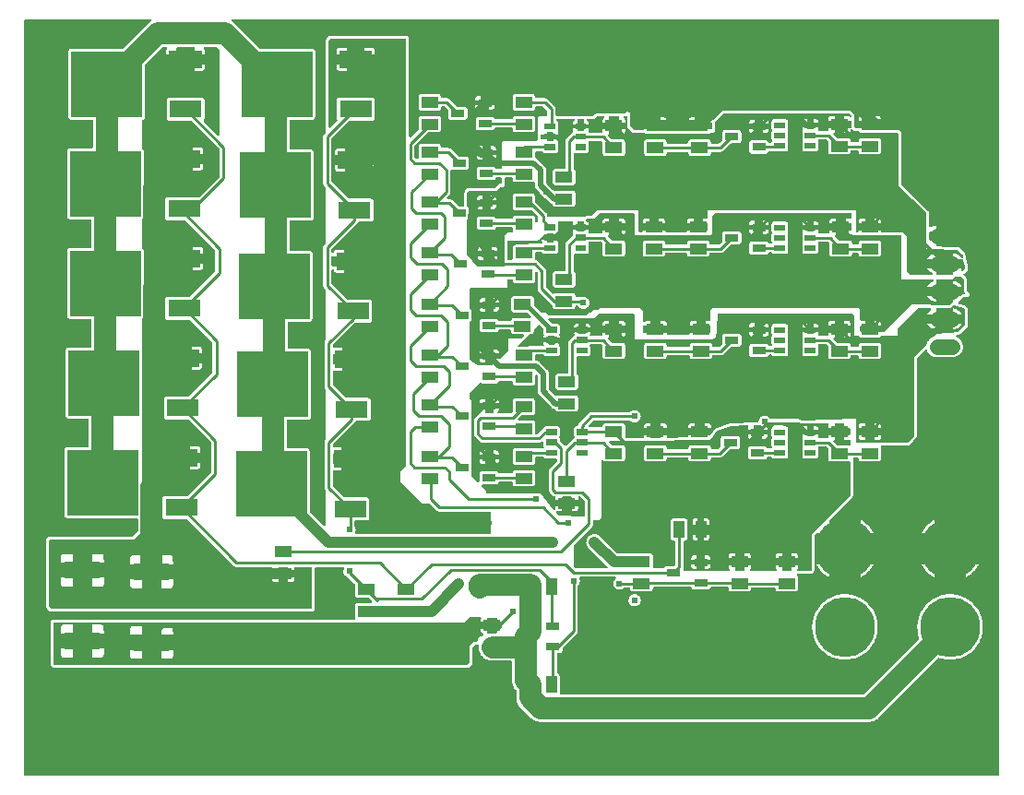
<source format=gtl>
G04 Layer: TopLayer*
G04 EasyEDA v6.4.17, 2021-02-25T19:03:03+01:00*
G04 6c0f4fe36ed64f8eba938430e6b1039c,39d5087fc9724a43abff86b671d546b8,10*
G04 Gerber Generator version 0.2*
G04 Scale: 100 percent, Rotated: No, Reflected: No *
G04 Dimensions in millimeters *
G04 leading zeros omitted , absolute positions ,4 integer and 5 decimal *
%FSLAX45Y45*%
%MOMM*%

%ADD10C,0.2540*%
%ADD11C,2.0000*%
%ADD12C,1.0000*%
%ADD13C,0.7500*%
%ADD14C,0.5000*%
%ADD15C,0.4000*%
%ADD16C,0.6096*%
%ADD17R,1.5500X1.0000*%
%ADD18R,1.0000X0.5500*%
%ADD19R,1.2500X0.7000*%
%ADD20R,1.0000X1.5500*%
%ADD22R,3.0000X1.6000*%
%ADD23R,3.3000X1.6000*%
%ADD24C,5.4991*%
%ADD25C,1.4224*%

%LPD*%
G36*
X8157616Y-2374900D02*
G01*
X8156041Y-2374798D01*
X8152993Y-2373782D01*
X8151622Y-2372969D01*
X8129930Y-2351278D01*
X8128508Y-2348433D01*
X8128101Y-2346858D01*
X8128000Y-2019300D01*
X8102600Y-1993900D01*
X8101025Y-1993392D01*
X8099552Y-1992630D01*
X8093557Y-1986838D01*
X8089341Y-1983993D01*
X8084667Y-1982063D01*
X8079740Y-1981047D01*
X7898434Y-1980946D01*
X7895539Y-1980539D01*
X7892897Y-1979320D01*
X7890713Y-1977440D01*
X7889189Y-1975002D01*
X7888376Y-1972208D01*
X7888274Y-1963369D01*
X7830210Y-1963369D01*
X7830108Y-1972208D01*
X7829296Y-1975002D01*
X7827721Y-1977440D01*
X7825536Y-1979320D01*
X7822895Y-1980539D01*
X7820050Y-1980946D01*
X7748727Y-1980844D01*
X7745933Y-1980031D01*
X7743494Y-1978456D01*
X7741615Y-1976272D01*
X7740396Y-1973630D01*
X7739989Y-1970786D01*
X7739989Y-1963369D01*
X7681925Y-1963369D01*
X7681823Y-1972208D01*
X7681010Y-1975002D01*
X7679486Y-1977440D01*
X7677302Y-1979320D01*
X7674660Y-1980539D01*
X7671765Y-1980946D01*
X7666837Y-1980844D01*
X7664043Y-1980031D01*
X7661605Y-1978456D01*
X7659725Y-1976272D01*
X7658506Y-1973630D01*
X7658100Y-1970786D01*
X7658100Y-1778000D01*
X7623048Y-1777949D01*
X7620000Y-1777746D01*
X6362700Y-1777746D01*
X6358432Y-1778000D01*
X6299200Y-1778000D01*
X6299098Y-1847646D01*
X6298285Y-1850440D01*
X6296710Y-1852879D01*
X6294526Y-1854758D01*
X6291884Y-1855978D01*
X6289040Y-1856384D01*
X6255410Y-1856333D01*
X6255410Y-1900631D01*
X6290462Y-1900732D01*
X6293256Y-1901545D01*
X6295694Y-1903120D01*
X6297574Y-1905304D01*
X6298793Y-1907946D01*
X6299200Y-1910791D01*
X6299098Y-1954631D01*
X6298285Y-1957425D01*
X6296710Y-1959864D01*
X6294526Y-1961743D01*
X6291884Y-1962962D01*
X6289040Y-1963369D01*
X6255410Y-1963369D01*
X6255308Y-1972208D01*
X6254496Y-1975002D01*
X6252921Y-1977440D01*
X6250736Y-1979320D01*
X6248095Y-1980539D01*
X6245250Y-1980946D01*
X6173927Y-1980844D01*
X6171133Y-1980031D01*
X6168694Y-1978456D01*
X6166815Y-1976272D01*
X6165596Y-1973630D01*
X6165189Y-1970786D01*
X6165189Y-1963369D01*
X6107125Y-1963369D01*
X6107023Y-1972208D01*
X6106210Y-1975002D01*
X6104686Y-1977440D01*
X6102502Y-1979320D01*
X6099860Y-1980539D01*
X6096965Y-1980946D01*
X5915761Y-1980844D01*
X5913018Y-1980031D01*
X5910580Y-1978456D01*
X5908649Y-1976272D01*
X5907481Y-1973630D01*
X5907074Y-1970786D01*
X5907074Y-1963369D01*
X5849010Y-1963369D01*
X5848908Y-1972208D01*
X5848096Y-1975002D01*
X5846521Y-1977440D01*
X5844336Y-1979320D01*
X5841695Y-1980539D01*
X5838850Y-1980946D01*
X5767527Y-1980844D01*
X5764733Y-1980031D01*
X5762294Y-1978456D01*
X5760415Y-1976272D01*
X5759196Y-1973630D01*
X5758789Y-1970786D01*
X5758789Y-1963369D01*
X5700725Y-1963369D01*
X5700623Y-1972208D01*
X5699810Y-1975002D01*
X5698286Y-1977440D01*
X5696102Y-1979320D01*
X5693460Y-1980539D01*
X5690565Y-1980946D01*
X5672937Y-1980844D01*
X5670143Y-1980031D01*
X5667705Y-1978456D01*
X5665825Y-1976272D01*
X5664606Y-1973630D01*
X5664200Y-1970786D01*
X5664200Y-1778000D01*
X5616448Y-1777949D01*
X5613400Y-1777746D01*
X5308600Y-1777746D01*
X5304332Y-1778000D01*
X5283200Y-1778000D01*
X5234432Y-1826615D01*
X5231587Y-1828038D01*
X5230012Y-1828444D01*
X5191810Y-1828647D01*
X5186832Y-1829663D01*
X5184495Y-1830476D01*
X5180025Y-1832864D01*
X5176164Y-1836064D01*
X5172506Y-1839569D01*
X5169662Y-1840992D01*
X5168087Y-1841398D01*
X4836414Y-1841500D01*
X4833569Y-1841093D01*
X4830927Y-1839874D01*
X4828743Y-1837994D01*
X4827168Y-1835556D01*
X4826355Y-1832762D01*
X4825796Y-1822805D01*
X4824374Y-1816963D01*
X4823358Y-1814118D01*
X4820615Y-1808784D01*
X4818938Y-1806244D01*
X4815027Y-1801672D01*
X4715205Y-1701698D01*
X4714341Y-1700326D01*
X4713732Y-1698853D01*
X4713274Y-1695704D01*
X4713274Y-1653387D01*
X4712817Y-1648663D01*
X4711496Y-1644142D01*
X4710582Y-1641957D01*
X4708093Y-1637944D01*
X4704892Y-1634439D01*
X4701082Y-1631594D01*
X4696866Y-1629460D01*
X4692294Y-1628190D01*
X4687620Y-1627733D01*
X4530242Y-1627835D01*
X4525568Y-1628749D01*
X4523333Y-1629460D01*
X4519117Y-1631594D01*
X4515307Y-1634439D01*
X4512106Y-1637944D01*
X4509617Y-1641957D01*
X4507941Y-1646377D01*
X4507382Y-1648663D01*
X4506925Y-1653387D01*
X4506925Y-1753412D01*
X4507382Y-1758137D01*
X4508703Y-1762658D01*
X4509617Y-1764842D01*
X4512106Y-1768856D01*
X4515307Y-1772361D01*
X4519117Y-1775206D01*
X4523333Y-1777339D01*
X4527905Y-1778609D01*
X4532579Y-1779066D01*
X4681270Y-1779168D01*
X4684318Y-1780184D01*
X4686909Y-1782013D01*
X4735017Y-1830171D01*
X4736896Y-1832711D01*
X4737506Y-1834184D01*
X4738014Y-1837334D01*
X4737760Y-1839468D01*
X4737100Y-1841500D01*
X4736998Y-1878787D01*
X4735982Y-1881835D01*
X4735169Y-1883206D01*
X4729683Y-1888794D01*
X4728260Y-1889709D01*
X4725111Y-1890826D01*
X4721961Y-1890826D01*
X4719218Y-1890014D01*
X4717897Y-1889353D01*
X4715713Y-1887423D01*
X4714189Y-1884984D01*
X4713376Y-1882241D01*
X4713274Y-1853387D01*
X4712817Y-1848662D01*
X4711496Y-1844141D01*
X4710582Y-1841957D01*
X4708093Y-1837943D01*
X4704892Y-1834438D01*
X4701082Y-1831593D01*
X4696866Y-1829460D01*
X4692294Y-1828190D01*
X4687620Y-1827733D01*
X4530242Y-1827834D01*
X4525619Y-1828698D01*
X4521200Y-1830425D01*
X4517186Y-1832864D01*
X4513681Y-1836064D01*
X4510836Y-1839823D01*
X4508703Y-1844039D01*
X4507941Y-1846275D01*
X4506366Y-1853793D01*
X4504791Y-1856333D01*
X4502607Y-1858314D01*
X4499914Y-1859584D01*
X4496968Y-1860042D01*
X4359351Y-1859940D01*
X4356455Y-1859076D01*
X4353966Y-1857400D01*
X4352086Y-1855063D01*
X4350461Y-1851609D01*
X4347921Y-1847646D01*
X4344771Y-1844243D01*
X4341012Y-1841500D01*
X4336796Y-1839417D01*
X4332325Y-1838147D01*
X4327652Y-1837740D01*
X4200296Y-1837842D01*
X4195673Y-1838706D01*
X4191254Y-1840433D01*
X4187190Y-1842922D01*
X4183735Y-1846122D01*
X4180840Y-1849882D01*
X4178757Y-1854149D01*
X4177436Y-1858670D01*
X4177029Y-1863394D01*
X4177131Y-1935784D01*
X4177436Y-1938121D01*
X4178757Y-1942642D01*
X4180840Y-1946910D01*
X4183735Y-1950669D01*
X4187190Y-1953869D01*
X4191254Y-1956358D01*
X4195673Y-1958086D01*
X4200296Y-1958949D01*
X4327652Y-1959051D01*
X4332325Y-1958644D01*
X4336796Y-1957374D01*
X4341012Y-1955292D01*
X4344771Y-1952548D01*
X4347921Y-1949145D01*
X4350461Y-1945182D01*
X4352086Y-1941728D01*
X4353966Y-1939391D01*
X4356455Y-1937715D01*
X4359351Y-1936851D01*
X4496765Y-1936750D01*
X4499660Y-1937156D01*
X4502302Y-1938375D01*
X4504486Y-1940255D01*
X4506010Y-1942693D01*
X4506823Y-1945487D01*
X4507077Y-1956003D01*
X4508144Y-1961083D01*
X4509008Y-1963521D01*
X4510887Y-1967433D01*
X4511294Y-1969058D01*
X4511344Y-1972208D01*
X4510532Y-1975002D01*
X4508957Y-1977440D01*
X4506772Y-1979320D01*
X4504131Y-1980539D01*
X4501286Y-1980946D01*
X4467910Y-1981047D01*
X4462932Y-1982063D01*
X4460595Y-1982876D01*
X4456125Y-1985264D01*
X4452264Y-1988464D01*
X4437888Y-2003043D01*
X4436364Y-2005025D01*
X4433976Y-2009495D01*
X4432554Y-2014270D01*
X4432147Y-2016810D01*
X4432046Y-2288540D01*
X4431639Y-2291384D01*
X4430420Y-2294026D01*
X4428540Y-2296210D01*
X4426102Y-2297785D01*
X4423308Y-2298598D01*
X4182922Y-2298700D01*
X4180078Y-2298293D01*
X4177436Y-2297125D01*
X4175251Y-2295245D01*
X4091025Y-2198827D01*
X4089806Y-2196185D01*
X4089400Y-2193290D01*
X4089501Y-1865274D01*
X4089857Y-1863750D01*
X4091228Y-1860956D01*
X4093362Y-1858721D01*
X4096816Y-1855571D01*
X4099610Y-1851812D01*
X4101693Y-1847596D01*
X4102963Y-1843074D01*
X4103370Y-1838401D01*
X4103268Y-1766062D01*
X4102963Y-1763725D01*
X4101693Y-1759204D01*
X4099610Y-1754987D01*
X4096816Y-1751228D01*
X4093362Y-1748078D01*
X4091228Y-1745843D01*
X4089857Y-1743049D01*
X4089400Y-1740001D01*
X4089501Y-1626412D01*
X4089857Y-1624888D01*
X4100118Y-1604416D01*
X4101134Y-1603197D01*
X4103725Y-1601317D01*
X4106773Y-1600301D01*
X4381500Y-1600200D01*
X4432300Y-1549400D01*
X4432401Y-1488287D01*
X4433214Y-1485493D01*
X4434789Y-1483055D01*
X4436973Y-1481175D01*
X4439615Y-1479956D01*
X4442460Y-1479550D01*
X4498238Y-1479651D01*
X4500981Y-1480464D01*
X4503420Y-1482039D01*
X4505350Y-1484223D01*
X4506518Y-1486865D01*
X4506925Y-1489710D01*
X4507077Y-1498549D01*
X4507382Y-1500936D01*
X4508703Y-1505458D01*
X4509617Y-1507642D01*
X4512106Y-1511655D01*
X4515307Y-1515160D01*
X4519117Y-1518005D01*
X4523333Y-1520139D01*
X4527905Y-1521409D01*
X4532579Y-1521866D01*
X4687620Y-1521866D01*
X4690211Y-1521714D01*
X4695240Y-1520698D01*
X4699660Y-1519174D01*
X4701692Y-1518970D01*
X4704537Y-1519377D01*
X4707178Y-1520596D01*
X4709363Y-1522476D01*
X4710938Y-1524914D01*
X4711750Y-1527657D01*
X4711852Y-1549400D01*
X4712258Y-1556004D01*
X4713579Y-1562506D01*
X4715713Y-1568805D01*
X4718608Y-1574749D01*
X4722317Y-1580235D01*
X4726686Y-1585214D01*
X4754626Y-1613154D01*
X4755692Y-1614424D01*
X4756556Y-1615897D01*
X4757166Y-1617522D01*
X4758690Y-1625955D01*
X4760722Y-1632508D01*
X4761992Y-1635709D01*
X4765192Y-1641805D01*
X4769053Y-1647443D01*
X4773625Y-1652574D01*
X4778756Y-1657146D01*
X4784394Y-1661007D01*
X4790490Y-1664207D01*
X4796942Y-1666595D01*
X4800244Y-1667510D01*
X4808677Y-1669034D01*
X4810302Y-1669643D01*
X4811776Y-1670507D01*
X4813046Y-1671574D01*
X4852060Y-1710639D01*
X4857343Y-1715160D01*
X4860137Y-1717192D01*
X4866233Y-1720596D01*
X4870754Y-1722577D01*
X4873040Y-1724406D01*
X4874717Y-1726793D01*
X4875326Y-1728114D01*
X4876241Y-1731822D01*
X4877968Y-1736242D01*
X4879086Y-1738325D01*
X4881930Y-1742084D01*
X4885436Y-1745284D01*
X4889449Y-1747774D01*
X4893868Y-1749501D01*
X4898542Y-1750364D01*
X5055920Y-1750466D01*
X5060594Y-1750009D01*
X5065166Y-1748739D01*
X5069382Y-1746605D01*
X5073192Y-1743760D01*
X5076393Y-1740255D01*
X5078882Y-1736242D01*
X5080558Y-1731822D01*
X5081117Y-1729536D01*
X5081574Y-1724812D01*
X5081574Y-1624787D01*
X5081117Y-1620062D01*
X5079796Y-1615541D01*
X5078882Y-1613357D01*
X5076393Y-1609344D01*
X5073192Y-1605838D01*
X5069382Y-1602994D01*
X5065166Y-1600860D01*
X5060594Y-1599590D01*
X5055920Y-1599133D01*
X4900879Y-1599133D01*
X4895545Y-1599692D01*
X4891430Y-1600758D01*
X4889855Y-1600911D01*
X4886706Y-1600403D01*
X4883861Y-1598980D01*
X4815078Y-1530197D01*
X4813655Y-1527352D01*
X4813147Y-1524203D01*
X4813046Y-1406398D01*
X4812182Y-1399794D01*
X4810455Y-1393393D01*
X4807915Y-1387297D01*
X4806391Y-1384350D01*
X4802682Y-1378864D01*
X4798314Y-1373886D01*
X4732070Y-1307795D01*
X4729124Y-1305458D01*
X4725974Y-1303324D01*
X4722723Y-1301445D01*
X4718050Y-1299108D01*
X4715814Y-1297228D01*
X4714189Y-1294790D01*
X4713376Y-1291945D01*
X4713274Y-1248410D01*
X4713681Y-1245565D01*
X4714849Y-1242923D01*
X4716780Y-1240739D01*
X4719218Y-1239164D01*
X4721961Y-1238351D01*
X4773676Y-1238351D01*
X4776724Y-1239367D01*
X4778095Y-1240180D01*
X4783531Y-1246073D01*
X4787341Y-1249070D01*
X4791659Y-1251254D01*
X4796282Y-1252575D01*
X4798669Y-1252931D01*
X4901082Y-1253032D01*
X4905806Y-1252626D01*
X4910378Y-1251305D01*
X4914595Y-1249222D01*
X4918405Y-1246378D01*
X4921554Y-1242872D01*
X4924094Y-1238808D01*
X4925771Y-1234440D01*
X4926634Y-1229766D01*
X4926634Y-1169873D01*
X4926279Y-1167384D01*
X4924806Y-1162507D01*
X4922367Y-1158087D01*
X4921097Y-1155344D01*
X4920640Y-1152398D01*
X4921097Y-1149451D01*
X4922367Y-1146708D01*
X4924806Y-1142288D01*
X4926279Y-1137412D01*
X4926634Y-1134922D01*
X4926736Y-1125016D01*
X4882438Y-1125016D01*
X4882337Y-1138021D01*
X4881524Y-1140815D01*
X4880864Y-1142085D01*
X4878933Y-1144270D01*
X4876495Y-1145844D01*
X4873752Y-1146657D01*
X4829911Y-1146759D01*
X4827066Y-1146352D01*
X4824425Y-1145133D01*
X4822240Y-1143254D01*
X4820666Y-1140815D01*
X4819853Y-1138021D01*
X4819751Y-1125016D01*
X4771237Y-1124915D01*
X4768443Y-1124102D01*
X4766005Y-1122527D01*
X4764125Y-1120343D01*
X4762906Y-1117701D01*
X4762500Y-1114856D01*
X4762601Y-1093520D01*
X4763414Y-1090726D01*
X4764989Y-1088288D01*
X4767173Y-1086408D01*
X4769815Y-1085189D01*
X4772660Y-1084783D01*
X4819751Y-1084783D01*
X4819853Y-1071778D01*
X4820666Y-1068984D01*
X4822240Y-1066546D01*
X4824425Y-1064666D01*
X4827066Y-1063447D01*
X4829911Y-1063040D01*
X4873752Y-1063142D01*
X4876495Y-1063955D01*
X4878933Y-1065530D01*
X4880864Y-1067714D01*
X4882032Y-1070356D01*
X4882438Y-1073200D01*
X4882438Y-1084783D01*
X4926736Y-1084783D01*
X4926634Y-1074877D01*
X4926279Y-1072388D01*
X4924806Y-1067511D01*
X4921097Y-1060348D01*
X4920640Y-1057402D01*
X4920742Y-1055878D01*
X4921656Y-1053033D01*
X4923688Y-1049528D01*
X4925618Y-1044905D01*
X4926634Y-1039926D01*
X4926736Y-982370D01*
X4926279Y-977595D01*
X4924958Y-972921D01*
X4922723Y-968603D01*
X4919776Y-964793D01*
X4916119Y-961593D01*
X4914138Y-960272D01*
X4910734Y-958443D01*
X4908550Y-956564D01*
X4907026Y-954125D01*
X4906213Y-951382D01*
X4906213Y-948537D01*
X4907026Y-945743D01*
X4908600Y-943305D01*
X4910785Y-941425D01*
X4913426Y-940206D01*
X4916271Y-939800D01*
X5067350Y-939901D01*
X5070144Y-940714D01*
X5072583Y-942289D01*
X5074462Y-944473D01*
X5075682Y-947115D01*
X5076088Y-949960D01*
X5075682Y-952804D01*
X5074513Y-955395D01*
X5072634Y-957580D01*
X5070246Y-959154D01*
X5068062Y-960272D01*
X5064150Y-963117D01*
X5060848Y-966673D01*
X5058257Y-970737D01*
X5057241Y-972921D01*
X5055920Y-977595D01*
X5055565Y-979982D01*
X5055463Y-989787D01*
X5099761Y-989787D01*
X5099862Y-948537D01*
X5100675Y-945743D01*
X5101336Y-944473D01*
X5103266Y-942289D01*
X5105704Y-940714D01*
X5108448Y-939901D01*
X5152288Y-939800D01*
X5155133Y-940206D01*
X5157774Y-941425D01*
X5159959Y-943305D01*
X5161534Y-945743D01*
X5162346Y-948537D01*
X5162448Y-989787D01*
X5206746Y-989787D01*
X5206644Y-979982D01*
X5205730Y-975207D01*
X5203952Y-970737D01*
X5201361Y-966673D01*
X5199786Y-964793D01*
X5196128Y-961593D01*
X5189575Y-957580D01*
X5187696Y-955395D01*
X5186527Y-952804D01*
X5186121Y-949960D01*
X5186527Y-947115D01*
X5187696Y-944473D01*
X5189626Y-942289D01*
X5192064Y-940714D01*
X5194808Y-939901D01*
X5257800Y-939800D01*
X5281422Y-916330D01*
X5284266Y-914908D01*
X5285841Y-914501D01*
X5339080Y-914400D01*
X5341924Y-914806D01*
X5344566Y-916025D01*
X5346750Y-917905D01*
X5348325Y-920343D01*
X5349138Y-923137D01*
X5349138Y-926033D01*
X5348833Y-927455D01*
X5347563Y-930097D01*
X5345633Y-932281D01*
X5342534Y-934516D01*
X5339080Y-937717D01*
X5337556Y-939495D01*
X5335117Y-943508D01*
X5333390Y-947928D01*
X5332577Y-952550D01*
X5332425Y-954887D01*
X5332425Y-973531D01*
X5390489Y-973531D01*
X5390591Y-923137D01*
X5391404Y-920343D01*
X5392978Y-917905D01*
X5395163Y-916025D01*
X5397804Y-914806D01*
X5400649Y-914400D01*
X5471972Y-914501D01*
X5474766Y-915314D01*
X5477205Y-916889D01*
X5479084Y-919073D01*
X5480304Y-921715D01*
X5480710Y-924560D01*
X5480710Y-973531D01*
X5538774Y-973531D01*
X5538774Y-954887D01*
X5538317Y-950214D01*
X5537809Y-947928D01*
X5536082Y-943508D01*
X5533644Y-939495D01*
X5530494Y-936040D01*
X5524500Y-931265D01*
X5522925Y-928827D01*
X5522366Y-927455D01*
X5521960Y-924560D01*
X5522366Y-921715D01*
X5523585Y-919073D01*
X5525465Y-916889D01*
X5527903Y-915314D01*
X5530697Y-914501D01*
X5549900Y-914400D01*
X5552440Y-914095D01*
X5555284Y-914501D01*
X5557926Y-915669D01*
X5560110Y-917600D01*
X5561685Y-920038D01*
X5562498Y-922782D01*
X5562600Y-1016000D01*
X5613400Y-1066800D01*
X5712409Y-1066901D01*
X5715355Y-1067816D01*
X5717844Y-1069543D01*
X5720384Y-1072489D01*
X5723890Y-1075537D01*
X5727852Y-1077976D01*
X5732221Y-1079601D01*
X5736793Y-1080465D01*
X6300520Y-1080566D01*
X6305143Y-1080109D01*
X6309614Y-1078890D01*
X6313779Y-1076858D01*
X6317538Y-1074064D01*
X6319215Y-1072489D01*
X6321755Y-1069543D01*
X6324244Y-1067816D01*
X6327190Y-1066901D01*
X6347358Y-1066901D01*
X6350406Y-1067917D01*
X6351778Y-1068730D01*
X6362700Y-1079500D01*
X6362801Y-974801D01*
X6363817Y-971803D01*
X6364630Y-970432D01*
X6444132Y-890930D01*
X6446977Y-889508D01*
X6448501Y-889101D01*
X7591958Y-889101D01*
X7595006Y-890117D01*
X7596378Y-890930D01*
X7613294Y-907846D01*
X7614716Y-910691D01*
X7615123Y-912266D01*
X7615123Y-915263D01*
X7614310Y-918057D01*
X7612735Y-920496D01*
X7610551Y-922375D01*
X7607909Y-923594D01*
X7605064Y-924001D01*
X7603388Y-923848D01*
X7601813Y-923442D01*
X7600289Y-922782D01*
X7596886Y-920496D01*
X7592618Y-918311D01*
X7587996Y-916990D01*
X7583220Y-916533D01*
X7550810Y-916533D01*
X7550810Y-960831D01*
X7611262Y-960932D01*
X7614056Y-961745D01*
X7616494Y-963320D01*
X7618374Y-965504D01*
X7619593Y-968146D01*
X7620000Y-970991D01*
X7619898Y-1014831D01*
X7619085Y-1017625D01*
X7617510Y-1020064D01*
X7615326Y-1021943D01*
X7612684Y-1023162D01*
X7609840Y-1023569D01*
X7550810Y-1023569D01*
X7550810Y-1067866D01*
X7585557Y-1067765D01*
X7590231Y-1066850D01*
X7592466Y-1066139D01*
X7596682Y-1064006D01*
X7600492Y-1061161D01*
X7603693Y-1057656D01*
X7606182Y-1053642D01*
X7607858Y-1049223D01*
X7608417Y-1046937D01*
X7608976Y-1040637D01*
X7609789Y-1037844D01*
X7611313Y-1035405D01*
X7613497Y-1033526D01*
X7616139Y-1032357D01*
X7617561Y-1032002D01*
X7620609Y-1032052D01*
X7622133Y-1032408D01*
X7623606Y-1033018D01*
X7626197Y-1034897D01*
X7645400Y-1054100D01*
X7680909Y-1054201D01*
X7683855Y-1055116D01*
X7686344Y-1056843D01*
X7688884Y-1059789D01*
X7692390Y-1062837D01*
X7696352Y-1065276D01*
X7700721Y-1066901D01*
X7705293Y-1067765D01*
X8037525Y-1067968D01*
X8040573Y-1068984D01*
X8043113Y-1070813D01*
X8049869Y-1077722D01*
X8051292Y-1080566D01*
X8051698Y-1082141D01*
X8051800Y-1562100D01*
X8302650Y-1800402D01*
X8304631Y-1802993D01*
X8305292Y-1804517D01*
X8305800Y-1807768D01*
X8305800Y-1990293D01*
X8305546Y-1992630D01*
X8303920Y-2001316D01*
X8303107Y-2010156D01*
X8303006Y-2014575D01*
X8303412Y-2023465D01*
X8304631Y-2032254D01*
X8305546Y-2036572D01*
X8305800Y-2038908D01*
X8305800Y-2133600D01*
X8430514Y-2133701D01*
X8442909Y-2137105D01*
X8454034Y-2139137D01*
X8459622Y-2139746D01*
X8470900Y-2140254D01*
X8589314Y-2140356D01*
X8592362Y-2141372D01*
X8593734Y-2142185D01*
X8635339Y-2183638D01*
X8636406Y-2184908D01*
X8637879Y-2187905D01*
X8638235Y-2189581D01*
X8640521Y-2208326D01*
X8640064Y-2211171D01*
X8638895Y-2213813D01*
X8637016Y-2215997D01*
X8634577Y-2217572D01*
X8631783Y-2218385D01*
X8628684Y-2218334D01*
X8625586Y-2217318D01*
X8622995Y-2215337D01*
X8616391Y-2206650D01*
X8610142Y-2199894D01*
X8603284Y-2193696D01*
X8599678Y-2190851D01*
X8592007Y-2185720D01*
X8583879Y-2181352D01*
X8575344Y-2177745D01*
X8566556Y-2175002D01*
X8557514Y-2173071D01*
X8548370Y-2172055D01*
X8548370Y-2226716D01*
X8635390Y-2226818D01*
X8638184Y-2227630D01*
X8640622Y-2229256D01*
X8642502Y-2231491D01*
X8643721Y-2234133D01*
X8648700Y-2273300D01*
X8659469Y-2284222D01*
X8660892Y-2287066D01*
X8661298Y-2288641D01*
X8661298Y-2308758D01*
X8660282Y-2311806D01*
X8659469Y-2313178D01*
X8637879Y-2334768D01*
X8635034Y-2336190D01*
X8631885Y-2336698D01*
X8629040Y-2336292D01*
X8626398Y-2335072D01*
X8624214Y-2333193D01*
X8622690Y-2330754D01*
X8621826Y-2327960D01*
X8621826Y-2325065D01*
X8622690Y-2322271D01*
X8626449Y-2315870D01*
X8629243Y-2310536D01*
X8548370Y-2310536D01*
X8548268Y-2366162D01*
X8547455Y-2368956D01*
X8545880Y-2371394D01*
X8543696Y-2373274D01*
X8541054Y-2374493D01*
X8538210Y-2374900D01*
X8402167Y-2374798D01*
X8399373Y-2373985D01*
X8396935Y-2372410D01*
X8395055Y-2370226D01*
X8393836Y-2367584D01*
X8393430Y-2364740D01*
X8393430Y-2310536D01*
X8312556Y-2310536D01*
X8314639Y-2314651D01*
X8319465Y-2322576D01*
X8324951Y-2329992D01*
X8331149Y-2336850D01*
X8338007Y-2343099D01*
X8345424Y-2348636D01*
X8349284Y-2351176D01*
X8358784Y-2356408D01*
X8361121Y-2358694D01*
X8361984Y-2360066D01*
X8363000Y-2363114D01*
X8363000Y-2366162D01*
X8362188Y-2368956D01*
X8361527Y-2370226D01*
X8359597Y-2372410D01*
X8357158Y-2373985D01*
X8354415Y-2374798D01*
G37*

%LPC*%
G36*
X4315460Y-2238959D02*
G01*
X4342739Y-2238857D01*
X4347362Y-2237994D01*
X4351782Y-2236266D01*
X4355846Y-2233777D01*
X4359300Y-2230577D01*
X4362196Y-2226818D01*
X4364278Y-2222550D01*
X4365599Y-2218029D01*
X4366006Y-2213305D01*
X4366006Y-2202180D01*
X4315460Y-2202180D01*
G37*
G36*
X4215384Y-2238959D02*
G01*
X4240276Y-2238959D01*
X4240276Y-2202180D01*
X4189729Y-2202180D01*
X4189831Y-2215692D01*
X4190136Y-2218029D01*
X4191457Y-2222550D01*
X4193540Y-2226818D01*
X4196435Y-2230577D01*
X4199890Y-2233777D01*
X4203954Y-2236266D01*
X4208373Y-2237994D01*
X4212996Y-2238857D01*
G37*
G36*
X8312556Y-2226716D02*
G01*
X8393430Y-2226716D01*
X8393430Y-2172055D01*
X8384590Y-2173020D01*
X8375903Y-2174849D01*
X8367369Y-2177389D01*
X8359140Y-2180793D01*
X8351266Y-2184857D01*
X8343747Y-2189683D01*
X8336737Y-2195169D01*
X8330285Y-2201265D01*
X8324392Y-2207920D01*
X8319160Y-2215083D01*
X8314588Y-2222703D01*
G37*
G36*
X4315460Y-2154478D02*
G01*
X4366006Y-2154478D01*
X4365904Y-2140915D01*
X4365599Y-2138578D01*
X4364278Y-2134057D01*
X4362196Y-2129790D01*
X4359300Y-2126030D01*
X4355846Y-2122830D01*
X4351782Y-2120341D01*
X4347362Y-2118614D01*
X4342739Y-2117750D01*
X4315460Y-2117648D01*
G37*
G36*
X4189729Y-2154478D02*
G01*
X4240276Y-2154478D01*
X4240276Y-2117648D01*
X4212996Y-2117750D01*
X4208373Y-2118614D01*
X4203954Y-2120341D01*
X4199890Y-2122830D01*
X4196435Y-2126030D01*
X4193540Y-2129790D01*
X4191457Y-2134057D01*
X4190136Y-2138578D01*
X4189729Y-2143302D01*
G37*
G36*
X5849010Y-1900631D02*
G01*
X5907074Y-1900631D01*
X5907074Y-1881987D01*
X5906617Y-1877263D01*
X5905296Y-1872742D01*
X5904382Y-1870557D01*
X5901893Y-1866544D01*
X5898692Y-1863039D01*
X5894882Y-1860194D01*
X5890666Y-1858060D01*
X5886094Y-1856790D01*
X5881420Y-1856333D01*
X5849010Y-1856333D01*
G37*
G36*
X5700725Y-1900631D02*
G01*
X5758789Y-1900631D01*
X5758789Y-1856333D01*
X5724042Y-1856435D01*
X5719368Y-1857349D01*
X5717133Y-1858060D01*
X5712917Y-1860194D01*
X5709107Y-1863039D01*
X5705906Y-1866544D01*
X5703417Y-1870557D01*
X5701741Y-1874977D01*
X5701182Y-1877263D01*
X5700725Y-1881987D01*
G37*
G36*
X7830210Y-1900631D02*
G01*
X7888274Y-1900631D01*
X7888274Y-1881987D01*
X7887817Y-1877263D01*
X7886496Y-1872742D01*
X7885582Y-1870557D01*
X7883093Y-1866544D01*
X7879892Y-1863039D01*
X7876082Y-1860194D01*
X7871866Y-1858060D01*
X7867294Y-1856790D01*
X7862620Y-1856333D01*
X7830210Y-1856333D01*
G37*
G36*
X6107125Y-1900631D02*
G01*
X6165189Y-1900631D01*
X6165189Y-1856333D01*
X6130442Y-1856435D01*
X6125768Y-1857349D01*
X6123533Y-1858060D01*
X6119317Y-1860194D01*
X6115507Y-1863039D01*
X6112306Y-1866544D01*
X6109817Y-1870557D01*
X6108141Y-1874977D01*
X6107582Y-1877263D01*
X6107125Y-1881987D01*
G37*
G36*
X7681925Y-1900631D02*
G01*
X7739989Y-1900631D01*
X7739989Y-1856333D01*
X7705242Y-1856435D01*
X7700568Y-1857349D01*
X7698333Y-1858060D01*
X7694117Y-1860194D01*
X7690307Y-1863039D01*
X7687106Y-1866544D01*
X7684617Y-1870557D01*
X7682941Y-1874977D01*
X7682382Y-1877263D01*
X7681925Y-1881987D01*
G37*
G36*
X4302760Y-1769059D02*
G01*
X4330039Y-1768957D01*
X4334662Y-1768093D01*
X4339082Y-1766366D01*
X4343146Y-1763877D01*
X4346600Y-1760677D01*
X4349496Y-1756918D01*
X4351578Y-1752650D01*
X4352899Y-1748129D01*
X4353306Y-1743405D01*
X4353306Y-1732280D01*
X4302760Y-1732280D01*
G37*
G36*
X4202684Y-1769059D02*
G01*
X4227576Y-1769059D01*
X4227576Y-1732280D01*
X4177029Y-1732280D01*
X4177131Y-1745792D01*
X4177436Y-1748129D01*
X4178757Y-1752650D01*
X4180840Y-1756918D01*
X4183735Y-1760677D01*
X4187190Y-1763877D01*
X4191254Y-1766366D01*
X4195673Y-1768093D01*
X4200296Y-1768957D01*
G37*
G36*
X4302760Y-1684578D02*
G01*
X4353306Y-1684578D01*
X4353204Y-1671015D01*
X4352899Y-1668678D01*
X4351578Y-1664157D01*
X4349496Y-1659889D01*
X4346600Y-1656130D01*
X4343146Y-1652930D01*
X4339082Y-1650441D01*
X4334662Y-1648714D01*
X4330039Y-1647850D01*
X4302760Y-1647748D01*
G37*
G36*
X4177029Y-1684578D02*
G01*
X4227576Y-1684578D01*
X4227576Y-1647748D01*
X4200296Y-1647850D01*
X4195673Y-1648714D01*
X4191254Y-1650441D01*
X4187190Y-1652930D01*
X4183735Y-1656130D01*
X4180840Y-1659889D01*
X4178757Y-1664157D01*
X4177436Y-1668678D01*
X4177029Y-1673402D01*
G37*
G36*
X4900879Y-1550466D02*
G01*
X5058257Y-1550365D01*
X5062931Y-1549450D01*
X5065166Y-1548739D01*
X5069382Y-1546606D01*
X5073192Y-1543761D01*
X5076393Y-1540256D01*
X5078882Y-1536242D01*
X5080558Y-1531823D01*
X5081117Y-1529537D01*
X5081574Y-1524812D01*
X5081574Y-1424787D01*
X5081117Y-1420114D01*
X5080609Y-1417828D01*
X5078933Y-1413459D01*
X5076444Y-1409446D01*
X5073345Y-1405991D01*
X5070348Y-1403400D01*
X5068620Y-1400911D01*
X5067655Y-1397965D01*
X5067554Y-1263040D01*
X5067960Y-1260195D01*
X5069179Y-1257554D01*
X5071059Y-1255369D01*
X5073497Y-1253794D01*
X5076291Y-1252982D01*
X5181092Y-1253083D01*
X5185816Y-1252626D01*
X5190388Y-1251305D01*
X5194604Y-1249222D01*
X5196586Y-1247902D01*
X5200040Y-1244701D01*
X5202936Y-1240891D01*
X5205018Y-1236675D01*
X5206339Y-1232103D01*
X5206746Y-1227429D01*
X5206644Y-1170025D01*
X5206339Y-1167638D01*
X5205018Y-1163066D01*
X5202021Y-1157122D01*
X5201462Y-1155293D01*
X5201412Y-1151991D01*
X5202224Y-1149197D01*
X5203799Y-1146759D01*
X5205984Y-1144879D01*
X5208625Y-1143660D01*
X5211470Y-1143254D01*
X5317083Y-1143355D01*
X5320131Y-1144371D01*
X5321452Y-1145184D01*
X5329478Y-1153007D01*
X5331358Y-1155598D01*
X5331968Y-1157071D01*
X5332323Y-1158595D01*
X5332425Y-1254912D01*
X5332882Y-1259636D01*
X5334203Y-1264158D01*
X5335117Y-1266342D01*
X5337606Y-1270355D01*
X5340807Y-1273860D01*
X5344617Y-1276705D01*
X5348833Y-1278839D01*
X5353405Y-1280109D01*
X5358079Y-1280566D01*
X5515457Y-1280464D01*
X5520131Y-1279550D01*
X5522366Y-1278839D01*
X5526582Y-1276705D01*
X5530392Y-1273860D01*
X5533593Y-1270355D01*
X5536082Y-1266342D01*
X5537758Y-1261922D01*
X5538317Y-1259636D01*
X5538774Y-1254912D01*
X5538774Y-1154887D01*
X5538317Y-1150162D01*
X5536996Y-1145641D01*
X5536082Y-1143457D01*
X5533593Y-1139444D01*
X5530392Y-1135938D01*
X5526582Y-1133094D01*
X5522366Y-1130960D01*
X5517794Y-1129690D01*
X5513120Y-1129233D01*
X5416804Y-1129131D01*
X5413806Y-1128115D01*
X5411216Y-1126286D01*
X5382818Y-1097889D01*
X5380990Y-1095349D01*
X5379974Y-1092301D01*
X5379974Y-1089253D01*
X5380786Y-1086510D01*
X5382361Y-1084072D01*
X5384546Y-1082141D01*
X5387136Y-1080973D01*
X5390489Y-1080566D01*
X5390489Y-1036269D01*
X5332425Y-1036269D01*
X5332374Y-1057808D01*
X5331561Y-1060602D01*
X5329986Y-1063040D01*
X5327802Y-1064920D01*
X5325160Y-1066139D01*
X5322316Y-1066546D01*
X5209997Y-1066444D01*
X5207254Y-1065631D01*
X5204815Y-1064056D01*
X5202936Y-1061872D01*
X5201716Y-1059230D01*
X5201310Y-1056386D01*
X5201462Y-1054506D01*
X5202021Y-1052677D01*
X5204002Y-1048918D01*
X5205730Y-1044498D01*
X5206644Y-1039774D01*
X5206746Y-1030020D01*
X5162448Y-1030020D01*
X5162346Y-1043025D01*
X5161534Y-1045819D01*
X5159959Y-1048258D01*
X5157774Y-1050137D01*
X5155133Y-1051356D01*
X5152288Y-1051763D01*
X5108448Y-1051661D01*
X5105704Y-1050848D01*
X5103266Y-1049274D01*
X5101336Y-1047089D01*
X5100167Y-1044448D01*
X5099761Y-1041603D01*
X5099761Y-1030020D01*
X5055463Y-1030020D01*
X5055565Y-1039926D01*
X5055920Y-1042416D01*
X5057394Y-1047292D01*
X5059832Y-1051712D01*
X5061102Y-1054455D01*
X5061559Y-1057402D01*
X5061102Y-1060348D01*
X5059832Y-1063091D01*
X5057851Y-1066038D01*
X5056632Y-1067308D01*
X5055209Y-1068324D01*
X5050688Y-1070356D01*
X5045100Y-1073607D01*
X5040172Y-1077772D01*
X5002072Y-1115872D01*
X4998161Y-1120444D01*
X4995011Y-1125575D01*
X4993741Y-1128318D01*
X4991912Y-1134059D01*
X4991303Y-1137005D01*
X4990846Y-1143000D01*
X4990744Y-1390446D01*
X4989931Y-1393190D01*
X4988356Y-1395628D01*
X4986172Y-1397558D01*
X4983530Y-1398727D01*
X4980686Y-1399133D01*
X4898542Y-1399235D01*
X4893868Y-1400149D01*
X4891633Y-1400860D01*
X4887417Y-1402994D01*
X4883607Y-1405839D01*
X4880406Y-1409344D01*
X4877917Y-1413357D01*
X4876241Y-1417777D01*
X4875682Y-1420063D01*
X4875225Y-1424787D01*
X4875225Y-1524812D01*
X4875682Y-1529537D01*
X4877003Y-1534058D01*
X4877917Y-1536242D01*
X4880406Y-1540256D01*
X4883607Y-1543761D01*
X4887417Y-1546606D01*
X4891633Y-1548739D01*
X4896205Y-1550009D01*
G37*
G36*
X5739079Y-1280566D02*
G01*
X5896457Y-1280464D01*
X5901131Y-1279550D01*
X5903366Y-1278839D01*
X5907582Y-1276705D01*
X5911392Y-1273860D01*
X5914593Y-1270355D01*
X5917082Y-1266342D01*
X5918758Y-1261922D01*
X5919317Y-1259636D01*
X5919876Y-1251966D01*
X5920689Y-1249172D01*
X5922213Y-1246784D01*
X5924397Y-1244854D01*
X5927039Y-1243685D01*
X5929934Y-1243228D01*
X6109665Y-1243228D01*
X6112560Y-1243685D01*
X6115202Y-1244854D01*
X6117386Y-1246784D01*
X6118910Y-1249172D01*
X6119723Y-1251966D01*
X6120282Y-1259636D01*
X6121603Y-1264158D01*
X6122517Y-1266342D01*
X6125006Y-1270355D01*
X6128207Y-1273860D01*
X6132017Y-1276705D01*
X6136233Y-1278839D01*
X6140805Y-1280109D01*
X6145479Y-1280566D01*
X6302857Y-1280464D01*
X6307531Y-1279550D01*
X6309766Y-1278839D01*
X6313982Y-1276705D01*
X6317792Y-1273860D01*
X6320993Y-1270355D01*
X6323482Y-1266342D01*
X6325158Y-1261922D01*
X6325717Y-1259636D01*
X6326276Y-1251966D01*
X6327089Y-1249172D01*
X6328613Y-1246784D01*
X6330797Y-1244854D01*
X6333439Y-1243685D01*
X6336334Y-1243228D01*
X6417157Y-1243279D01*
X6423152Y-1242771D01*
X6426098Y-1242212D01*
X6428994Y-1241399D01*
X6434531Y-1239062D01*
X6439662Y-1235913D01*
X6442049Y-1234084D01*
X6508953Y-1167485D01*
X6511798Y-1166063D01*
X6513322Y-1165656D01*
X6582003Y-1165453D01*
X6586626Y-1164590D01*
X6591046Y-1162862D01*
X6595109Y-1160373D01*
X6598564Y-1157173D01*
X6601459Y-1153414D01*
X6603542Y-1149146D01*
X6604863Y-1144625D01*
X6605270Y-1139901D01*
X6605168Y-1067511D01*
X6604863Y-1065174D01*
X6603542Y-1060653D01*
X6601459Y-1056386D01*
X6598564Y-1052626D01*
X6595109Y-1049426D01*
X6591046Y-1046937D01*
X6586626Y-1045210D01*
X6582003Y-1044346D01*
X6452260Y-1044346D01*
X6447637Y-1045210D01*
X6443218Y-1046937D01*
X6439154Y-1049426D01*
X6435699Y-1052626D01*
X6432804Y-1056386D01*
X6430721Y-1060653D01*
X6429400Y-1065174D01*
X6428994Y-1069898D01*
X6428994Y-1134618D01*
X6428486Y-1137767D01*
X6427063Y-1140561D01*
X6404203Y-1163574D01*
X6401663Y-1165453D01*
X6400190Y-1166063D01*
X6397040Y-1166571D01*
X6336334Y-1166571D01*
X6333439Y-1166114D01*
X6330797Y-1164945D01*
X6328613Y-1163015D01*
X6327089Y-1160627D01*
X6326276Y-1157833D01*
X6325717Y-1150162D01*
X6324396Y-1145641D01*
X6323482Y-1143457D01*
X6320993Y-1139444D01*
X6317792Y-1135938D01*
X6313982Y-1133094D01*
X6309766Y-1130960D01*
X6305194Y-1129690D01*
X6300520Y-1129233D01*
X6143142Y-1129334D01*
X6138468Y-1130249D01*
X6136233Y-1130960D01*
X6132017Y-1133094D01*
X6128207Y-1135938D01*
X6125006Y-1139444D01*
X6122517Y-1143457D01*
X6120841Y-1147876D01*
X6120282Y-1150162D01*
X6119723Y-1157833D01*
X6118910Y-1160627D01*
X6117386Y-1163015D01*
X6115202Y-1164945D01*
X6112560Y-1166114D01*
X6109665Y-1166571D01*
X5929934Y-1166571D01*
X5927039Y-1166114D01*
X5924397Y-1164945D01*
X5922213Y-1163015D01*
X5920689Y-1160627D01*
X5919876Y-1157833D01*
X5919317Y-1150162D01*
X5917996Y-1145641D01*
X5917082Y-1143457D01*
X5914593Y-1139444D01*
X5911392Y-1135938D01*
X5907582Y-1133094D01*
X5903366Y-1130960D01*
X5898794Y-1129690D01*
X5894120Y-1129233D01*
X5736742Y-1129334D01*
X5732068Y-1130249D01*
X5729833Y-1130960D01*
X5725617Y-1133094D01*
X5721807Y-1135938D01*
X5718606Y-1139444D01*
X5716117Y-1143457D01*
X5714441Y-1147876D01*
X5713882Y-1150162D01*
X5713425Y-1154887D01*
X5713425Y-1254912D01*
X5713882Y-1259636D01*
X5715203Y-1264158D01*
X5716117Y-1266342D01*
X5718606Y-1270355D01*
X5721807Y-1273860D01*
X5725617Y-1276705D01*
X5729833Y-1278839D01*
X5734405Y-1280109D01*
G37*
G36*
X7428179Y-1267866D02*
G01*
X7585557Y-1267764D01*
X7590231Y-1266850D01*
X7592466Y-1266139D01*
X7596682Y-1264005D01*
X7600492Y-1261160D01*
X7603693Y-1257655D01*
X7606182Y-1253642D01*
X7607858Y-1249222D01*
X7608417Y-1246936D01*
X7608976Y-1239266D01*
X7609789Y-1236472D01*
X7611313Y-1234084D01*
X7613497Y-1232154D01*
X7616139Y-1230985D01*
X7619034Y-1230528D01*
X7671765Y-1230528D01*
X7674660Y-1230985D01*
X7677302Y-1232154D01*
X7679486Y-1234084D01*
X7681010Y-1236472D01*
X7681823Y-1239266D01*
X7682382Y-1246936D01*
X7683703Y-1251458D01*
X7684617Y-1253642D01*
X7687106Y-1257655D01*
X7690307Y-1261160D01*
X7694117Y-1264005D01*
X7698333Y-1266139D01*
X7702905Y-1267409D01*
X7707579Y-1267866D01*
X7864957Y-1267764D01*
X7869631Y-1266850D01*
X7871866Y-1266139D01*
X7876082Y-1264005D01*
X7879892Y-1261160D01*
X7883093Y-1257655D01*
X7885582Y-1253642D01*
X7887258Y-1249222D01*
X7887817Y-1246936D01*
X7888274Y-1242212D01*
X7888274Y-1142187D01*
X7887817Y-1137462D01*
X7886496Y-1132941D01*
X7885582Y-1130757D01*
X7883093Y-1126744D01*
X7879892Y-1123238D01*
X7876082Y-1120394D01*
X7871866Y-1118260D01*
X7867294Y-1116990D01*
X7862620Y-1116533D01*
X7705242Y-1116634D01*
X7700568Y-1117549D01*
X7698333Y-1118260D01*
X7694117Y-1120394D01*
X7690307Y-1123238D01*
X7687106Y-1126744D01*
X7684617Y-1130757D01*
X7682941Y-1135176D01*
X7682382Y-1137462D01*
X7681823Y-1145133D01*
X7681010Y-1147927D01*
X7679486Y-1150315D01*
X7677302Y-1152245D01*
X7674660Y-1153414D01*
X7671765Y-1153871D01*
X7619034Y-1153871D01*
X7616139Y-1153414D01*
X7613497Y-1152245D01*
X7611313Y-1150315D01*
X7609789Y-1147927D01*
X7608976Y-1145133D01*
X7608417Y-1137462D01*
X7607096Y-1132941D01*
X7606182Y-1130757D01*
X7603693Y-1126744D01*
X7600492Y-1123238D01*
X7596682Y-1120394D01*
X7592466Y-1118260D01*
X7587894Y-1116990D01*
X7583220Y-1116533D01*
X7486903Y-1116431D01*
X7483906Y-1115415D01*
X7481316Y-1113586D01*
X7452918Y-1085189D01*
X7451090Y-1082649D01*
X7450074Y-1079601D01*
X7450074Y-1076553D01*
X7450886Y-1073810D01*
X7452461Y-1071372D01*
X7454646Y-1069441D01*
X7457236Y-1068273D01*
X7460589Y-1067866D01*
X7460589Y-1023569D01*
X7402525Y-1023569D01*
X7402474Y-1045108D01*
X7401661Y-1047902D01*
X7400086Y-1050340D01*
X7397902Y-1052220D01*
X7395260Y-1053439D01*
X7392416Y-1053846D01*
X7318248Y-1053744D01*
X7315453Y-1052931D01*
X7313015Y-1051356D01*
X7311136Y-1049172D01*
X7309916Y-1046530D01*
X7309510Y-1043686D01*
X7309662Y-1041806D01*
X7310221Y-1039977D01*
X7313218Y-1034034D01*
X7314539Y-1029462D01*
X7314946Y-1024686D01*
X7314946Y-1017269D01*
X7270648Y-1017269D01*
X7270546Y-1030325D01*
X7269734Y-1033119D01*
X7268159Y-1035558D01*
X7265974Y-1037437D01*
X7263333Y-1038656D01*
X7260488Y-1039063D01*
X7216648Y-1038961D01*
X7213904Y-1038148D01*
X7211466Y-1036574D01*
X7209586Y-1034389D01*
X7208367Y-1031748D01*
X7207961Y-1028903D01*
X7207961Y-1017269D01*
X7163663Y-1017269D01*
X7163765Y-1027226D01*
X7164781Y-1032205D01*
X7166711Y-1036878D01*
X7168794Y-1040333D01*
X7169658Y-1043178D01*
X7169658Y-1046175D01*
X7168794Y-1049070D01*
X7166711Y-1052525D01*
X7164781Y-1057198D01*
X7163765Y-1062177D01*
X7163765Y-1122222D01*
X7164781Y-1127201D01*
X7166711Y-1131874D01*
X7168743Y-1135329D01*
X7169658Y-1138174D01*
X7169658Y-1141171D01*
X7168743Y-1144066D01*
X7165594Y-1149807D01*
X7164120Y-1154684D01*
X7163765Y-1157173D01*
X7163663Y-1214678D01*
X7164070Y-1219403D01*
X7165390Y-1223975D01*
X7167473Y-1228191D01*
X7170318Y-1232001D01*
X7173823Y-1235151D01*
X7177836Y-1237640D01*
X7182256Y-1239367D01*
X7186930Y-1240231D01*
X7289292Y-1240332D01*
X7294016Y-1239926D01*
X7298537Y-1238605D01*
X7302804Y-1236522D01*
X7306564Y-1233678D01*
X7309764Y-1230172D01*
X7312253Y-1226108D01*
X7313980Y-1221740D01*
X7314844Y-1217066D01*
X7314946Y-1159713D01*
X7314488Y-1154938D01*
X7313168Y-1150366D01*
X7310221Y-1144422D01*
X7309662Y-1142593D01*
X7309612Y-1139291D01*
X7310424Y-1136497D01*
X7311999Y-1134059D01*
X7314184Y-1132179D01*
X7316825Y-1130960D01*
X7319670Y-1130554D01*
X7387183Y-1130655D01*
X7390231Y-1131671D01*
X7391552Y-1132484D01*
X7399578Y-1140307D01*
X7401458Y-1142898D01*
X7402068Y-1144371D01*
X7402423Y-1145895D01*
X7402525Y-1242212D01*
X7402982Y-1246936D01*
X7404303Y-1251458D01*
X7405217Y-1253642D01*
X7407706Y-1257655D01*
X7410907Y-1261160D01*
X7414717Y-1264005D01*
X7418933Y-1266139D01*
X7423505Y-1267409D01*
G37*
G36*
X6704584Y-1260551D02*
G01*
X6831888Y-1260449D01*
X6834225Y-1260144D01*
X6838696Y-1258874D01*
X6842912Y-1256792D01*
X6846671Y-1254048D01*
X6849821Y-1250645D01*
X6852361Y-1246682D01*
X6853986Y-1243228D01*
X6855866Y-1240891D01*
X6858355Y-1239215D01*
X6861251Y-1238351D01*
X6897166Y-1238250D01*
X6898944Y-1238402D01*
X6903466Y-1239672D01*
X6906361Y-1240180D01*
X6909308Y-1240383D01*
X7009282Y-1240383D01*
X7014006Y-1239926D01*
X7018578Y-1238605D01*
X7022795Y-1236522D01*
X7024776Y-1235202D01*
X7028230Y-1232001D01*
X7031126Y-1228191D01*
X7033209Y-1223975D01*
X7034530Y-1219403D01*
X7034936Y-1214729D01*
X7034834Y-1157173D01*
X7033818Y-1152194D01*
X7031888Y-1147521D01*
X7029805Y-1144066D01*
X7028942Y-1141222D01*
X7028942Y-1138224D01*
X7029805Y-1135329D01*
X7031888Y-1131874D01*
X7033818Y-1127201D01*
X7034834Y-1122222D01*
X7034834Y-1062177D01*
X7033818Y-1057198D01*
X7031888Y-1052525D01*
X7029856Y-1049070D01*
X7028942Y-1046226D01*
X7028942Y-1043228D01*
X7029856Y-1040333D01*
X7033006Y-1034592D01*
X7034479Y-1029716D01*
X7034834Y-1027226D01*
X7034936Y-969721D01*
X7034530Y-964996D01*
X7033209Y-960424D01*
X7031126Y-956208D01*
X7028281Y-952398D01*
X7024776Y-949248D01*
X7020763Y-946759D01*
X7016343Y-945032D01*
X7011670Y-944168D01*
X6909308Y-944067D01*
X6904583Y-944473D01*
X6900062Y-945794D01*
X6895795Y-947877D01*
X6892036Y-950721D01*
X6888835Y-954227D01*
X6886346Y-958291D01*
X6884619Y-962660D01*
X6883755Y-967333D01*
X6883755Y-1027226D01*
X6884771Y-1032205D01*
X6886702Y-1036878D01*
X6888784Y-1040333D01*
X6889648Y-1043178D01*
X6889648Y-1046175D01*
X6888784Y-1049070D01*
X6886702Y-1052525D01*
X6884771Y-1057198D01*
X6883755Y-1062177D01*
X6883755Y-1122222D01*
X6884771Y-1127201D01*
X6886702Y-1131874D01*
X6888784Y-1135329D01*
X6889648Y-1138224D01*
X6889648Y-1141222D01*
X6888784Y-1144066D01*
X6886803Y-1147318D01*
X6884974Y-1151534D01*
X6883908Y-1155192D01*
X6882384Y-1157782D01*
X6880148Y-1159814D01*
X6877456Y-1161084D01*
X6875983Y-1161440D01*
X6862724Y-1161542D01*
X6859778Y-1161084D01*
X6858355Y-1160576D01*
X6855866Y-1158900D01*
X6853986Y-1156563D01*
X6852361Y-1153109D01*
X6849821Y-1149146D01*
X6846671Y-1145743D01*
X6842912Y-1143000D01*
X6838696Y-1140917D01*
X6834225Y-1139647D01*
X6829552Y-1139240D01*
X6702196Y-1139342D01*
X6697573Y-1140206D01*
X6693153Y-1141933D01*
X6689090Y-1144422D01*
X6685635Y-1147622D01*
X6682740Y-1151382D01*
X6680657Y-1155649D01*
X6679336Y-1160170D01*
X6678930Y-1164894D01*
X6679031Y-1237284D01*
X6679336Y-1239621D01*
X6680657Y-1244142D01*
X6682740Y-1248410D01*
X6685635Y-1252169D01*
X6689090Y-1255369D01*
X6693153Y-1257858D01*
X6697573Y-1259586D01*
X6702196Y-1260449D01*
G37*
G36*
X5480710Y-1080566D02*
G01*
X5515457Y-1080465D01*
X5520131Y-1079550D01*
X5522366Y-1078839D01*
X5526582Y-1076706D01*
X5530392Y-1073861D01*
X5533593Y-1070356D01*
X5536082Y-1066342D01*
X5537758Y-1061923D01*
X5538317Y-1059637D01*
X5538774Y-1054912D01*
X5538774Y-1036269D01*
X5480710Y-1036269D01*
G37*
G36*
X6804659Y-1070559D02*
G01*
X6831939Y-1070457D01*
X6836562Y-1069594D01*
X6840981Y-1067866D01*
X6845046Y-1065377D01*
X6848500Y-1062177D01*
X6851396Y-1058418D01*
X6853478Y-1054150D01*
X6854799Y-1049629D01*
X6855206Y-1044905D01*
X6855206Y-1033780D01*
X6804659Y-1033780D01*
G37*
G36*
X6704584Y-1070559D02*
G01*
X6729475Y-1070559D01*
X6729475Y-1033780D01*
X6678930Y-1033780D01*
X6679031Y-1047292D01*
X6679336Y-1049629D01*
X6680657Y-1054150D01*
X6682740Y-1058418D01*
X6685635Y-1062177D01*
X6689090Y-1065377D01*
X6693153Y-1067866D01*
X6697573Y-1069594D01*
X6702196Y-1070457D01*
G37*
G36*
X6804659Y-986078D02*
G01*
X6855206Y-986078D01*
X6855104Y-972515D01*
X6854799Y-970178D01*
X6853478Y-965657D01*
X6851396Y-961390D01*
X6848500Y-957630D01*
X6845046Y-954430D01*
X6840981Y-951941D01*
X6836562Y-950214D01*
X6831939Y-949350D01*
X6804659Y-949248D01*
G37*
G36*
X6678930Y-986078D02*
G01*
X6729475Y-986078D01*
X6729475Y-949248D01*
X6702196Y-949350D01*
X6697573Y-950214D01*
X6693153Y-951941D01*
X6689090Y-954430D01*
X6685635Y-957630D01*
X6682740Y-961390D01*
X6680657Y-965657D01*
X6679336Y-970178D01*
X6678930Y-974902D01*
G37*
G36*
X7163663Y-977087D02*
G01*
X7207961Y-977087D01*
X7207961Y-944016D01*
X7189317Y-944016D01*
X7184593Y-944473D01*
X7180021Y-945794D01*
X7175804Y-947877D01*
X7173823Y-949198D01*
X7170369Y-952398D01*
X7167473Y-956208D01*
X7165390Y-960424D01*
X7164070Y-964996D01*
X7163663Y-969670D01*
G37*
G36*
X7270648Y-977087D02*
G01*
X7314946Y-977087D01*
X7314844Y-967333D01*
X7313980Y-962660D01*
X7312253Y-958240D01*
X7309764Y-954227D01*
X7306564Y-950721D01*
X7304786Y-949198D01*
X7300722Y-946708D01*
X7296302Y-945032D01*
X7294016Y-944473D01*
X7289292Y-944016D01*
X7270648Y-944016D01*
G37*
G36*
X7402525Y-960831D02*
G01*
X7460589Y-960831D01*
X7460589Y-916533D01*
X7425842Y-916635D01*
X7421168Y-917549D01*
X7418933Y-918260D01*
X7414717Y-920394D01*
X7410907Y-923239D01*
X7407706Y-926744D01*
X7405217Y-930757D01*
X7403541Y-935177D01*
X7402982Y-937463D01*
X7402525Y-942187D01*
G37*

%LPD*%
G36*
X4193387Y-3200400D02*
G01*
X4191812Y-3200298D01*
X4190288Y-3199942D01*
X4128617Y-3169107D01*
X4126433Y-3166973D01*
X4124198Y-3163468D01*
X4120794Y-3159455D01*
X4117594Y-3156712D01*
X4116628Y-3155543D01*
X4115257Y-3152749D01*
X4114800Y-3149701D01*
X4114901Y-2805074D01*
X4115257Y-2803550D01*
X4116628Y-2800756D01*
X4118762Y-2798521D01*
X4122216Y-2795371D01*
X4125010Y-2791612D01*
X4127093Y-2787396D01*
X4128363Y-2782874D01*
X4128770Y-2778201D01*
X4128668Y-2705862D01*
X4128363Y-2703525D01*
X4127093Y-2699004D01*
X4125010Y-2694787D01*
X4122216Y-2691028D01*
X4118762Y-2687878D01*
X4116628Y-2685643D01*
X4115257Y-2682849D01*
X4114800Y-2679801D01*
X4114901Y-2497937D01*
X4115714Y-2495143D01*
X4117289Y-2492705D01*
X4119473Y-2490825D01*
X4122115Y-2489606D01*
X4124960Y-2489200D01*
X4457700Y-2489200D01*
X4457801Y-2420366D01*
X4458614Y-2417572D01*
X4460189Y-2415184D01*
X4462373Y-2413254D01*
X4465015Y-2412085D01*
X4467860Y-2411628D01*
X4496765Y-2411628D01*
X4499660Y-2412085D01*
X4502302Y-2413254D01*
X4504486Y-2415184D01*
X4506010Y-2417572D01*
X4506823Y-2420366D01*
X4507382Y-2428036D01*
X4508703Y-2432558D01*
X4509617Y-2434742D01*
X4512106Y-2438755D01*
X4515307Y-2442260D01*
X4519117Y-2445105D01*
X4523333Y-2447239D01*
X4527905Y-2448509D01*
X4532579Y-2448966D01*
X4689957Y-2448864D01*
X4694631Y-2447950D01*
X4696866Y-2447239D01*
X4701082Y-2445105D01*
X4704892Y-2442260D01*
X4708093Y-2438755D01*
X4710582Y-2434742D01*
X4712258Y-2430322D01*
X4712817Y-2428036D01*
X4713274Y-2423312D01*
X4713376Y-2352192D01*
X4714189Y-2349398D01*
X4715713Y-2346960D01*
X4717897Y-2345080D01*
X4720539Y-2343861D01*
X4723434Y-2343454D01*
X4726533Y-2343962D01*
X4729378Y-2345385D01*
X4734915Y-2350922D01*
X4736338Y-2353767D01*
X4736744Y-2355291D01*
X4736846Y-2501900D01*
X4737303Y-2507894D01*
X4738725Y-2513736D01*
X4739741Y-2516581D01*
X4742484Y-2521915D01*
X4744161Y-2524455D01*
X4748072Y-2529027D01*
X4862880Y-2643632D01*
X4867402Y-2647035D01*
X4871161Y-2649270D01*
X4873345Y-2651506D01*
X4874768Y-2654350D01*
X4875225Y-2657398D01*
X4875377Y-2666949D01*
X4875682Y-2669336D01*
X4877003Y-2673858D01*
X4877917Y-2676042D01*
X4880406Y-2680055D01*
X4883607Y-2683560D01*
X4887417Y-2686405D01*
X4891633Y-2688539D01*
X4896205Y-2689809D01*
X4900879Y-2690266D01*
X5058257Y-2690164D01*
X5062931Y-2689250D01*
X5065166Y-2688539D01*
X5069382Y-2686405D01*
X5073192Y-2683560D01*
X5076393Y-2680055D01*
X5078882Y-2676042D01*
X5080558Y-2671622D01*
X5081117Y-2669336D01*
X5081676Y-2661666D01*
X5082489Y-2658872D01*
X5084013Y-2656484D01*
X5086197Y-2654554D01*
X5088839Y-2653385D01*
X5091734Y-2652928D01*
X5100929Y-2653080D01*
X5103774Y-2653944D01*
X5106212Y-2655570D01*
X5108143Y-2657856D01*
X5111953Y-2663444D01*
X5116474Y-2668524D01*
X5121554Y-2673045D01*
X5127142Y-2676906D01*
X5133136Y-2680055D01*
X5139486Y-2682494D01*
X5146090Y-2684119D01*
X5152796Y-2684932D01*
X5159603Y-2684932D01*
X5166309Y-2684119D01*
X5172913Y-2682494D01*
X5179263Y-2680106D01*
X5185257Y-2676956D01*
X5190794Y-2673096D01*
X5195874Y-2668574D01*
X5200396Y-2663494D01*
X5204256Y-2657957D01*
X5207406Y-2651963D01*
X5209794Y-2645613D01*
X5211419Y-2639009D01*
X5212232Y-2632303D01*
X5212232Y-2625496D01*
X5211419Y-2618790D01*
X5209794Y-2612186D01*
X5207406Y-2605836D01*
X5204256Y-2599842D01*
X5200396Y-2594305D01*
X5195874Y-2589225D01*
X5190794Y-2584704D01*
X5185257Y-2580843D01*
X5179263Y-2577693D01*
X5172913Y-2575306D01*
X5166309Y-2573680D01*
X5159603Y-2572867D01*
X5152542Y-2572867D01*
X5145328Y-2573832D01*
X5136642Y-2576118D01*
X5135016Y-2576271D01*
X5091734Y-2576271D01*
X5088839Y-2575814D01*
X5086197Y-2574645D01*
X5084013Y-2572715D01*
X5082489Y-2570327D01*
X5081676Y-2567533D01*
X5081117Y-2559862D01*
X5079796Y-2555341D01*
X5078882Y-2553157D01*
X5076393Y-2549144D01*
X5073192Y-2545638D01*
X5069382Y-2542794D01*
X5065166Y-2540660D01*
X5060594Y-2539390D01*
X5055920Y-2538933D01*
X4900879Y-2538933D01*
X4896002Y-2539441D01*
X4893564Y-2540000D01*
X4888992Y-2541879D01*
X4886858Y-2543098D01*
X4883454Y-2545537D01*
X4880254Y-2546654D01*
X4878527Y-2546807D01*
X4875377Y-2546299D01*
X4873904Y-2545689D01*
X4871364Y-2543810D01*
X4815484Y-2487777D01*
X4814062Y-2484932D01*
X4813655Y-2483408D01*
X4813554Y-2336800D01*
X4813096Y-2330805D01*
X4811674Y-2324963D01*
X4810658Y-2322118D01*
X4807915Y-2316784D01*
X4806238Y-2314244D01*
X4802327Y-2309672D01*
X4736642Y-2244140D01*
X4731816Y-2240635D01*
X4729226Y-2239162D01*
X4723739Y-2236876D01*
X4719421Y-2235606D01*
X4716881Y-2234082D01*
X4714849Y-2231847D01*
X4713579Y-2229154D01*
X4713122Y-2226208D01*
X4713274Y-2223312D01*
X4713376Y-2174087D01*
X4714189Y-2171293D01*
X4715713Y-2168855D01*
X4717897Y-2166975D01*
X4720539Y-2165756D01*
X4723434Y-2165350D01*
X4773676Y-2165451D01*
X4776724Y-2166467D01*
X4778095Y-2167280D01*
X4783531Y-2173173D01*
X4787341Y-2176170D01*
X4791659Y-2178354D01*
X4796282Y-2179675D01*
X4798669Y-2180031D01*
X4901082Y-2180132D01*
X4905806Y-2179726D01*
X4910378Y-2178405D01*
X4914595Y-2176322D01*
X4918405Y-2173478D01*
X4921554Y-2169972D01*
X4924094Y-2165908D01*
X4925771Y-2161540D01*
X4926634Y-2156866D01*
X4926634Y-2096973D01*
X4926279Y-2094484D01*
X4924806Y-2089607D01*
X4922367Y-2085187D01*
X4921097Y-2082444D01*
X4920640Y-2079498D01*
X4921097Y-2076551D01*
X4922367Y-2073808D01*
X4924806Y-2069388D01*
X4926279Y-2064512D01*
X4926634Y-2062022D01*
X4926736Y-2052116D01*
X4882438Y-2052116D01*
X4882337Y-2065121D01*
X4881524Y-2067915D01*
X4880864Y-2069185D01*
X4878933Y-2071370D01*
X4876495Y-2072944D01*
X4873752Y-2073757D01*
X4829911Y-2073859D01*
X4827066Y-2073452D01*
X4824425Y-2072233D01*
X4822240Y-2070354D01*
X4820666Y-2067915D01*
X4819853Y-2065121D01*
X4819751Y-2052116D01*
X4775454Y-2052116D01*
X4775555Y-2061870D01*
X4776470Y-2066594D01*
X4778197Y-2071014D01*
X4780178Y-2074773D01*
X4780737Y-2076602D01*
X4780788Y-2079904D01*
X4779975Y-2082698D01*
X4778400Y-2085136D01*
X4776216Y-2087016D01*
X4773574Y-2088235D01*
X4770729Y-2088642D01*
X4653432Y-2088743D01*
X4647590Y-2089657D01*
X4641951Y-2091486D01*
X4636617Y-2094128D01*
X4632807Y-2096566D01*
X4631334Y-2097176D01*
X4629810Y-2097532D01*
X4532579Y-2097633D01*
X4527905Y-2098090D01*
X4523333Y-2099360D01*
X4519117Y-2101494D01*
X4515307Y-2104339D01*
X4512106Y-2107844D01*
X4509617Y-2111857D01*
X4507941Y-2116277D01*
X4507382Y-2118563D01*
X4506925Y-2123287D01*
X4506874Y-2226208D01*
X4506061Y-2229002D01*
X4504486Y-2231440D01*
X4502302Y-2233320D01*
X4499660Y-2234539D01*
X4496816Y-2234946D01*
X4466437Y-2234844D01*
X4463643Y-2234031D01*
X4461205Y-2232456D01*
X4459325Y-2230272D01*
X4458106Y-2227630D01*
X4457700Y-2224786D01*
X4457801Y-2066391D01*
X4458614Y-2063597D01*
X4460189Y-2061159D01*
X4462373Y-2059279D01*
X4465015Y-2058060D01*
X4467860Y-2057654D01*
X4727397Y-2057552D01*
X4730394Y-2057196D01*
X4736236Y-2055774D01*
X4739081Y-2054758D01*
X4744415Y-2052015D01*
X4746955Y-2050338D01*
X4751527Y-2046427D01*
X4759502Y-2038654D01*
X4761128Y-2037740D01*
X4761992Y-2036165D01*
X4763160Y-2034743D01*
X4783074Y-2014880D01*
X4785614Y-2013000D01*
X4787087Y-2012391D01*
X4790236Y-2011883D01*
X4819751Y-2011883D01*
X4819853Y-1998878D01*
X4820666Y-1996084D01*
X4822240Y-1993646D01*
X4824425Y-1991766D01*
X4827066Y-1990547D01*
X4829911Y-1990140D01*
X4873752Y-1990242D01*
X4876495Y-1991055D01*
X4878933Y-1992630D01*
X4880864Y-1994814D01*
X4882032Y-1997456D01*
X4882438Y-2000300D01*
X4882438Y-2011883D01*
X4926736Y-2011883D01*
X4926634Y-2001977D01*
X4926279Y-1999488D01*
X4924806Y-1994611D01*
X4921097Y-1987448D01*
X4920640Y-1984502D01*
X4920742Y-1982978D01*
X4921656Y-1980133D01*
X4923688Y-1976628D01*
X4925618Y-1972005D01*
X4926634Y-1967026D01*
X4926634Y-1906981D01*
X4925669Y-1902104D01*
X4924856Y-1899767D01*
X4921758Y-1894078D01*
X4920945Y-1891233D01*
X4920945Y-1888337D01*
X4921758Y-1885543D01*
X4923282Y-1883105D01*
X4925466Y-1881225D01*
X4928108Y-1880006D01*
X4931003Y-1879600D01*
X5052669Y-1879701D01*
X5055412Y-1880514D01*
X5057851Y-1882089D01*
X5059781Y-1884273D01*
X5060950Y-1886915D01*
X5061356Y-1889760D01*
X5060950Y-1892706D01*
X5057343Y-1899767D01*
X5055920Y-1904542D01*
X5055463Y-1909521D01*
X5055463Y-1916887D01*
X5099761Y-1916887D01*
X5099862Y-1888337D01*
X5100675Y-1885543D01*
X5101336Y-1884273D01*
X5103266Y-1882089D01*
X5105704Y-1880514D01*
X5108448Y-1879701D01*
X5152288Y-1879600D01*
X5155133Y-1880006D01*
X5157774Y-1881225D01*
X5159959Y-1883105D01*
X5161534Y-1885543D01*
X5162346Y-1888337D01*
X5162448Y-1916887D01*
X5206746Y-1916887D01*
X5206644Y-1907184D01*
X5206339Y-1904847D01*
X5205069Y-1900377D01*
X5203037Y-1896160D01*
X5200243Y-1892452D01*
X5196840Y-1889252D01*
X5192928Y-1886712D01*
X5188610Y-1884984D01*
X5184851Y-1883968D01*
X5182209Y-1882444D01*
X5180076Y-1880260D01*
X5178704Y-1877466D01*
X5178247Y-1874469D01*
X5178755Y-1871319D01*
X5180177Y-1868474D01*
X5192522Y-1856130D01*
X5195366Y-1854707D01*
X5196941Y-1854301D01*
X5257800Y-1854200D01*
X5306822Y-1805330D01*
X5309666Y-1803907D01*
X5311241Y-1803501D01*
X5610758Y-1803501D01*
X5613806Y-1804517D01*
X5615178Y-1805330D01*
X5624169Y-1814322D01*
X5625592Y-1817166D01*
X5625998Y-1818741D01*
X5626100Y-2006600D01*
X5717794Y-2006600D01*
X5723280Y-2007463D01*
X5726379Y-2007666D01*
X5881420Y-2007666D01*
X5884519Y-2007463D01*
X5890006Y-2006600D01*
X6124194Y-2006600D01*
X6129680Y-2007463D01*
X6132779Y-2007666D01*
X6287820Y-2007666D01*
X6290919Y-2007463D01*
X6296406Y-2006600D01*
X6337300Y-2006600D01*
X6337401Y-1831441D01*
X6338417Y-1828393D01*
X6339230Y-1827022D01*
X6360922Y-1805330D01*
X6363766Y-1803907D01*
X6365341Y-1803501D01*
X7609840Y-1803400D01*
X7612684Y-1803806D01*
X7615326Y-1805025D01*
X7617510Y-1806905D01*
X7619085Y-1809343D01*
X7619898Y-1812137D01*
X7620000Y-1849018D01*
X7619593Y-1851863D01*
X7618374Y-1854504D01*
X7616494Y-1856689D01*
X7614056Y-1858264D01*
X7611262Y-1859076D01*
X7609840Y-1859178D01*
X7607808Y-1858975D01*
X7601000Y-1856841D01*
X7595920Y-1856333D01*
X7563510Y-1856333D01*
X7563510Y-1900631D01*
X7611262Y-1900732D01*
X7614056Y-1901545D01*
X7616494Y-1903120D01*
X7618374Y-1905304D01*
X7619593Y-1907946D01*
X7620000Y-1910791D01*
X7619898Y-1954631D01*
X7619085Y-1957425D01*
X7617510Y-1959864D01*
X7615326Y-1961743D01*
X7612684Y-1962962D01*
X7609840Y-1963369D01*
X7563510Y-1963369D01*
X7563510Y-2007666D01*
X7598257Y-2007565D01*
X7602931Y-2006650D01*
X7607401Y-2004923D01*
X7611414Y-2002434D01*
X7614412Y-1999945D01*
X7617155Y-1998675D01*
X7620101Y-1998218D01*
X7623251Y-1998725D01*
X7626096Y-2000148D01*
X7632700Y-2006600D01*
X7698994Y-2006600D01*
X7704480Y-2007463D01*
X7707579Y-2007666D01*
X7862620Y-2007666D01*
X7865719Y-2007463D01*
X7871206Y-2006600D01*
X8068462Y-2006701D01*
X8071256Y-2007514D01*
X8073694Y-2009089D01*
X8075574Y-2011273D01*
X8076793Y-2013915D01*
X8077200Y-2016760D01*
X8077200Y-2413000D01*
X8361883Y-2413101D01*
X8364677Y-2413914D01*
X8367115Y-2415489D01*
X8368995Y-2417673D01*
X8370214Y-2420315D01*
X8370620Y-2423160D01*
X8370519Y-2424684D01*
X8369604Y-2427579D01*
X8367928Y-2430068D01*
X8365540Y-2431948D01*
X8360054Y-2434386D01*
X8351977Y-2438450D01*
X8344357Y-2443276D01*
X8337194Y-2448763D01*
X8330590Y-2454910D01*
X8324596Y-2461666D01*
X8319262Y-2468930D01*
X8314588Y-2476652D01*
X8312556Y-2480716D01*
X8393430Y-2480716D01*
X8393531Y-2421737D01*
X8394344Y-2418943D01*
X8395919Y-2416505D01*
X8398103Y-2414625D01*
X8400745Y-2413406D01*
X8403590Y-2413000D01*
X8539632Y-2413101D01*
X8542426Y-2413914D01*
X8544864Y-2415489D01*
X8546744Y-2417673D01*
X8547963Y-2420315D01*
X8548370Y-2423160D01*
X8548370Y-2480716D01*
X8629243Y-2480716D01*
X8624976Y-2472791D01*
X8619998Y-2465273D01*
X8614359Y-2458313D01*
X8608060Y-2451862D01*
X8601202Y-2446020D01*
X8593836Y-2440889D01*
X8586012Y-2436418D01*
X8581999Y-2434437D01*
X8573617Y-2431135D01*
X8564981Y-2428595D01*
X8556142Y-2426868D01*
X8553399Y-2426055D01*
X8550960Y-2424480D01*
X8549081Y-2422296D01*
X8547912Y-2419654D01*
X8547506Y-2416810D01*
X8547608Y-2415235D01*
X8548624Y-2412187D01*
X8550452Y-2409647D01*
X8570722Y-2389530D01*
X8573566Y-2388108D01*
X8575141Y-2387701D01*
X8620658Y-2387701D01*
X8623706Y-2388717D01*
X8625078Y-2389530D01*
X8646769Y-2411222D01*
X8648192Y-2414066D01*
X8648598Y-2415641D01*
X8648598Y-2478125D01*
X8647633Y-2481173D01*
X8645753Y-2483713D01*
X8647633Y-2486253D01*
X8648598Y-2489250D01*
X8648700Y-2527300D01*
X8657793Y-2536545D01*
X8659215Y-2539390D01*
X8659622Y-2540965D01*
X8659622Y-2543962D01*
X8658809Y-2546756D01*
X8657234Y-2549194D01*
X8655050Y-2551074D01*
X8652459Y-2552293D01*
X8649563Y-2552700D01*
X8636000Y-2552700D01*
X8627160Y-2561539D01*
X8624570Y-2563418D01*
X8623096Y-2564028D01*
X8619998Y-2564536D01*
X8548370Y-2564536D01*
X8548268Y-2621076D01*
X8547404Y-2623921D01*
X8545779Y-2626410D01*
X8543493Y-2628290D01*
X8536432Y-2630982D01*
X8532469Y-2633218D01*
X8528964Y-2636164D01*
X8514791Y-2650337D01*
X8512200Y-2652217D01*
X8510727Y-2652826D01*
X8509203Y-2653182D01*
X8507222Y-2653284D01*
X8191500Y-2641600D01*
X8166100Y-2641600D01*
X7913878Y-2893669D01*
X7911033Y-2895092D01*
X7909458Y-2895498D01*
X7706359Y-2895600D01*
X7703515Y-2895193D01*
X7700873Y-2893974D01*
X7698689Y-2892094D01*
X7697114Y-2889656D01*
X7696301Y-2886862D01*
X7696200Y-2850591D01*
X7696606Y-2847746D01*
X7697825Y-2845104D01*
X7699705Y-2842920D01*
X7702143Y-2841345D01*
X7704937Y-2840532D01*
X7739989Y-2840431D01*
X7739989Y-2796133D01*
X7706359Y-2796184D01*
X7703515Y-2795778D01*
X7700873Y-2794558D01*
X7698689Y-2792679D01*
X7697114Y-2790240D01*
X7696301Y-2787446D01*
X7696200Y-2692400D01*
X7683500Y-2679700D01*
X6337300Y-2679700D01*
X6324600Y-2692400D01*
X6324498Y-2787446D01*
X6323685Y-2790240D01*
X6322110Y-2792679D01*
X6319926Y-2794558D01*
X6317284Y-2795778D01*
X6314440Y-2796184D01*
X6280810Y-2796133D01*
X6280810Y-2840431D01*
X6315862Y-2840532D01*
X6318656Y-2841345D01*
X6321094Y-2842920D01*
X6322974Y-2845104D01*
X6324193Y-2847746D01*
X6324600Y-2850591D01*
X6324498Y-2894431D01*
X6323685Y-2897225D01*
X6322110Y-2899664D01*
X6319926Y-2901543D01*
X6317284Y-2902762D01*
X6314440Y-2903169D01*
X6280810Y-2903169D01*
X6280708Y-2912262D01*
X6279896Y-2915056D01*
X6278321Y-2917494D01*
X6276136Y-2919374D01*
X6273495Y-2920593D01*
X6270650Y-2921000D01*
X6199327Y-2920898D01*
X6196533Y-2920085D01*
X6194094Y-2918510D01*
X6192215Y-2916326D01*
X6190996Y-2913684D01*
X6190589Y-2910840D01*
X6190589Y-2903169D01*
X6132525Y-2903169D01*
X6132423Y-2912262D01*
X6131610Y-2915056D01*
X6130086Y-2917494D01*
X6127902Y-2919374D01*
X6125260Y-2920593D01*
X6122365Y-2921000D01*
X5928461Y-2920898D01*
X5925718Y-2920085D01*
X5923280Y-2918510D01*
X5921349Y-2916326D01*
X5920181Y-2913684D01*
X5919774Y-2910840D01*
X5919774Y-2903169D01*
X5861710Y-2903169D01*
X5861608Y-2912262D01*
X5860796Y-2915056D01*
X5859221Y-2917494D01*
X5857036Y-2919374D01*
X5854395Y-2920593D01*
X5851550Y-2921000D01*
X5780227Y-2920898D01*
X5777433Y-2920085D01*
X5774994Y-2918510D01*
X5773115Y-2916326D01*
X5771896Y-2913684D01*
X5771489Y-2910840D01*
X5771489Y-2903169D01*
X5711037Y-2903067D01*
X5708243Y-2902254D01*
X5705805Y-2900680D01*
X5703925Y-2898495D01*
X5702706Y-2895854D01*
X5702300Y-2893009D01*
X5702401Y-2849168D01*
X5703214Y-2846374D01*
X5704789Y-2843936D01*
X5706973Y-2842056D01*
X5709615Y-2840837D01*
X5712460Y-2840431D01*
X5771489Y-2840431D01*
X5771489Y-2796133D01*
X5736691Y-2796235D01*
X5732018Y-2797149D01*
X5727547Y-2798876D01*
X5723534Y-2801416D01*
X5718759Y-2805836D01*
X5715812Y-2807462D01*
X5712460Y-2808020D01*
X5709615Y-2807614D01*
X5706973Y-2806395D01*
X5704789Y-2804515D01*
X5703214Y-2802077D01*
X5702401Y-2799334D01*
X5702300Y-2705100D01*
X5676900Y-2679700D01*
X5308600Y-2679700D01*
X5297678Y-2690469D01*
X5294833Y-2691892D01*
X5293258Y-2692298D01*
X5245100Y-2692400D01*
X5221478Y-2715869D01*
X5218633Y-2717292D01*
X5217058Y-2717698D01*
X4787900Y-2717800D01*
X4784598Y-2720898D01*
X4783226Y-2721762D01*
X4781753Y-2722372D01*
X4778603Y-2722880D01*
X4775504Y-2722372D01*
X4774031Y-2721762D01*
X4771440Y-2719882D01*
X4703521Y-2651963D01*
X4701641Y-2649423D01*
X4701032Y-2647950D01*
X4700574Y-2644800D01*
X4700574Y-2593187D01*
X4700117Y-2588463D01*
X4698796Y-2583942D01*
X4697882Y-2581757D01*
X4695393Y-2577744D01*
X4692192Y-2574239D01*
X4688382Y-2571394D01*
X4684166Y-2569260D01*
X4679594Y-2567990D01*
X4674920Y-2567533D01*
X4517542Y-2567635D01*
X4512868Y-2568549D01*
X4510633Y-2569260D01*
X4506417Y-2571394D01*
X4502607Y-2574239D01*
X4499406Y-2577744D01*
X4496917Y-2581757D01*
X4495241Y-2586177D01*
X4494682Y-2588463D01*
X4494225Y-2593187D01*
X4494225Y-2693212D01*
X4494682Y-2697937D01*
X4496003Y-2702458D01*
X4496917Y-2704642D01*
X4499406Y-2708656D01*
X4502607Y-2712161D01*
X4506417Y-2715006D01*
X4510633Y-2717139D01*
X4515205Y-2718409D01*
X4519879Y-2718866D01*
X4638649Y-2718968D01*
X4641697Y-2719984D01*
X4643069Y-2720797D01*
X4672634Y-2750210D01*
X4674514Y-2752750D01*
X4675124Y-2754223D01*
X4675581Y-2757373D01*
X4675174Y-2760268D01*
X4674006Y-2762859D01*
X4672076Y-2765044D01*
X4670958Y-2765958D01*
X4668316Y-2767126D01*
X4665421Y-2767533D01*
X4517542Y-2767634D01*
X4512919Y-2768498D01*
X4508500Y-2770225D01*
X4504486Y-2772664D01*
X4500981Y-2775864D01*
X4498136Y-2779623D01*
X4496003Y-2783840D01*
X4495241Y-2786075D01*
X4493666Y-2793593D01*
X4492091Y-2796133D01*
X4489907Y-2798114D01*
X4487214Y-2799384D01*
X4484268Y-2799842D01*
X4384751Y-2799740D01*
X4381855Y-2798876D01*
X4379366Y-2797200D01*
X4377486Y-2794863D01*
X4375861Y-2791409D01*
X4373321Y-2787446D01*
X4370171Y-2784043D01*
X4366412Y-2781300D01*
X4362196Y-2779217D01*
X4357725Y-2777947D01*
X4353052Y-2777540D01*
X4225696Y-2777642D01*
X4221073Y-2778506D01*
X4216654Y-2780233D01*
X4212590Y-2782722D01*
X4209135Y-2785922D01*
X4206240Y-2789682D01*
X4204157Y-2793949D01*
X4202836Y-2798470D01*
X4202430Y-2803194D01*
X4202531Y-2875584D01*
X4202836Y-2877921D01*
X4204157Y-2882442D01*
X4206240Y-2886710D01*
X4209135Y-2890469D01*
X4212590Y-2893669D01*
X4216654Y-2896158D01*
X4221073Y-2897886D01*
X4225696Y-2898749D01*
X4353052Y-2898851D01*
X4357725Y-2898444D01*
X4362196Y-2897174D01*
X4366412Y-2895092D01*
X4370171Y-2892348D01*
X4373321Y-2888945D01*
X4375861Y-2884982D01*
X4377486Y-2881528D01*
X4379366Y-2879191D01*
X4381855Y-2877515D01*
X4384751Y-2876651D01*
X4484065Y-2876550D01*
X4486960Y-2876956D01*
X4489602Y-2878175D01*
X4491786Y-2880055D01*
X4493310Y-2882493D01*
X4494123Y-2885287D01*
X4494225Y-2893212D01*
X4494682Y-2897936D01*
X4496003Y-2902458D01*
X4496917Y-2904642D01*
X4499406Y-2908655D01*
X4502607Y-2912160D01*
X4506417Y-2915005D01*
X4510633Y-2917139D01*
X4515205Y-2918409D01*
X4519879Y-2918866D01*
X4600244Y-2918968D01*
X4603038Y-2919780D01*
X4604308Y-2920441D01*
X4606493Y-2922371D01*
X4608017Y-2924810D01*
X4608830Y-2927553D01*
X4608830Y-2930601D01*
X4607814Y-2933700D01*
X4605934Y-2936240D01*
X4584395Y-2957220D01*
X4583074Y-2958033D01*
X4580077Y-2958998D01*
X4470400Y-2959100D01*
X4470400Y-3065068D01*
X4469892Y-3068218D01*
X4469282Y-3069691D01*
X4467352Y-3072282D01*
X4442561Y-3096615D01*
X4389526Y-3140608D01*
X4387900Y-3141370D01*
X4384446Y-3141980D01*
X4328160Y-3141980D01*
X4328058Y-3188665D01*
X4327753Y-3190087D01*
X4326483Y-3192780D01*
X4324502Y-3194964D01*
X4320844Y-3198063D01*
X4317796Y-3199790D01*
X4316069Y-3200247D01*
X4314342Y-3200400D01*
G37*

%LPC*%
G36*
X4228084Y-3178759D02*
G01*
X4252976Y-3178759D01*
X4252976Y-3141980D01*
X4202430Y-3141980D01*
X4202531Y-3155492D01*
X4202836Y-3157829D01*
X4204157Y-3162350D01*
X4206240Y-3166618D01*
X4209135Y-3170377D01*
X4212590Y-3173577D01*
X4216654Y-3176066D01*
X4221073Y-3177794D01*
X4225696Y-3178657D01*
G37*
G36*
X4328160Y-3094278D02*
G01*
X4378706Y-3094278D01*
X4378604Y-3080715D01*
X4378299Y-3078378D01*
X4376978Y-3073857D01*
X4374896Y-3069590D01*
X4372000Y-3065830D01*
X4368546Y-3062630D01*
X4364482Y-3060141D01*
X4360062Y-3058414D01*
X4355439Y-3057550D01*
X4328160Y-3057448D01*
G37*
G36*
X4202430Y-3094278D02*
G01*
X4252976Y-3094278D01*
X4252976Y-3057448D01*
X4225696Y-3057550D01*
X4221073Y-3058414D01*
X4216654Y-3060141D01*
X4212590Y-3062630D01*
X4209135Y-3065830D01*
X4206240Y-3069590D01*
X4204157Y-3073857D01*
X4202836Y-3078378D01*
X4202430Y-3083102D01*
G37*
G36*
X7830210Y-2840431D02*
G01*
X7888274Y-2840431D01*
X7888274Y-2821787D01*
X7887817Y-2817063D01*
X7886496Y-2812542D01*
X7885582Y-2810357D01*
X7883093Y-2806344D01*
X7879892Y-2802839D01*
X7876082Y-2799994D01*
X7871866Y-2797860D01*
X7867294Y-2796590D01*
X7862620Y-2796133D01*
X7830210Y-2796133D01*
G37*
G36*
X5861710Y-2840431D02*
G01*
X5919774Y-2840431D01*
X5919774Y-2821787D01*
X5919317Y-2817063D01*
X5917996Y-2812542D01*
X5917082Y-2810357D01*
X5914593Y-2806344D01*
X5911392Y-2802839D01*
X5907582Y-2799994D01*
X5903366Y-2797860D01*
X5898794Y-2796590D01*
X5894120Y-2796133D01*
X5861710Y-2796133D01*
G37*
G36*
X6132525Y-2840431D02*
G01*
X6190589Y-2840431D01*
X6190589Y-2796133D01*
X6155842Y-2796235D01*
X6151168Y-2797149D01*
X6148933Y-2797860D01*
X6144717Y-2799994D01*
X6140907Y-2802839D01*
X6137706Y-2806344D01*
X6135217Y-2810357D01*
X6133541Y-2814777D01*
X6132982Y-2817063D01*
X6132525Y-2821787D01*
G37*
G36*
X4328160Y-2708859D02*
G01*
X4355439Y-2708757D01*
X4360062Y-2707894D01*
X4364482Y-2706166D01*
X4368546Y-2703677D01*
X4372000Y-2700477D01*
X4374896Y-2696718D01*
X4376978Y-2692450D01*
X4378299Y-2687929D01*
X4378706Y-2683205D01*
X4378706Y-2672080D01*
X4328160Y-2672080D01*
G37*
G36*
X4228084Y-2708859D02*
G01*
X4252976Y-2708859D01*
X4252976Y-2672080D01*
X4202430Y-2672080D01*
X4202531Y-2685592D01*
X4202836Y-2687929D01*
X4204157Y-2692450D01*
X4206240Y-2696718D01*
X4209135Y-2700477D01*
X4212590Y-2703677D01*
X4216654Y-2706166D01*
X4221073Y-2707894D01*
X4225696Y-2708757D01*
G37*
G36*
X4328160Y-2624378D02*
G01*
X4378706Y-2624378D01*
X4378604Y-2610815D01*
X4378299Y-2608478D01*
X4376978Y-2603957D01*
X4374896Y-2599690D01*
X4372000Y-2595930D01*
X4368546Y-2592730D01*
X4364482Y-2590241D01*
X4360062Y-2588514D01*
X4355439Y-2587650D01*
X4328160Y-2587548D01*
G37*
G36*
X4202430Y-2624378D02*
G01*
X4252976Y-2624378D01*
X4252976Y-2587548D01*
X4225696Y-2587650D01*
X4221073Y-2588514D01*
X4216654Y-2590241D01*
X4212590Y-2592730D01*
X4209135Y-2595930D01*
X4206240Y-2599690D01*
X4204157Y-2603957D01*
X4202836Y-2608478D01*
X4202430Y-2613202D01*
G37*
G36*
X8393430Y-2619146D02*
G01*
X8393430Y-2564536D01*
X8312556Y-2564536D01*
X8316772Y-2572359D01*
X8321700Y-2579776D01*
X8327237Y-2586685D01*
X8333435Y-2593086D01*
X8340191Y-2598877D01*
X8347456Y-2604008D01*
X8355126Y-2608478D01*
X8363203Y-2612186D01*
X8367369Y-2613812D01*
X8375903Y-2616352D01*
X8384590Y-2618181D01*
G37*
G36*
X4900879Y-2490266D02*
G01*
X5058257Y-2490165D01*
X5062931Y-2489250D01*
X5065166Y-2488539D01*
X5069382Y-2486406D01*
X5073192Y-2483561D01*
X5076393Y-2480056D01*
X5078882Y-2476042D01*
X5080558Y-2471623D01*
X5081117Y-2469337D01*
X5081574Y-2464612D01*
X5081574Y-2364587D01*
X5081117Y-2359914D01*
X5080609Y-2357628D01*
X5078933Y-2353259D01*
X5076444Y-2349246D01*
X5073345Y-2345791D01*
X5070348Y-2343200D01*
X5068620Y-2340711D01*
X5067655Y-2337765D01*
X5067554Y-2190140D01*
X5067960Y-2187295D01*
X5069179Y-2184654D01*
X5071059Y-2182469D01*
X5073497Y-2180894D01*
X5076291Y-2180082D01*
X5181092Y-2180183D01*
X5185816Y-2179726D01*
X5190388Y-2178405D01*
X5194604Y-2176322D01*
X5196586Y-2175002D01*
X5200040Y-2171801D01*
X5202936Y-2167991D01*
X5205018Y-2163775D01*
X5206339Y-2159203D01*
X5206746Y-2154529D01*
X5206644Y-2097125D01*
X5206339Y-2094738D01*
X5205018Y-2090166D01*
X5202021Y-2084222D01*
X5201462Y-2082393D01*
X5201412Y-2079091D01*
X5202224Y-2076297D01*
X5203799Y-2073859D01*
X5205984Y-2071979D01*
X5208625Y-2070760D01*
X5211470Y-2070354D01*
X5317083Y-2070455D01*
X5320131Y-2071471D01*
X5321452Y-2072284D01*
X5329478Y-2080107D01*
X5331358Y-2082698D01*
X5331968Y-2084171D01*
X5332323Y-2085695D01*
X5332425Y-2182012D01*
X5332882Y-2186736D01*
X5334203Y-2191258D01*
X5335117Y-2193442D01*
X5337606Y-2197455D01*
X5340807Y-2200960D01*
X5344617Y-2203805D01*
X5348833Y-2205939D01*
X5353405Y-2207209D01*
X5358079Y-2207666D01*
X5515457Y-2207564D01*
X5520131Y-2206650D01*
X5522366Y-2205939D01*
X5526582Y-2203805D01*
X5530392Y-2200960D01*
X5533593Y-2197455D01*
X5536082Y-2193442D01*
X5537758Y-2189022D01*
X5538317Y-2186736D01*
X5538774Y-2182012D01*
X5538774Y-2081987D01*
X5538317Y-2077262D01*
X5536996Y-2072741D01*
X5536082Y-2070557D01*
X5533593Y-2066543D01*
X5530392Y-2063038D01*
X5526582Y-2060193D01*
X5522366Y-2058060D01*
X5517794Y-2056790D01*
X5513120Y-2056333D01*
X5416804Y-2056231D01*
X5413806Y-2055215D01*
X5411216Y-2053386D01*
X5382818Y-2024989D01*
X5380990Y-2022449D01*
X5379974Y-2019401D01*
X5379974Y-2016353D01*
X5380786Y-2013610D01*
X5382361Y-2011172D01*
X5384546Y-2009241D01*
X5387136Y-2008073D01*
X5390489Y-2007666D01*
X5390489Y-1963369D01*
X5332425Y-1963369D01*
X5332374Y-1984908D01*
X5331561Y-1987702D01*
X5329986Y-1990140D01*
X5327802Y-1992020D01*
X5325160Y-1993239D01*
X5322316Y-1993646D01*
X5209997Y-1993544D01*
X5207254Y-1992731D01*
X5204815Y-1991156D01*
X5202936Y-1988972D01*
X5201716Y-1986330D01*
X5201310Y-1983486D01*
X5201462Y-1981606D01*
X5202021Y-1979777D01*
X5204002Y-1976018D01*
X5205730Y-1971598D01*
X5206644Y-1966874D01*
X5206746Y-1957120D01*
X5162448Y-1957120D01*
X5162346Y-1970125D01*
X5161534Y-1972919D01*
X5159959Y-1975357D01*
X5157774Y-1977237D01*
X5155133Y-1978456D01*
X5152288Y-1978863D01*
X5108448Y-1978761D01*
X5105704Y-1977948D01*
X5103266Y-1976374D01*
X5101336Y-1974189D01*
X5100167Y-1971548D01*
X5099761Y-1968703D01*
X5099761Y-1957120D01*
X5055463Y-1957120D01*
X5055565Y-1967026D01*
X5055920Y-1969516D01*
X5057394Y-1974392D01*
X5059832Y-1978812D01*
X5061102Y-1981555D01*
X5061559Y-1984502D01*
X5061102Y-1987448D01*
X5059832Y-1990191D01*
X5057394Y-1994611D01*
X5055920Y-1999488D01*
X5055565Y-2001977D01*
X5055463Y-2010816D01*
X5054955Y-2013966D01*
X5054346Y-2015439D01*
X5052466Y-2017979D01*
X5002072Y-2068372D01*
X4998161Y-2072944D01*
X4995011Y-2078075D01*
X4993741Y-2080818D01*
X4991912Y-2086559D01*
X4991303Y-2089505D01*
X4990846Y-2095500D01*
X4990744Y-2330246D01*
X4989931Y-2332990D01*
X4988356Y-2335428D01*
X4986172Y-2337358D01*
X4983530Y-2338527D01*
X4980686Y-2338933D01*
X4898542Y-2339035D01*
X4893868Y-2339949D01*
X4891633Y-2340660D01*
X4887417Y-2342794D01*
X4883607Y-2345639D01*
X4880406Y-2349144D01*
X4877917Y-2353157D01*
X4876241Y-2357577D01*
X4875682Y-2359863D01*
X4875225Y-2364587D01*
X4875225Y-2464612D01*
X4875682Y-2469337D01*
X4877003Y-2473858D01*
X4877917Y-2476042D01*
X4880406Y-2480056D01*
X4883607Y-2483561D01*
X4887417Y-2486406D01*
X4891633Y-2488539D01*
X4896205Y-2489809D01*
G37*
G36*
X7440879Y-2207666D02*
G01*
X7598257Y-2207564D01*
X7602931Y-2206650D01*
X7605166Y-2205939D01*
X7609382Y-2203805D01*
X7613192Y-2200960D01*
X7616393Y-2197455D01*
X7618882Y-2193442D01*
X7620558Y-2189022D01*
X7621117Y-2186736D01*
X7621676Y-2179066D01*
X7622489Y-2176272D01*
X7624013Y-2173884D01*
X7626197Y-2171954D01*
X7628839Y-2170785D01*
X7631734Y-2170328D01*
X7671765Y-2170328D01*
X7674660Y-2170785D01*
X7677302Y-2171954D01*
X7679486Y-2173884D01*
X7681010Y-2176272D01*
X7681823Y-2179066D01*
X7682382Y-2186736D01*
X7683703Y-2191258D01*
X7684617Y-2193442D01*
X7687106Y-2197455D01*
X7690307Y-2200960D01*
X7694117Y-2203805D01*
X7698333Y-2205939D01*
X7702905Y-2207209D01*
X7707579Y-2207666D01*
X7864957Y-2207564D01*
X7869631Y-2206650D01*
X7871866Y-2205939D01*
X7876082Y-2203805D01*
X7879892Y-2200960D01*
X7883093Y-2197455D01*
X7885582Y-2193442D01*
X7887258Y-2189022D01*
X7887817Y-2186736D01*
X7888274Y-2182012D01*
X7888274Y-2081987D01*
X7887817Y-2077262D01*
X7886496Y-2072741D01*
X7885582Y-2070557D01*
X7883093Y-2066543D01*
X7879892Y-2063038D01*
X7876082Y-2060193D01*
X7871866Y-2058060D01*
X7867294Y-2056790D01*
X7862620Y-2056333D01*
X7705242Y-2056434D01*
X7700568Y-2057349D01*
X7698333Y-2058060D01*
X7694117Y-2060193D01*
X7690307Y-2063038D01*
X7687106Y-2066543D01*
X7684617Y-2070557D01*
X7682941Y-2074976D01*
X7682382Y-2077262D01*
X7681823Y-2084933D01*
X7681010Y-2087727D01*
X7679486Y-2090115D01*
X7677302Y-2092045D01*
X7674660Y-2093214D01*
X7671765Y-2093671D01*
X7631734Y-2093671D01*
X7628839Y-2093214D01*
X7626197Y-2092045D01*
X7624013Y-2090115D01*
X7622489Y-2087727D01*
X7621676Y-2084933D01*
X7621117Y-2077262D01*
X7619796Y-2072741D01*
X7618882Y-2070557D01*
X7616393Y-2066543D01*
X7613192Y-2063038D01*
X7609382Y-2060193D01*
X7605166Y-2058060D01*
X7600594Y-2056790D01*
X7595920Y-2056333D01*
X7499603Y-2056231D01*
X7496606Y-2055215D01*
X7494016Y-2053386D01*
X7465618Y-2024989D01*
X7463790Y-2022449D01*
X7462774Y-2019401D01*
X7462774Y-2016353D01*
X7463586Y-2013610D01*
X7465161Y-2011172D01*
X7467346Y-2009241D01*
X7469936Y-2008073D01*
X7473289Y-2007666D01*
X7473289Y-1963369D01*
X7415225Y-1963369D01*
X7415174Y-1984908D01*
X7414361Y-1987702D01*
X7412786Y-1990140D01*
X7410602Y-1992020D01*
X7407960Y-1993239D01*
X7405116Y-1993646D01*
X7318248Y-1993544D01*
X7315453Y-1992731D01*
X7313015Y-1991156D01*
X7311136Y-1988972D01*
X7309916Y-1986330D01*
X7309510Y-1983486D01*
X7309662Y-1981606D01*
X7310221Y-1979777D01*
X7313218Y-1973834D01*
X7314539Y-1969262D01*
X7314946Y-1964486D01*
X7314946Y-1957070D01*
X7270648Y-1957070D01*
X7270546Y-1970125D01*
X7269734Y-1972919D01*
X7268159Y-1975357D01*
X7265974Y-1977237D01*
X7263333Y-1978456D01*
X7260488Y-1978863D01*
X7216648Y-1978761D01*
X7213904Y-1977948D01*
X7211466Y-1976374D01*
X7209586Y-1974189D01*
X7208367Y-1971548D01*
X7207961Y-1968703D01*
X7207961Y-1957070D01*
X7163663Y-1957070D01*
X7163765Y-1967026D01*
X7164781Y-1972005D01*
X7166711Y-1976678D01*
X7168794Y-1980133D01*
X7169658Y-1982978D01*
X7169658Y-1985975D01*
X7168794Y-1988870D01*
X7166711Y-1992325D01*
X7164781Y-1996998D01*
X7163765Y-2001977D01*
X7163765Y-2062022D01*
X7164781Y-2067001D01*
X7166711Y-2071674D01*
X7168743Y-2075129D01*
X7169658Y-2077974D01*
X7169658Y-2080971D01*
X7168743Y-2083866D01*
X7165594Y-2089607D01*
X7164120Y-2094484D01*
X7163765Y-2096973D01*
X7163663Y-2154478D01*
X7164070Y-2159203D01*
X7165390Y-2163775D01*
X7167473Y-2167991D01*
X7170318Y-2171801D01*
X7173823Y-2174951D01*
X7177836Y-2177440D01*
X7182256Y-2179167D01*
X7186930Y-2180031D01*
X7289292Y-2180132D01*
X7294016Y-2179726D01*
X7298537Y-2178405D01*
X7302804Y-2176322D01*
X7306564Y-2173478D01*
X7309764Y-2169972D01*
X7312253Y-2165908D01*
X7313980Y-2161540D01*
X7314844Y-2156866D01*
X7314946Y-2099513D01*
X7314488Y-2094738D01*
X7313168Y-2090166D01*
X7310221Y-2084222D01*
X7309662Y-2082393D01*
X7309612Y-2079091D01*
X7310424Y-2076297D01*
X7311999Y-2073859D01*
X7314184Y-2071979D01*
X7316825Y-2070760D01*
X7319670Y-2070354D01*
X7399883Y-2070455D01*
X7402931Y-2071471D01*
X7404252Y-2072284D01*
X7412278Y-2080107D01*
X7414158Y-2082698D01*
X7414768Y-2084171D01*
X7415123Y-2085695D01*
X7415225Y-2182012D01*
X7415682Y-2186736D01*
X7417003Y-2191258D01*
X7417917Y-2193442D01*
X7420406Y-2197455D01*
X7423607Y-2200960D01*
X7427417Y-2203805D01*
X7431633Y-2205939D01*
X7436205Y-2207209D01*
G37*
G36*
X5726379Y-2207666D02*
G01*
X5883757Y-2207564D01*
X5888431Y-2206650D01*
X5890666Y-2205939D01*
X5894882Y-2203805D01*
X5898692Y-2200960D01*
X5901893Y-2197455D01*
X5904382Y-2193442D01*
X5906058Y-2189022D01*
X5906617Y-2186736D01*
X5907176Y-2179066D01*
X5907989Y-2176272D01*
X5909513Y-2173884D01*
X5911697Y-2171954D01*
X5914339Y-2170785D01*
X5917234Y-2170328D01*
X6096965Y-2170328D01*
X6099860Y-2170785D01*
X6102502Y-2171954D01*
X6104686Y-2173884D01*
X6106210Y-2176272D01*
X6107023Y-2179066D01*
X6107582Y-2186736D01*
X6108903Y-2191258D01*
X6109817Y-2193442D01*
X6112306Y-2197455D01*
X6115507Y-2200960D01*
X6119317Y-2203805D01*
X6123533Y-2205939D01*
X6128105Y-2207209D01*
X6132779Y-2207666D01*
X6290157Y-2207564D01*
X6294831Y-2206650D01*
X6297066Y-2205939D01*
X6301282Y-2203805D01*
X6305092Y-2200960D01*
X6308293Y-2197455D01*
X6310782Y-2193442D01*
X6312458Y-2189022D01*
X6313017Y-2186736D01*
X6313576Y-2179066D01*
X6314389Y-2176272D01*
X6315913Y-2173884D01*
X6318097Y-2171954D01*
X6320739Y-2170785D01*
X6323634Y-2170328D01*
X6417157Y-2170379D01*
X6423152Y-2169871D01*
X6426098Y-2169312D01*
X6428994Y-2168499D01*
X6434531Y-2166162D01*
X6439662Y-2163013D01*
X6442049Y-2161184D01*
X6508953Y-2094585D01*
X6511798Y-2093163D01*
X6513322Y-2092756D01*
X6582003Y-2092553D01*
X6586626Y-2091689D01*
X6591046Y-2089962D01*
X6595109Y-2087473D01*
X6598564Y-2084273D01*
X6601459Y-2080514D01*
X6603542Y-2076246D01*
X6604863Y-2071725D01*
X6605270Y-2067001D01*
X6605168Y-1994611D01*
X6604863Y-1992274D01*
X6603542Y-1987753D01*
X6601459Y-1983486D01*
X6598564Y-1979726D01*
X6595109Y-1976526D01*
X6591046Y-1974037D01*
X6586626Y-1972310D01*
X6582003Y-1971446D01*
X6452260Y-1971446D01*
X6447637Y-1972310D01*
X6443218Y-1974037D01*
X6439154Y-1976526D01*
X6435699Y-1979726D01*
X6432804Y-1983486D01*
X6430721Y-1987753D01*
X6429400Y-1992274D01*
X6428994Y-1996998D01*
X6428994Y-2061718D01*
X6428486Y-2064867D01*
X6427063Y-2067661D01*
X6404203Y-2090674D01*
X6401663Y-2092553D01*
X6400190Y-2093163D01*
X6397040Y-2093671D01*
X6323634Y-2093671D01*
X6320739Y-2093214D01*
X6318097Y-2092045D01*
X6315913Y-2090115D01*
X6314389Y-2087727D01*
X6313576Y-2084933D01*
X6313017Y-2077262D01*
X6311696Y-2072741D01*
X6310782Y-2070557D01*
X6308293Y-2066543D01*
X6305092Y-2063038D01*
X6301282Y-2060193D01*
X6297066Y-2058060D01*
X6292494Y-2056790D01*
X6287820Y-2056333D01*
X6130442Y-2056434D01*
X6125768Y-2057349D01*
X6123533Y-2058060D01*
X6119317Y-2060193D01*
X6115507Y-2063038D01*
X6112306Y-2066543D01*
X6109817Y-2070557D01*
X6108141Y-2074976D01*
X6107582Y-2077262D01*
X6107023Y-2084933D01*
X6106210Y-2087727D01*
X6104686Y-2090115D01*
X6102502Y-2092045D01*
X6099860Y-2093214D01*
X6096965Y-2093671D01*
X5917234Y-2093671D01*
X5914339Y-2093214D01*
X5911697Y-2092045D01*
X5909513Y-2090115D01*
X5907989Y-2087727D01*
X5907176Y-2084933D01*
X5906617Y-2077262D01*
X5905296Y-2072741D01*
X5904382Y-2070557D01*
X5901893Y-2066543D01*
X5898692Y-2063038D01*
X5894882Y-2060193D01*
X5890666Y-2058060D01*
X5886094Y-2056790D01*
X5881420Y-2056333D01*
X5724042Y-2056434D01*
X5719368Y-2057349D01*
X5717133Y-2058060D01*
X5712917Y-2060193D01*
X5709107Y-2063038D01*
X5705906Y-2066543D01*
X5703417Y-2070557D01*
X5701741Y-2074976D01*
X5701182Y-2077262D01*
X5700725Y-2081987D01*
X5700725Y-2182012D01*
X5701182Y-2186736D01*
X5702503Y-2191258D01*
X5703417Y-2193442D01*
X5705906Y-2197455D01*
X5709107Y-2200960D01*
X5712917Y-2203805D01*
X5717133Y-2205939D01*
X5721705Y-2207209D01*
G37*
G36*
X6704584Y-2187651D02*
G01*
X6831888Y-2187549D01*
X6834225Y-2187244D01*
X6838696Y-2185974D01*
X6842912Y-2183892D01*
X6846671Y-2181148D01*
X6849821Y-2177745D01*
X6852361Y-2173782D01*
X6853986Y-2170328D01*
X6855866Y-2167991D01*
X6858355Y-2166315D01*
X6861251Y-2165451D01*
X6881875Y-2165451D01*
X6884924Y-2166467D01*
X6886244Y-2167280D01*
X6888530Y-2169566D01*
X6890003Y-2171446D01*
X6893559Y-2174748D01*
X6895541Y-2176170D01*
X6899859Y-2178354D01*
X6904481Y-2179726D01*
X6909308Y-2180183D01*
X7009282Y-2180183D01*
X7014006Y-2179726D01*
X7018578Y-2178405D01*
X7022795Y-2176322D01*
X7024776Y-2175002D01*
X7028230Y-2171801D01*
X7031126Y-2167991D01*
X7033209Y-2163775D01*
X7034530Y-2159203D01*
X7034936Y-2154529D01*
X7034834Y-2096973D01*
X7033818Y-2091994D01*
X7031888Y-2087321D01*
X7029805Y-2083866D01*
X7028942Y-2081022D01*
X7028942Y-2078024D01*
X7029805Y-2075129D01*
X7031888Y-2071674D01*
X7033818Y-2067001D01*
X7034834Y-2062022D01*
X7034834Y-2001977D01*
X7033818Y-1996998D01*
X7031888Y-1992325D01*
X7029856Y-1988870D01*
X7028942Y-1986025D01*
X7028942Y-1983028D01*
X7029856Y-1980133D01*
X7033006Y-1974392D01*
X7034479Y-1969516D01*
X7034834Y-1967026D01*
X7034936Y-1909521D01*
X7034530Y-1904796D01*
X7033209Y-1900224D01*
X7031126Y-1896008D01*
X7028281Y-1892198D01*
X7024776Y-1889048D01*
X7020763Y-1886559D01*
X7016343Y-1884832D01*
X7011670Y-1883968D01*
X6909308Y-1883867D01*
X6904583Y-1884273D01*
X6900062Y-1885594D01*
X6895795Y-1887677D01*
X6892036Y-1890522D01*
X6888835Y-1894027D01*
X6886346Y-1898091D01*
X6884619Y-1902460D01*
X6883755Y-1907133D01*
X6883755Y-1967026D01*
X6884771Y-1972005D01*
X6886702Y-1976678D01*
X6888784Y-1980133D01*
X6889648Y-1982978D01*
X6889648Y-1985975D01*
X6888784Y-1988870D01*
X6886702Y-1992325D01*
X6884771Y-1996998D01*
X6883755Y-2001977D01*
X6883653Y-2059482D01*
X6884060Y-2064257D01*
X6885381Y-2068830D01*
X6888378Y-2074773D01*
X6888886Y-2076602D01*
X6889089Y-2078482D01*
X6888683Y-2081326D01*
X6887464Y-2083968D01*
X6885584Y-2086152D01*
X6883146Y-2087727D01*
X6880352Y-2088540D01*
X6862724Y-2088642D01*
X6859778Y-2088184D01*
X6858355Y-2087676D01*
X6855866Y-2086000D01*
X6853986Y-2083663D01*
X6852361Y-2080209D01*
X6849821Y-2076246D01*
X6846671Y-2072843D01*
X6842912Y-2070100D01*
X6838696Y-2068017D01*
X6834225Y-2066747D01*
X6829552Y-2066340D01*
X6702196Y-2066442D01*
X6697573Y-2067306D01*
X6693153Y-2069033D01*
X6689090Y-2071522D01*
X6685635Y-2074722D01*
X6682740Y-2078482D01*
X6680657Y-2082749D01*
X6679336Y-2087270D01*
X6678930Y-2091994D01*
X6679031Y-2164384D01*
X6679336Y-2166721D01*
X6680657Y-2171242D01*
X6682740Y-2175510D01*
X6685635Y-2179269D01*
X6689090Y-2182469D01*
X6693153Y-2184958D01*
X6697573Y-2186686D01*
X6702196Y-2187549D01*
G37*
G36*
X5480710Y-2007666D02*
G01*
X5515457Y-2007565D01*
X5520131Y-2006650D01*
X5522366Y-2005939D01*
X5526582Y-2003806D01*
X5530392Y-2000961D01*
X5533593Y-1997456D01*
X5536082Y-1993442D01*
X5537758Y-1989023D01*
X5538317Y-1986737D01*
X5538774Y-1982012D01*
X5538774Y-1963369D01*
X5480710Y-1963369D01*
G37*
G36*
X6804659Y-1997659D02*
G01*
X6831939Y-1997557D01*
X6836562Y-1996693D01*
X6840981Y-1994966D01*
X6845046Y-1992477D01*
X6848500Y-1989277D01*
X6851396Y-1985518D01*
X6853478Y-1981250D01*
X6854799Y-1976729D01*
X6855206Y-1972005D01*
X6855206Y-1960880D01*
X6804659Y-1960880D01*
G37*
G36*
X6704584Y-1997659D02*
G01*
X6729475Y-1997659D01*
X6729475Y-1960880D01*
X6678930Y-1960880D01*
X6679031Y-1974392D01*
X6679336Y-1976729D01*
X6680657Y-1981250D01*
X6682740Y-1985518D01*
X6685635Y-1989277D01*
X6689090Y-1992477D01*
X6693153Y-1994966D01*
X6697573Y-1996693D01*
X6702196Y-1997557D01*
G37*
G36*
X7163663Y-1916887D02*
G01*
X7207961Y-1916887D01*
X7207961Y-1883816D01*
X7189317Y-1883816D01*
X7184593Y-1884273D01*
X7180021Y-1885594D01*
X7175804Y-1887677D01*
X7173823Y-1888998D01*
X7170369Y-1892198D01*
X7167473Y-1896008D01*
X7165390Y-1900224D01*
X7164070Y-1904796D01*
X7163663Y-1909470D01*
G37*
G36*
X7270648Y-1916887D02*
G01*
X7314946Y-1916887D01*
X7314844Y-1907133D01*
X7313980Y-1902460D01*
X7312253Y-1898040D01*
X7309764Y-1894027D01*
X7306564Y-1890522D01*
X7304786Y-1888998D01*
X7300722Y-1886508D01*
X7296302Y-1884832D01*
X7294016Y-1884273D01*
X7289292Y-1883816D01*
X7270648Y-1883816D01*
G37*
G36*
X6804659Y-1913178D02*
G01*
X6855206Y-1913178D01*
X6855104Y-1899615D01*
X6854799Y-1897278D01*
X6853478Y-1892757D01*
X6851396Y-1888489D01*
X6848500Y-1884730D01*
X6845046Y-1881530D01*
X6840981Y-1879041D01*
X6836562Y-1877314D01*
X6831939Y-1876450D01*
X6804659Y-1876348D01*
G37*
G36*
X6678930Y-1913178D02*
G01*
X6729475Y-1913178D01*
X6729475Y-1876348D01*
X6702196Y-1876450D01*
X6697573Y-1877314D01*
X6693153Y-1879041D01*
X6689090Y-1881530D01*
X6685635Y-1884730D01*
X6682740Y-1888489D01*
X6680657Y-1892757D01*
X6679336Y-1897278D01*
X6678930Y-1902002D01*
G37*
G36*
X7415225Y-1900631D02*
G01*
X7473289Y-1900631D01*
X7473289Y-1856333D01*
X7438542Y-1856435D01*
X7433868Y-1857349D01*
X7431633Y-1858060D01*
X7427417Y-1860194D01*
X7423607Y-1863039D01*
X7420406Y-1866544D01*
X7417917Y-1870557D01*
X7416241Y-1874977D01*
X7415682Y-1877263D01*
X7415225Y-1881987D01*
G37*
G36*
X5480710Y-1900631D02*
G01*
X5538774Y-1900631D01*
X5538774Y-1881987D01*
X5538317Y-1877263D01*
X5536996Y-1872742D01*
X5536082Y-1870557D01*
X5533593Y-1866544D01*
X5530392Y-1863039D01*
X5526582Y-1860194D01*
X5522366Y-1858060D01*
X5517794Y-1856790D01*
X5513120Y-1856333D01*
X5480710Y-1856333D01*
G37*
G36*
X5332425Y-1900631D02*
G01*
X5390489Y-1900631D01*
X5390489Y-1856333D01*
X5355742Y-1856435D01*
X5351068Y-1857349D01*
X5348833Y-1858060D01*
X5344617Y-1860194D01*
X5340807Y-1863039D01*
X5337606Y-1866544D01*
X5335117Y-1870557D01*
X5333441Y-1874977D01*
X5332882Y-1877263D01*
X5332425Y-1881987D01*
G37*

%LPD*%
G36*
X5158536Y-4592675D02*
G01*
X4932222Y-4584852D01*
X4929378Y-4584344D01*
X4926787Y-4583074D01*
X4924704Y-4581093D01*
X4906772Y-4559096D01*
X4905806Y-4557623D01*
X4905095Y-4556048D01*
X4904638Y-4554372D01*
X4904587Y-4551222D01*
X4905451Y-4548428D01*
X4906975Y-4546041D01*
X4909159Y-4544110D01*
X4911801Y-4542942D01*
X4914646Y-4542536D01*
X4916322Y-4542637D01*
X4920691Y-4543856D01*
X4923485Y-4544314D01*
X4926279Y-4544466D01*
X4958689Y-4544466D01*
X4958689Y-4500168D01*
X4900625Y-4500168D01*
X4900625Y-4518812D01*
X4900930Y-4523232D01*
X4900523Y-4526127D01*
X4899304Y-4528718D01*
X4897424Y-4530953D01*
X4894986Y-4532477D01*
X4892192Y-4533290D01*
X4889246Y-4533290D01*
X4887772Y-4532985D01*
X4885080Y-4531664D01*
X4882896Y-4529632D01*
X4762500Y-4381500D01*
X4750460Y-4381500D01*
X4748428Y-4381296D01*
X4742942Y-4379315D01*
X4735677Y-4377283D01*
X4728159Y-4376318D01*
X4724400Y-4376166D01*
X4716881Y-4376674D01*
X4713122Y-4377283D01*
X4705858Y-4379315D01*
X4700371Y-4381296D01*
X4698339Y-4381500D01*
X4275937Y-4381398D01*
X4273143Y-4380585D01*
X4270705Y-4379010D01*
X4268825Y-4376826D01*
X4267606Y-4374184D01*
X4267200Y-4371340D01*
X4267200Y-4356100D01*
X4223258Y-4312005D01*
X4221835Y-4309160D01*
X4221429Y-4307586D01*
X4221429Y-4304588D01*
X4222242Y-4301794D01*
X4223816Y-4299356D01*
X4226001Y-4297476D01*
X4228592Y-4296257D01*
X4231487Y-4295851D01*
X4355388Y-4295749D01*
X4357725Y-4295444D01*
X4362196Y-4294174D01*
X4366412Y-4292092D01*
X4370171Y-4289348D01*
X4373321Y-4285945D01*
X4375861Y-4281982D01*
X4377486Y-4278528D01*
X4379366Y-4276191D01*
X4381855Y-4274515D01*
X4384751Y-4273651D01*
X4496765Y-4273550D01*
X4499660Y-4273956D01*
X4502302Y-4275175D01*
X4504486Y-4277055D01*
X4506010Y-4279493D01*
X4506823Y-4282287D01*
X4506925Y-4290212D01*
X4507382Y-4294936D01*
X4508703Y-4299458D01*
X4509617Y-4301642D01*
X4512106Y-4305655D01*
X4515307Y-4309160D01*
X4519117Y-4312005D01*
X4523333Y-4314139D01*
X4527905Y-4315409D01*
X4532579Y-4315866D01*
X4689957Y-4315764D01*
X4694631Y-4314850D01*
X4696866Y-4314139D01*
X4701082Y-4312005D01*
X4704892Y-4309160D01*
X4708093Y-4305655D01*
X4710582Y-4301642D01*
X4712258Y-4297222D01*
X4712817Y-4294936D01*
X4713274Y-4290212D01*
X4713274Y-4190187D01*
X4712817Y-4185462D01*
X4711496Y-4180941D01*
X4710582Y-4178757D01*
X4708093Y-4174744D01*
X4704892Y-4171238D01*
X4701082Y-4168394D01*
X4696866Y-4166260D01*
X4692294Y-4164990D01*
X4687620Y-4164533D01*
X4530242Y-4164634D01*
X4525619Y-4165498D01*
X4521200Y-4167225D01*
X4517186Y-4169664D01*
X4513681Y-4172864D01*
X4510836Y-4176623D01*
X4508703Y-4180840D01*
X4507941Y-4183075D01*
X4506366Y-4190593D01*
X4504791Y-4193133D01*
X4502607Y-4195114D01*
X4499914Y-4196384D01*
X4496968Y-4196842D01*
X4384751Y-4196740D01*
X4381855Y-4195876D01*
X4379366Y-4194200D01*
X4377486Y-4191863D01*
X4375861Y-4188409D01*
X4373321Y-4184446D01*
X4370171Y-4181043D01*
X4366412Y-4178300D01*
X4362196Y-4176217D01*
X4357725Y-4174947D01*
X4353052Y-4174540D01*
X4225696Y-4174642D01*
X4221073Y-4175506D01*
X4216654Y-4177233D01*
X4212590Y-4179722D01*
X4209135Y-4182922D01*
X4206240Y-4186682D01*
X4204157Y-4190949D01*
X4202836Y-4195470D01*
X4202430Y-4200194D01*
X4202328Y-4268216D01*
X4201515Y-4271010D01*
X4199940Y-4273448D01*
X4197756Y-4275328D01*
X4195114Y-4276547D01*
X4192270Y-4276953D01*
X4189120Y-4276445D01*
X4186275Y-4275023D01*
X4129430Y-4218178D01*
X4128008Y-4215333D01*
X4127601Y-4213758D01*
X4127500Y-4184700D01*
X4128363Y-4179773D01*
X4128770Y-4175201D01*
X4128668Y-4102912D01*
X4127500Y-4095699D01*
X4127500Y-3714800D01*
X4128363Y-3709873D01*
X4128770Y-3705301D01*
X4128668Y-3633012D01*
X4127500Y-3625799D01*
X4127500Y-3530600D01*
X4115257Y-3505911D01*
X4114901Y-3504387D01*
X4114800Y-3458667D01*
X4115308Y-3455466D01*
X4115917Y-3453993D01*
X4117848Y-3451402D01*
X4204817Y-3366160D01*
X4206189Y-3365347D01*
X4209186Y-3364382D01*
X4212437Y-3364433D01*
X4214114Y-3364839D01*
X4217974Y-3366668D01*
X4220413Y-3367582D01*
X4222902Y-3368243D01*
X4228084Y-3368751D01*
X4355388Y-3368649D01*
X4357725Y-3368344D01*
X4362196Y-3367074D01*
X4366412Y-3364992D01*
X4370171Y-3362248D01*
X4373321Y-3358845D01*
X4375861Y-3354882D01*
X4377486Y-3351428D01*
X4379366Y-3349091D01*
X4381855Y-3347415D01*
X4384751Y-3346551D01*
X4496765Y-3346450D01*
X4499660Y-3346856D01*
X4502302Y-3348075D01*
X4504486Y-3349955D01*
X4506010Y-3352393D01*
X4506823Y-3355187D01*
X4506925Y-3363112D01*
X4507382Y-3367836D01*
X4508703Y-3372358D01*
X4509617Y-3374542D01*
X4512106Y-3378555D01*
X4515307Y-3382060D01*
X4519117Y-3384905D01*
X4523333Y-3387039D01*
X4527905Y-3388309D01*
X4532579Y-3388766D01*
X4689957Y-3388664D01*
X4694631Y-3387750D01*
X4696866Y-3387039D01*
X4701082Y-3384905D01*
X4704892Y-3382060D01*
X4708093Y-3378555D01*
X4710582Y-3374542D01*
X4712258Y-3370122D01*
X4712817Y-3367836D01*
X4713274Y-3363112D01*
X4713376Y-3296665D01*
X4714189Y-3293922D01*
X4714849Y-3292601D01*
X4716780Y-3290417D01*
X4717897Y-3289554D01*
X4720539Y-3288385D01*
X4723434Y-3287979D01*
X4725009Y-3288080D01*
X4726533Y-3288436D01*
X4728006Y-3289046D01*
X4730597Y-3290925D01*
X4735322Y-3295802D01*
X4736744Y-3298647D01*
X4737252Y-3301796D01*
X4737354Y-3445001D01*
X4738217Y-3451606D01*
X4739944Y-3458006D01*
X4742484Y-3464102D01*
X4744008Y-3467049D01*
X4747717Y-3472535D01*
X4752086Y-3477514D01*
X4867249Y-3592525D01*
X4872380Y-3596487D01*
X4877968Y-3599789D01*
X4883962Y-3602278D01*
X4887061Y-3603294D01*
X4893462Y-3604615D01*
X4896205Y-3605428D01*
X4898644Y-3606952D01*
X4900523Y-3609136D01*
X4903470Y-3616096D01*
X4905959Y-3620058D01*
X4909159Y-3623513D01*
X4912918Y-3626307D01*
X4917135Y-3628339D01*
X4919370Y-3629101D01*
X4923942Y-3629964D01*
X5081320Y-3630066D01*
X5085994Y-3629609D01*
X5090566Y-3628339D01*
X5094782Y-3626205D01*
X5098592Y-3623360D01*
X5101793Y-3619855D01*
X5104282Y-3615842D01*
X5105958Y-3611422D01*
X5106517Y-3609136D01*
X5106974Y-3604412D01*
X5106974Y-3504387D01*
X5106517Y-3499662D01*
X5105196Y-3495141D01*
X5104282Y-3492957D01*
X5101793Y-3488944D01*
X5098592Y-3485438D01*
X5094782Y-3482594D01*
X5090566Y-3480460D01*
X5085994Y-3479190D01*
X5081320Y-3478733D01*
X4926279Y-3478733D01*
X4921351Y-3479241D01*
X4918964Y-3479800D01*
X4914392Y-3481679D01*
X4910937Y-3483660D01*
X4908143Y-3484524D01*
X4905044Y-3484473D01*
X4903520Y-3484118D01*
X4900676Y-3482695D01*
X4840478Y-3422497D01*
X4839055Y-3419652D01*
X4838547Y-3416503D01*
X4838446Y-3273298D01*
X4837582Y-3266694D01*
X4835855Y-3260293D01*
X4833315Y-3254197D01*
X4831791Y-3251250D01*
X4828082Y-3245764D01*
X4823714Y-3240786D01*
X4757775Y-3175000D01*
X4752543Y-3170986D01*
X4749749Y-3169208D01*
X4743805Y-3166313D01*
X4737506Y-3164179D01*
X4731004Y-3162858D01*
X4721961Y-3162350D01*
X4719218Y-3161538D01*
X4716780Y-3159963D01*
X4714849Y-3157778D01*
X4713681Y-3155137D01*
X4713274Y-3152292D01*
X4713376Y-3113887D01*
X4714189Y-3111093D01*
X4715713Y-3108655D01*
X4717897Y-3106775D01*
X4720539Y-3105556D01*
X4723434Y-3105150D01*
X4786376Y-3105251D01*
X4789424Y-3106267D01*
X4790795Y-3107080D01*
X4796231Y-3112973D01*
X4800041Y-3115970D01*
X4804359Y-3118154D01*
X4808982Y-3119475D01*
X4811369Y-3119831D01*
X4913782Y-3119932D01*
X4918506Y-3119526D01*
X4923078Y-3118205D01*
X4927295Y-3116122D01*
X4931105Y-3113278D01*
X4934254Y-3109772D01*
X4936794Y-3105708D01*
X4938471Y-3101340D01*
X4939334Y-3096666D01*
X4939334Y-3036773D01*
X4938979Y-3034284D01*
X4937506Y-3029407D01*
X4935067Y-3024987D01*
X4933797Y-3022244D01*
X4933340Y-3019298D01*
X4933797Y-3016351D01*
X4935067Y-3013608D01*
X4937506Y-3009188D01*
X4938979Y-3004312D01*
X4939334Y-3001822D01*
X4939436Y-2991916D01*
X4895138Y-2991916D01*
X4895037Y-3004921D01*
X4894224Y-3007715D01*
X4893564Y-3008985D01*
X4891633Y-3011170D01*
X4889195Y-3012744D01*
X4886452Y-3013557D01*
X4842611Y-3013659D01*
X4839766Y-3013252D01*
X4837125Y-3012033D01*
X4834940Y-3010154D01*
X4833366Y-3007715D01*
X4832553Y-3004921D01*
X4832451Y-2991916D01*
X4788154Y-2991916D01*
X4788255Y-3001670D01*
X4789170Y-3006394D01*
X4790897Y-3010814D01*
X4792878Y-3014573D01*
X4793437Y-3016402D01*
X4793488Y-3019704D01*
X4792675Y-3022498D01*
X4791100Y-3024936D01*
X4788916Y-3026816D01*
X4786274Y-3028035D01*
X4783429Y-3028442D01*
X4653432Y-3028543D01*
X4647590Y-3029458D01*
X4641951Y-3031286D01*
X4636617Y-3033928D01*
X4632807Y-3036366D01*
X4631334Y-3036976D01*
X4629810Y-3037332D01*
X4564329Y-3037433D01*
X4561484Y-3037027D01*
X4558842Y-3035858D01*
X4556658Y-3033928D01*
X4555083Y-3031490D01*
X4554270Y-3028746D01*
X4554270Y-3025698D01*
X4555286Y-3022600D01*
X4557217Y-3020060D01*
X4657293Y-2921762D01*
X4659833Y-2919933D01*
X4661306Y-2919323D01*
X4662830Y-2918968D01*
X4674920Y-2918866D01*
X4679594Y-2918409D01*
X4684166Y-2917139D01*
X4688382Y-2915005D01*
X4692192Y-2912160D01*
X4695393Y-2908655D01*
X4697882Y-2904642D01*
X4699558Y-2900222D01*
X4700117Y-2897936D01*
X4700574Y-2893212D01*
X4700676Y-2881934D01*
X4701692Y-2878886D01*
X4703572Y-2876296D01*
X4745634Y-2835198D01*
X4746955Y-2834386D01*
X4749952Y-2833420D01*
X4753102Y-2833420D01*
X4756150Y-2834436D01*
X4757521Y-2835249D01*
X4786223Y-2863951D01*
X4787646Y-2866796D01*
X4788154Y-2869946D01*
X4788255Y-2906826D01*
X4789271Y-2911805D01*
X4791202Y-2916478D01*
X4793284Y-2919933D01*
X4794148Y-2922828D01*
X4794148Y-2925826D01*
X4793284Y-2928670D01*
X4791202Y-2932125D01*
X4789271Y-2936798D01*
X4788255Y-2941777D01*
X4788154Y-2951683D01*
X4832451Y-2951683D01*
X4832553Y-2938678D01*
X4833366Y-2935884D01*
X4834940Y-2933446D01*
X4837125Y-2931566D01*
X4839766Y-2930347D01*
X4842611Y-2929940D01*
X4886452Y-2930042D01*
X4889195Y-2930855D01*
X4891633Y-2932430D01*
X4893564Y-2934614D01*
X4894732Y-2937256D01*
X4895138Y-2940100D01*
X4895138Y-2951683D01*
X4939436Y-2951683D01*
X4939334Y-2941777D01*
X4938979Y-2939288D01*
X4937506Y-2934411D01*
X4933797Y-2927248D01*
X4933340Y-2924302D01*
X4933442Y-2922778D01*
X4934356Y-2919933D01*
X4936388Y-2916428D01*
X4938318Y-2911805D01*
X4939334Y-2906826D01*
X4939436Y-2849270D01*
X4939030Y-2844596D01*
X4937709Y-2840024D01*
X4935626Y-2835808D01*
X4932730Y-2831998D01*
X4929276Y-2828798D01*
X4925212Y-2826308D01*
X4920792Y-2824632D01*
X4918506Y-2824073D01*
X4913782Y-2823616D01*
X4877816Y-2823514D01*
X4876241Y-2823159D01*
X4874768Y-2822549D01*
X4872228Y-2820670D01*
X4836718Y-2785008D01*
X4835296Y-2782163D01*
X4834890Y-2780588D01*
X4834890Y-2777591D01*
X4835702Y-2774797D01*
X4837277Y-2772359D01*
X4839462Y-2770479D01*
X4842052Y-2769260D01*
X4844948Y-2768854D01*
X5168900Y-2768854D01*
X5173878Y-2768600D01*
X5257800Y-2768600D01*
X5294122Y-2732430D01*
X5296966Y-2731008D01*
X5298541Y-2730601D01*
X5615940Y-2730500D01*
X5618784Y-2730906D01*
X5621426Y-2732125D01*
X5623610Y-2734005D01*
X5625185Y-2736443D01*
X5625998Y-2739237D01*
X5626100Y-2971800D01*
X6375400Y-2971800D01*
X6387795Y-2738577D01*
X6388201Y-2737104D01*
X6389725Y-2734411D01*
X6391960Y-2732328D01*
X6393281Y-2731516D01*
X6396228Y-2730601D01*
X7617358Y-2730601D01*
X7620406Y-2731617D01*
X7621778Y-2732430D01*
X7643469Y-2754122D01*
X7644892Y-2756966D01*
X7645298Y-2758541D01*
X7645400Y-2933700D01*
X7680909Y-2933801D01*
X7683855Y-2934716D01*
X7686344Y-2936443D01*
X7688884Y-2939389D01*
X7692390Y-2942437D01*
X7696352Y-2944876D01*
X7700721Y-2946501D01*
X7705293Y-2947365D01*
X7862620Y-2947466D01*
X7867243Y-2947009D01*
X7871714Y-2945790D01*
X7875879Y-2943758D01*
X7879638Y-2940964D01*
X7881315Y-2939389D01*
X7883855Y-2936443D01*
X7886344Y-2934716D01*
X7889290Y-2933801D01*
X8023758Y-2933801D01*
X8026806Y-2934817D01*
X8028178Y-2935630D01*
X8039100Y-2946400D01*
X8039201Y-2872841D01*
X8040217Y-2869793D01*
X8041030Y-2868422D01*
X8227822Y-2681630D01*
X8230666Y-2680208D01*
X8232241Y-2679801D01*
X8337245Y-2679700D01*
X8340090Y-2680106D01*
X8342731Y-2681325D01*
X8344916Y-2683205D01*
X8346490Y-2685643D01*
X8347303Y-2688437D01*
X8347252Y-2691434D01*
X8346897Y-2693009D01*
X8346287Y-2694482D01*
X8344408Y-2697073D01*
X8339328Y-2701036D01*
X8332114Y-2707386D01*
X8325561Y-2714498D01*
X8319770Y-2722168D01*
X8314740Y-2730398D01*
X8312556Y-2734716D01*
X8393430Y-2734716D01*
X8393531Y-2688437D01*
X8394344Y-2685643D01*
X8395919Y-2683205D01*
X8398103Y-2681325D01*
X8400745Y-2680106D01*
X8403590Y-2679700D01*
X8521700Y-2679700D01*
X8532114Y-2669438D01*
X8534704Y-2668016D01*
X8536076Y-2667609D01*
X8537092Y-2664866D01*
X8538819Y-2662580D01*
X8544255Y-2657348D01*
X8545626Y-2656484D01*
X8547100Y-2655874D01*
X8550198Y-2655366D01*
X8552688Y-2655671D01*
X8647684Y-2679598D01*
X8649309Y-2680512D01*
X8659469Y-2690622D01*
X8660892Y-2693466D01*
X8661298Y-2695041D01*
X8661298Y-2829458D01*
X8660282Y-2832506D01*
X8659469Y-2833878D01*
X8599017Y-2894330D01*
X8596223Y-2895752D01*
X8594699Y-2896158D01*
X8509609Y-2910179D01*
X8506968Y-2909824D01*
X8496300Y-2907487D01*
X8485479Y-2906064D01*
X8474608Y-2905607D01*
X8464245Y-2906014D01*
X8453983Y-2907284D01*
X8443874Y-2909417D01*
X8433968Y-2912313D01*
X8422335Y-2916732D01*
X8420252Y-2916936D01*
X8417102Y-2916428D01*
X8414258Y-2915005D01*
X8394700Y-2895600D01*
X8394598Y-2918358D01*
X8393582Y-2921406D01*
X8392769Y-2922778D01*
X8381847Y-2933852D01*
X8380425Y-2935020D01*
X8378799Y-2935935D01*
X8372602Y-2937713D01*
X8363864Y-2940710D01*
X8355482Y-2944571D01*
X8347506Y-2949143D01*
X8343646Y-2951734D01*
X8336432Y-2957474D01*
X8329726Y-2963824D01*
X8323681Y-2970784D01*
X8318347Y-2978302D01*
X8313724Y-2986328D01*
X8309914Y-2994710D01*
X8308289Y-2999028D01*
X8305088Y-3009646D01*
X8304225Y-3011271D01*
X8303006Y-3012694D01*
X8191500Y-3124200D01*
X8191500Y-3844544D01*
X8190941Y-3847896D01*
X8190230Y-3849471D01*
X8189264Y-3850894D01*
X8142731Y-3908907D01*
X8140242Y-3910584D01*
X8137347Y-3911498D01*
X7668259Y-3911600D01*
X7665415Y-3911193D01*
X7662773Y-3909974D01*
X7660589Y-3908094D01*
X7659014Y-3905656D01*
X7658201Y-3902862D01*
X7658100Y-3695700D01*
X7161428Y-3712057D01*
X7159853Y-3711956D01*
X7156805Y-3710940D01*
X7154214Y-3709111D01*
X7149592Y-3704640D01*
X7147255Y-3702761D01*
X7142124Y-3699611D01*
X7139381Y-3698341D01*
X7133640Y-3696512D01*
X7130694Y-3695903D01*
X7124700Y-3695446D01*
X6874256Y-3695344D01*
X6871462Y-3694531D01*
X6869023Y-3692956D01*
X6867144Y-3690772D01*
X6862978Y-3685133D01*
X6858152Y-3680053D01*
X6852767Y-3675583D01*
X6846824Y-3671824D01*
X6840474Y-3668877D01*
X6833768Y-3666693D01*
X6830364Y-3665931D01*
X6823405Y-3665067D01*
X6816445Y-3665067D01*
X6809536Y-3665931D01*
X6802831Y-3667607D01*
X6796379Y-3670147D01*
X6793230Y-3671671D01*
X6787388Y-3675379D01*
X6781952Y-3679698D01*
X6777177Y-3684727D01*
X6773011Y-3690264D01*
X6769557Y-3696309D01*
X6766864Y-3702710D01*
X6764985Y-3709365D01*
X6763766Y-3717696D01*
X6762648Y-3720388D01*
X6760819Y-3722725D01*
X6758431Y-3724401D01*
X6755638Y-3725367D01*
X6502400Y-3733800D01*
X6362700Y-3784600D01*
X6326835Y-3838448D01*
X6324549Y-3840835D01*
X6323177Y-3841750D01*
X6321653Y-3842410D01*
X6320028Y-3842816D01*
X6318351Y-3842969D01*
X6268110Y-3842969D01*
X6268110Y-3851808D01*
X6267602Y-3854907D01*
X6266230Y-3857701D01*
X6263995Y-3859936D01*
X6261252Y-3861409D01*
X6258153Y-3861968D01*
X6188049Y-3863441D01*
X6185204Y-3863035D01*
X6182563Y-3861815D01*
X6180378Y-3859936D01*
X6178804Y-3857498D01*
X6177991Y-3854704D01*
X6177889Y-3842969D01*
X6119825Y-3842969D01*
X6119723Y-3856532D01*
X6119368Y-3858056D01*
X6117945Y-3860850D01*
X6115761Y-3863086D01*
X6112967Y-3864559D01*
X6109919Y-3865118D01*
X5929934Y-3868928D01*
X5927039Y-3868521D01*
X5924397Y-3867302D01*
X5922213Y-3865422D01*
X5920689Y-3862984D01*
X5919876Y-3860190D01*
X5919774Y-3842969D01*
X5861710Y-3842969D01*
X5861710Y-3860444D01*
X5861202Y-3863543D01*
X5859830Y-3866337D01*
X5858814Y-3867556D01*
X5856274Y-3869436D01*
X5853328Y-3870451D01*
X5781852Y-3872077D01*
X5780227Y-3871976D01*
X5777433Y-3871163D01*
X5774994Y-3869588D01*
X5773115Y-3867404D01*
X5771896Y-3864762D01*
X5771489Y-3861917D01*
X5771489Y-3842969D01*
X5713425Y-3842969D01*
X5713374Y-3864508D01*
X5712561Y-3867302D01*
X5710986Y-3869740D01*
X5708802Y-3871620D01*
X5706160Y-3872839D01*
X5703316Y-3873246D01*
X5554116Y-3873144D01*
X5551068Y-3872128D01*
X5549747Y-3871315D01*
X5541721Y-3863492D01*
X5539841Y-3860901D01*
X5539232Y-3859428D01*
X5538876Y-3857904D01*
X5538774Y-3761587D01*
X5538317Y-3756863D01*
X5536996Y-3752342D01*
X5536082Y-3750157D01*
X5533593Y-3746144D01*
X5530392Y-3742639D01*
X5526582Y-3739794D01*
X5522366Y-3737660D01*
X5517794Y-3736390D01*
X5513120Y-3735933D01*
X5355742Y-3736035D01*
X5351068Y-3736949D01*
X5348833Y-3737660D01*
X5344617Y-3739794D01*
X5340807Y-3742639D01*
X5337606Y-3746144D01*
X5335117Y-3750157D01*
X5333441Y-3754577D01*
X5332882Y-3756863D01*
X5332323Y-3764534D01*
X5331510Y-3767328D01*
X5329986Y-3769715D01*
X5327802Y-3771646D01*
X5325160Y-3772814D01*
X5322265Y-3773271D01*
X5218430Y-3773271D01*
X5215382Y-3772763D01*
X5212638Y-3771442D01*
X5209438Y-3768750D01*
X5206085Y-3766413D01*
X5204155Y-3764229D01*
X5202936Y-3761587D01*
X5202478Y-3758641D01*
X5202986Y-3755491D01*
X5204409Y-3752697D01*
X5246522Y-3710584D01*
X5249367Y-3709162D01*
X5250891Y-3708755D01*
X5582462Y-3708755D01*
X5585358Y-3709670D01*
X5587847Y-3711397D01*
X5593283Y-3715816D01*
X5599176Y-3719576D01*
X5605526Y-3722522D01*
X5608828Y-3723741D01*
X5615635Y-3725468D01*
X5622594Y-3726332D01*
X5629503Y-3726332D01*
X5636209Y-3725519D01*
X5642813Y-3723894D01*
X5649163Y-3721506D01*
X5655157Y-3718356D01*
X5660694Y-3714496D01*
X5665774Y-3709974D01*
X5670296Y-3704894D01*
X5674156Y-3699357D01*
X5677306Y-3693363D01*
X5679694Y-3687013D01*
X5681319Y-3680409D01*
X5682132Y-3673703D01*
X5682132Y-3666896D01*
X5681319Y-3660190D01*
X5679694Y-3653586D01*
X5677306Y-3647236D01*
X5674156Y-3641242D01*
X5670296Y-3635705D01*
X5665774Y-3630625D01*
X5660694Y-3626104D01*
X5655157Y-3622243D01*
X5649163Y-3619093D01*
X5642813Y-3616706D01*
X5636209Y-3615080D01*
X5629503Y-3614267D01*
X5622594Y-3614267D01*
X5615635Y-3615131D01*
X5608828Y-3616858D01*
X5602325Y-3619449D01*
X5596178Y-3622801D01*
X5590489Y-3626916D01*
X5586679Y-3630168D01*
X5583936Y-3631488D01*
X5582462Y-3631844D01*
X5232400Y-3631946D01*
X5226405Y-3632403D01*
X5220563Y-3633825D01*
X5217718Y-3634841D01*
X5212384Y-3637584D01*
X5209844Y-3639261D01*
X5205272Y-3643172D01*
X5114696Y-3733901D01*
X5111292Y-3738473D01*
X5108651Y-3743502D01*
X5106720Y-3748887D01*
X5105400Y-3755948D01*
X5104231Y-3758641D01*
X5102301Y-3760876D01*
X5099862Y-3762501D01*
X5097018Y-3763365D01*
X5089093Y-3763873D01*
X5084521Y-3765194D01*
X5080304Y-3767277D01*
X5076494Y-3770122D01*
X5073345Y-3773627D01*
X5070805Y-3777691D01*
X5069128Y-3782060D01*
X5068265Y-3786733D01*
X5068265Y-3846626D01*
X5068620Y-3849115D01*
X5070094Y-3853992D01*
X5072532Y-3858412D01*
X5073802Y-3861155D01*
X5074259Y-3864101D01*
X5073802Y-3867048D01*
X5072532Y-3869791D01*
X5070551Y-3872737D01*
X5069332Y-3874008D01*
X5067909Y-3875024D01*
X5063388Y-3877056D01*
X5057800Y-3880307D01*
X5052872Y-3884472D01*
X4998059Y-3939286D01*
X4995519Y-3941165D01*
X4994046Y-3941775D01*
X4990896Y-3942283D01*
X4987899Y-3941826D01*
X4985156Y-3940505D01*
X4982972Y-3938422D01*
X4980127Y-3935272D01*
X4942433Y-3897579D01*
X4940554Y-3895039D01*
X4939944Y-3893565D01*
X4939436Y-3890416D01*
X4939334Y-3881577D01*
X4938979Y-3879087D01*
X4937506Y-3874211D01*
X4933797Y-3867048D01*
X4933340Y-3864101D01*
X4933442Y-3862578D01*
X4934356Y-3859733D01*
X4936388Y-3856228D01*
X4938318Y-3851605D01*
X4939334Y-3846626D01*
X4939436Y-3789070D01*
X4939030Y-3784396D01*
X4937709Y-3779824D01*
X4935626Y-3775608D01*
X4932730Y-3771798D01*
X4929276Y-3768598D01*
X4925212Y-3766108D01*
X4920792Y-3764432D01*
X4918506Y-3763873D01*
X4913782Y-3763416D01*
X4813808Y-3763416D01*
X4809134Y-3763873D01*
X4806848Y-3764381D01*
X4802479Y-3766058D01*
X4798466Y-3768496D01*
X4795012Y-3771646D01*
X4792116Y-3775354D01*
X4788408Y-3782212D01*
X4786020Y-3784295D01*
X4782667Y-3786733D01*
X4779568Y-3789476D01*
X4735677Y-3833215D01*
X4732832Y-3834637D01*
X4731308Y-3835044D01*
X4723434Y-3835146D01*
X4720539Y-3834739D01*
X4717897Y-3833520D01*
X4715713Y-3831640D01*
X4714189Y-3829202D01*
X4713376Y-3826408D01*
X4713274Y-3732987D01*
X4712817Y-3728262D01*
X4711496Y-3723741D01*
X4710582Y-3721557D01*
X4708093Y-3717544D01*
X4704892Y-3714038D01*
X4701082Y-3711194D01*
X4696866Y-3709060D01*
X4692294Y-3707790D01*
X4687620Y-3707333D01*
X4563008Y-3707231D01*
X4560214Y-3706418D01*
X4558944Y-3705758D01*
X4556760Y-3703828D01*
X4555185Y-3701389D01*
X4554372Y-3698646D01*
X4554423Y-3695598D01*
X4554778Y-3694023D01*
X4555388Y-3692550D01*
X4557268Y-3690010D01*
X4585614Y-3661613D01*
X4588205Y-3659784D01*
X4591253Y-3658768D01*
X4687620Y-3658666D01*
X4692294Y-3658209D01*
X4696866Y-3656939D01*
X4701082Y-3654806D01*
X4704892Y-3651961D01*
X4708093Y-3648456D01*
X4710582Y-3644442D01*
X4712258Y-3640023D01*
X4712817Y-3637737D01*
X4713274Y-3633012D01*
X4713274Y-3532987D01*
X4712817Y-3528263D01*
X4711496Y-3523742D01*
X4710582Y-3521557D01*
X4708093Y-3517544D01*
X4704892Y-3514039D01*
X4701082Y-3511194D01*
X4696866Y-3509060D01*
X4692294Y-3507790D01*
X4687620Y-3507333D01*
X4530242Y-3507435D01*
X4525568Y-3508349D01*
X4523333Y-3509060D01*
X4519117Y-3511194D01*
X4515307Y-3514039D01*
X4512106Y-3517544D01*
X4509617Y-3521557D01*
X4507941Y-3525977D01*
X4507382Y-3528263D01*
X4506925Y-3532987D01*
X4506823Y-3629202D01*
X4506468Y-3630777D01*
X4505858Y-3632250D01*
X4503978Y-3634790D01*
X4495901Y-3642715D01*
X4493056Y-3644137D01*
X4491532Y-3644544D01*
X4379468Y-3644646D01*
X4376623Y-3644239D01*
X4373981Y-3643020D01*
X4371797Y-3641140D01*
X4370222Y-3638702D01*
X4369409Y-3635908D01*
X4369460Y-3632962D01*
X4370324Y-3630117D01*
X4371035Y-3628796D01*
X4373524Y-3625799D01*
X4376013Y-3621786D01*
X4377740Y-3617366D01*
X4378604Y-3612692D01*
X4378706Y-3599179D01*
X4328160Y-3599179D01*
X4328058Y-3635908D01*
X4327245Y-3638702D01*
X4325670Y-3641140D01*
X4323486Y-3643020D01*
X4320844Y-3644239D01*
X4318000Y-3644646D01*
X4261662Y-3644544D01*
X4258919Y-3643731D01*
X4256481Y-3642156D01*
X4254601Y-3639972D01*
X4253382Y-3637330D01*
X4252976Y-3634486D01*
X4252976Y-3599179D01*
X4202430Y-3599179D01*
X4202531Y-3612591D01*
X4203344Y-3617163D01*
X4204970Y-3621481D01*
X4207357Y-3625443D01*
X4210405Y-3628898D01*
X4212386Y-3631488D01*
X4213047Y-3633012D01*
X4213555Y-3636264D01*
X4213148Y-3639159D01*
X4211929Y-3641801D01*
X4209948Y-3643985D01*
X4207510Y-3645560D01*
X4203446Y-3646881D01*
X4198315Y-3649167D01*
X4193540Y-3652215D01*
X4189272Y-3655872D01*
X4163872Y-3681272D01*
X4159961Y-3685844D01*
X4156811Y-3690975D01*
X4155541Y-3693718D01*
X4153712Y-3699459D01*
X4153103Y-3702405D01*
X4152646Y-3708400D01*
X4152747Y-3838397D01*
X4153103Y-3841394D01*
X4154525Y-3847236D01*
X4155541Y-3850081D01*
X4158284Y-3855415D01*
X4159961Y-3857955D01*
X4163872Y-3862527D01*
X4201972Y-3900627D01*
X4206544Y-3904538D01*
X4211675Y-3907688D01*
X4214418Y-3908958D01*
X4220159Y-3910787D01*
X4223105Y-3911396D01*
X4229100Y-3911854D01*
X4752746Y-3911752D01*
X4758639Y-3910837D01*
X4764278Y-3909009D01*
X4769612Y-3906367D01*
X4773422Y-3903878D01*
X4776419Y-3902964D01*
X4779416Y-3902913D01*
X4782210Y-3903726D01*
X4784648Y-3905300D01*
X4786528Y-3907485D01*
X4787747Y-3910126D01*
X4788154Y-3912971D01*
X4788255Y-3941470D01*
X4789170Y-3946194D01*
X4790897Y-3950614D01*
X4792878Y-3954373D01*
X4793437Y-3956202D01*
X4793488Y-3959504D01*
X4792675Y-3962298D01*
X4791100Y-3964736D01*
X4788916Y-3966616D01*
X4786274Y-3967835D01*
X4783429Y-3968242D01*
X4701895Y-3968140D01*
X4700371Y-3967784D01*
X4694580Y-3965498D01*
X4689957Y-3964635D01*
X4532579Y-3964533D01*
X4527905Y-3964990D01*
X4523333Y-3966260D01*
X4519117Y-3968394D01*
X4515307Y-3971239D01*
X4512106Y-3974744D01*
X4509617Y-3978757D01*
X4507941Y-3983177D01*
X4507382Y-3985463D01*
X4506925Y-3990187D01*
X4506925Y-4090212D01*
X4507382Y-4094937D01*
X4508703Y-4099458D01*
X4509617Y-4101642D01*
X4512106Y-4105656D01*
X4515307Y-4109161D01*
X4519117Y-4112006D01*
X4523333Y-4114139D01*
X4527905Y-4115409D01*
X4532579Y-4115866D01*
X4689957Y-4115765D01*
X4694631Y-4114850D01*
X4696866Y-4114139D01*
X4701082Y-4112006D01*
X4704892Y-4109161D01*
X4708093Y-4105656D01*
X4710582Y-4101642D01*
X4712258Y-4097223D01*
X4712817Y-4094937D01*
X4713274Y-4090212D01*
X4713376Y-4053687D01*
X4714189Y-4050893D01*
X4715713Y-4048455D01*
X4717897Y-4046575D01*
X4720539Y-4045356D01*
X4723434Y-4044950D01*
X4786376Y-4045051D01*
X4789424Y-4046067D01*
X4790795Y-4046880D01*
X4796231Y-4052773D01*
X4800041Y-4055770D01*
X4804359Y-4057954D01*
X4808982Y-4059275D01*
X4811369Y-4059631D01*
X4904486Y-4059732D01*
X4907330Y-4060139D01*
X4909972Y-4061358D01*
X4912156Y-4063237D01*
X4913731Y-4065676D01*
X4914544Y-4068470D01*
X4914544Y-4083608D01*
X4913528Y-4086606D01*
X4912715Y-4087977D01*
X4849672Y-4151172D01*
X4845761Y-4155744D01*
X4842611Y-4160875D01*
X4841341Y-4163618D01*
X4839512Y-4169359D01*
X4838903Y-4172305D01*
X4838446Y-4178300D01*
X4838547Y-4346397D01*
X4838903Y-4349394D01*
X4840325Y-4355236D01*
X4841341Y-4358081D01*
X4844084Y-4363415D01*
X4845761Y-4365955D01*
X4849672Y-4370527D01*
X4877257Y-4397959D01*
X4882083Y-4401464D01*
X4884674Y-4402937D01*
X4890160Y-4405223D01*
X4894478Y-4406493D01*
X4897018Y-4408017D01*
X4899050Y-4410252D01*
X4900320Y-4412945D01*
X4900777Y-4415891D01*
X4900625Y-4418787D01*
X4900625Y-4437430D01*
X4958689Y-4437430D01*
X4958791Y-4415891D01*
X4959604Y-4413097D01*
X4961178Y-4410659D01*
X4963363Y-4408779D01*
X4966004Y-4407560D01*
X4968849Y-4407154D01*
X5040172Y-4407255D01*
X5042966Y-4408068D01*
X5045405Y-4409643D01*
X5047284Y-4411827D01*
X5048504Y-4414469D01*
X5048910Y-4417314D01*
X5048910Y-4437430D01*
X5106974Y-4437430D01*
X5107025Y-4415891D01*
X5107838Y-4413097D01*
X5109413Y-4410659D01*
X5111597Y-4408779D01*
X5114239Y-4407560D01*
X5117084Y-4407154D01*
X5125008Y-4407255D01*
X5128006Y-4408271D01*
X5129377Y-4409084D01*
X5166715Y-4446422D01*
X5168138Y-4449267D01*
X5168544Y-4450791D01*
X5168646Y-4582515D01*
X5168239Y-4585360D01*
X5167020Y-4588002D01*
X5165140Y-4590186D01*
X5162702Y-4591761D01*
X5159908Y-4592574D01*
G37*

%LPC*%
G36*
X5048910Y-4544466D02*
G01*
X5083657Y-4544364D01*
X5088331Y-4543450D01*
X5090566Y-4542739D01*
X5094782Y-4540605D01*
X5098592Y-4537760D01*
X5101793Y-4534255D01*
X5104282Y-4530242D01*
X5105958Y-4525822D01*
X5106517Y-4523536D01*
X5106974Y-4518812D01*
X5106974Y-4500168D01*
X5048910Y-4500168D01*
G37*
G36*
X4328160Y-4105859D02*
G01*
X4355439Y-4105757D01*
X4360062Y-4104894D01*
X4364482Y-4103166D01*
X4368546Y-4100677D01*
X4372000Y-4097477D01*
X4374896Y-4093718D01*
X4376978Y-4089450D01*
X4378299Y-4084929D01*
X4378706Y-4080205D01*
X4378706Y-4069079D01*
X4328160Y-4069079D01*
G37*
G36*
X4228084Y-4105859D02*
G01*
X4252976Y-4105859D01*
X4252976Y-4069079D01*
X4202430Y-4069079D01*
X4202531Y-4082592D01*
X4202836Y-4084929D01*
X4204157Y-4089450D01*
X4206240Y-4093718D01*
X4209135Y-4097477D01*
X4212590Y-4100677D01*
X4216654Y-4103166D01*
X4221073Y-4104894D01*
X4225696Y-4105757D01*
G37*
G36*
X4328160Y-4021378D02*
G01*
X4378706Y-4021378D01*
X4378604Y-4007815D01*
X4378299Y-4005478D01*
X4376978Y-4000957D01*
X4374896Y-3996690D01*
X4372000Y-3992930D01*
X4368546Y-3989730D01*
X4364482Y-3987241D01*
X4360062Y-3985514D01*
X4355439Y-3984650D01*
X4328160Y-3984548D01*
G37*
G36*
X4202430Y-4021378D02*
G01*
X4252976Y-4021378D01*
X4252976Y-3984548D01*
X4225696Y-3984650D01*
X4221073Y-3985514D01*
X4216654Y-3987241D01*
X4212590Y-3989730D01*
X4209135Y-3992930D01*
X4206240Y-3996690D01*
X4204157Y-4000957D01*
X4202836Y-4005478D01*
X4202430Y-4010202D01*
G37*
G36*
X7830210Y-3887266D02*
G01*
X7864957Y-3887165D01*
X7869631Y-3886250D01*
X7871866Y-3885539D01*
X7876082Y-3883406D01*
X7879892Y-3880561D01*
X7883093Y-3877056D01*
X7885582Y-3873042D01*
X7887258Y-3868623D01*
X7887817Y-3866337D01*
X7888274Y-3861612D01*
X7888274Y-3842969D01*
X7830210Y-3842969D01*
G37*
G36*
X7707579Y-3887266D02*
G01*
X7739989Y-3887266D01*
X7739989Y-3842969D01*
X7681925Y-3842969D01*
X7681925Y-3861612D01*
X7682382Y-3866337D01*
X7683703Y-3870858D01*
X7684617Y-3873042D01*
X7687106Y-3877056D01*
X7690307Y-3880561D01*
X7694117Y-3883406D01*
X7698333Y-3885539D01*
X7702905Y-3886809D01*
G37*
G36*
X6119825Y-3780231D02*
G01*
X6177889Y-3780231D01*
X6177889Y-3735933D01*
X6143142Y-3736035D01*
X6138468Y-3736949D01*
X6136233Y-3737660D01*
X6132017Y-3739794D01*
X6128207Y-3742639D01*
X6125006Y-3746144D01*
X6122517Y-3750157D01*
X6120841Y-3754577D01*
X6120282Y-3756863D01*
X6119825Y-3761587D01*
G37*
G36*
X5861710Y-3780231D02*
G01*
X5919774Y-3780231D01*
X5919774Y-3761587D01*
X5919317Y-3756863D01*
X5917996Y-3752342D01*
X5917082Y-3750157D01*
X5914593Y-3746144D01*
X5911392Y-3742639D01*
X5907582Y-3739794D01*
X5903366Y-3737660D01*
X5898794Y-3736390D01*
X5894120Y-3735933D01*
X5861710Y-3735933D01*
G37*
G36*
X7681925Y-3780231D02*
G01*
X7739989Y-3780231D01*
X7739989Y-3735933D01*
X7705242Y-3736035D01*
X7700568Y-3736949D01*
X7698333Y-3737660D01*
X7694117Y-3739794D01*
X7690307Y-3742639D01*
X7687106Y-3746144D01*
X7684617Y-3750157D01*
X7682941Y-3754577D01*
X7682382Y-3756863D01*
X7681925Y-3761587D01*
G37*
G36*
X7830210Y-3780231D02*
G01*
X7888274Y-3780231D01*
X7888274Y-3761587D01*
X7887817Y-3756863D01*
X7886496Y-3752342D01*
X7885582Y-3750157D01*
X7883093Y-3746144D01*
X7879892Y-3742639D01*
X7876082Y-3739794D01*
X7871866Y-3737660D01*
X7867294Y-3736390D01*
X7862620Y-3735933D01*
X7830210Y-3735933D01*
G37*
G36*
X5713425Y-3780231D02*
G01*
X5771489Y-3780231D01*
X5771489Y-3735933D01*
X5736742Y-3736035D01*
X5732068Y-3736949D01*
X5729833Y-3737660D01*
X5725617Y-3739794D01*
X5721807Y-3742639D01*
X5718606Y-3746144D01*
X5716117Y-3750157D01*
X5714441Y-3754577D01*
X5713882Y-3756863D01*
X5713425Y-3761587D01*
G37*
G36*
X6268110Y-3780231D02*
G01*
X6326174Y-3780231D01*
X6326174Y-3761587D01*
X6325717Y-3756863D01*
X6324396Y-3752342D01*
X6323482Y-3750157D01*
X6320993Y-3746144D01*
X6317792Y-3742639D01*
X6313982Y-3739794D01*
X6309766Y-3737660D01*
X6305194Y-3736390D01*
X6300520Y-3735933D01*
X6268110Y-3735933D01*
G37*
G36*
X4328160Y-3551478D02*
G01*
X4378706Y-3551478D01*
X4378604Y-3537915D01*
X4378299Y-3535578D01*
X4376978Y-3531057D01*
X4374896Y-3526790D01*
X4372000Y-3523030D01*
X4368546Y-3519830D01*
X4364482Y-3517341D01*
X4360062Y-3515614D01*
X4355439Y-3514750D01*
X4328160Y-3514648D01*
G37*
G36*
X4202430Y-3551478D02*
G01*
X4252976Y-3551478D01*
X4252976Y-3514648D01*
X4225696Y-3514750D01*
X4221073Y-3515614D01*
X4216654Y-3517341D01*
X4212590Y-3519830D01*
X4209135Y-3523030D01*
X4206240Y-3526790D01*
X4204157Y-3531057D01*
X4202836Y-3535578D01*
X4202430Y-3540302D01*
G37*
G36*
X4926279Y-3430066D02*
G01*
X5083657Y-3429965D01*
X5088331Y-3429050D01*
X5090566Y-3428339D01*
X5094782Y-3426206D01*
X5098592Y-3423361D01*
X5101793Y-3419856D01*
X5104282Y-3415842D01*
X5105958Y-3411423D01*
X5106517Y-3409137D01*
X5106974Y-3404412D01*
X5106974Y-3304387D01*
X5106517Y-3299714D01*
X5106009Y-3297428D01*
X5104333Y-3293059D01*
X5101844Y-3289046D01*
X5098745Y-3285591D01*
X5095748Y-3283000D01*
X5094020Y-3280511D01*
X5093055Y-3277565D01*
X5092954Y-3130143D01*
X5093360Y-3127248D01*
X5094579Y-3124606D01*
X5096459Y-3122422D01*
X5098897Y-3120898D01*
X5101691Y-3120085D01*
X5193792Y-3119983D01*
X5198516Y-3119526D01*
X5203088Y-3118205D01*
X5207304Y-3116122D01*
X5209286Y-3114802D01*
X5212740Y-3111601D01*
X5215636Y-3107791D01*
X5217718Y-3103575D01*
X5219039Y-3099003D01*
X5219446Y-3094329D01*
X5219344Y-3036925D01*
X5219039Y-3034538D01*
X5217718Y-3029966D01*
X5214721Y-3024022D01*
X5214162Y-3022193D01*
X5214112Y-3018891D01*
X5214924Y-3016097D01*
X5216499Y-3013659D01*
X5218684Y-3011779D01*
X5221325Y-3010560D01*
X5224170Y-3010154D01*
X5317083Y-3010255D01*
X5320131Y-3011271D01*
X5321452Y-3012084D01*
X5329478Y-3019907D01*
X5331358Y-3022498D01*
X5331968Y-3023971D01*
X5332323Y-3025495D01*
X5332425Y-3121812D01*
X5332882Y-3126536D01*
X5334203Y-3131058D01*
X5335117Y-3133242D01*
X5337606Y-3137255D01*
X5340807Y-3140760D01*
X5344617Y-3143605D01*
X5348833Y-3145739D01*
X5353405Y-3147009D01*
X5358079Y-3147466D01*
X5515457Y-3147364D01*
X5520131Y-3146450D01*
X5522366Y-3145739D01*
X5526582Y-3143605D01*
X5530392Y-3140760D01*
X5533593Y-3137255D01*
X5536082Y-3133242D01*
X5537758Y-3128822D01*
X5538317Y-3126536D01*
X5538774Y-3121812D01*
X5538774Y-3021787D01*
X5538317Y-3017062D01*
X5536996Y-3012541D01*
X5536082Y-3010357D01*
X5533593Y-3006344D01*
X5530392Y-3002838D01*
X5526582Y-2999994D01*
X5522366Y-2997860D01*
X5517794Y-2996590D01*
X5513120Y-2996133D01*
X5416804Y-2996031D01*
X5413806Y-2995015D01*
X5411216Y-2993186D01*
X5382818Y-2964789D01*
X5380990Y-2962249D01*
X5379974Y-2959201D01*
X5379974Y-2956153D01*
X5380786Y-2953410D01*
X5382361Y-2950972D01*
X5384546Y-2949041D01*
X5387136Y-2947873D01*
X5390489Y-2947466D01*
X5390489Y-2903169D01*
X5332425Y-2903169D01*
X5332374Y-2924708D01*
X5331561Y-2927502D01*
X5329986Y-2929940D01*
X5327802Y-2931820D01*
X5325160Y-2933039D01*
X5322316Y-2933446D01*
X5222697Y-2933344D01*
X5219954Y-2932531D01*
X5217515Y-2930956D01*
X5215636Y-2928772D01*
X5214416Y-2926130D01*
X5214010Y-2923286D01*
X5214162Y-2921406D01*
X5214721Y-2919577D01*
X5216702Y-2915818D01*
X5218430Y-2911398D01*
X5219344Y-2906674D01*
X5219446Y-2896920D01*
X5175148Y-2896920D01*
X5175046Y-2909925D01*
X5174234Y-2912719D01*
X5172659Y-2915158D01*
X5170474Y-2917037D01*
X5167833Y-2918256D01*
X5164988Y-2918663D01*
X5121148Y-2918561D01*
X5118404Y-2917748D01*
X5115966Y-2916174D01*
X5114036Y-2913989D01*
X5112867Y-2911348D01*
X5112461Y-2908503D01*
X5112461Y-2896920D01*
X5068163Y-2896920D01*
X5068265Y-2906826D01*
X5068620Y-2909316D01*
X5070094Y-2914192D01*
X5072532Y-2918612D01*
X5073802Y-2921355D01*
X5074259Y-2924302D01*
X5073802Y-2927248D01*
X5072532Y-2929991D01*
X5070551Y-2932938D01*
X5069332Y-2934208D01*
X5067909Y-2935224D01*
X5063388Y-2937256D01*
X5057800Y-2940507D01*
X5052872Y-2944672D01*
X5027472Y-2970072D01*
X5023561Y-2974644D01*
X5020411Y-2979775D01*
X5019141Y-2982518D01*
X5017312Y-2988259D01*
X5016703Y-2991205D01*
X5016246Y-2997200D01*
X5016144Y-3270046D01*
X5015331Y-3272790D01*
X5013756Y-3275228D01*
X5011572Y-3277158D01*
X5008930Y-3278327D01*
X5006086Y-3278733D01*
X4923942Y-3278835D01*
X4919268Y-3279749D01*
X4917033Y-3280460D01*
X4912817Y-3282594D01*
X4909007Y-3285439D01*
X4905806Y-3288944D01*
X4903317Y-3292957D01*
X4901641Y-3297377D01*
X4901082Y-3299663D01*
X4900625Y-3304387D01*
X4900625Y-3404412D01*
X4901082Y-3409137D01*
X4902403Y-3413658D01*
X4903317Y-3415842D01*
X4905806Y-3419856D01*
X4909007Y-3423361D01*
X4912817Y-3426206D01*
X4917033Y-3428339D01*
X4921605Y-3429609D01*
G37*
G36*
X7428179Y-3147466D02*
G01*
X7585557Y-3147364D01*
X7590231Y-3146450D01*
X7592466Y-3145739D01*
X7596682Y-3143605D01*
X7600492Y-3140760D01*
X7603693Y-3137255D01*
X7606182Y-3133242D01*
X7607858Y-3128822D01*
X7608417Y-3126536D01*
X7608976Y-3118866D01*
X7609789Y-3116072D01*
X7611313Y-3113684D01*
X7613497Y-3111754D01*
X7616139Y-3110585D01*
X7619034Y-3110128D01*
X7671765Y-3110128D01*
X7674660Y-3110585D01*
X7677302Y-3111754D01*
X7679486Y-3113684D01*
X7681010Y-3116072D01*
X7681823Y-3118866D01*
X7682382Y-3126536D01*
X7683703Y-3131058D01*
X7684617Y-3133242D01*
X7687106Y-3137255D01*
X7690307Y-3140760D01*
X7694117Y-3143605D01*
X7698333Y-3145739D01*
X7702905Y-3147009D01*
X7707579Y-3147466D01*
X7864957Y-3147364D01*
X7869631Y-3146450D01*
X7871866Y-3145739D01*
X7876082Y-3143605D01*
X7879892Y-3140760D01*
X7883093Y-3137255D01*
X7885582Y-3133242D01*
X7887258Y-3128822D01*
X7887817Y-3126536D01*
X7888274Y-3121812D01*
X7888274Y-3021787D01*
X7887817Y-3017062D01*
X7886496Y-3012541D01*
X7885582Y-3010357D01*
X7883093Y-3006344D01*
X7879892Y-3002838D01*
X7876082Y-2999994D01*
X7871866Y-2997860D01*
X7867294Y-2996590D01*
X7862620Y-2996133D01*
X7705242Y-2996234D01*
X7700568Y-2997149D01*
X7698333Y-2997860D01*
X7694117Y-2999994D01*
X7690307Y-3002838D01*
X7687106Y-3006344D01*
X7684617Y-3010357D01*
X7682941Y-3014776D01*
X7682382Y-3017062D01*
X7681823Y-3024733D01*
X7681010Y-3027527D01*
X7679486Y-3029915D01*
X7677302Y-3031845D01*
X7674660Y-3033014D01*
X7671765Y-3033471D01*
X7619034Y-3033471D01*
X7616139Y-3033014D01*
X7613497Y-3031845D01*
X7611313Y-3029915D01*
X7609789Y-3027527D01*
X7608976Y-3024733D01*
X7608417Y-3017062D01*
X7607096Y-3012541D01*
X7606182Y-3010357D01*
X7603693Y-3006344D01*
X7600492Y-3002838D01*
X7596682Y-2999994D01*
X7592466Y-2997860D01*
X7587894Y-2996590D01*
X7583220Y-2996133D01*
X7486903Y-2996031D01*
X7483906Y-2995015D01*
X7481316Y-2993186D01*
X7452918Y-2964789D01*
X7451090Y-2962249D01*
X7450074Y-2959201D01*
X7450074Y-2956153D01*
X7450886Y-2953410D01*
X7452461Y-2950972D01*
X7454646Y-2949041D01*
X7457236Y-2947873D01*
X7460589Y-2947466D01*
X7460589Y-2903169D01*
X7402525Y-2903169D01*
X7402474Y-2924708D01*
X7401661Y-2927502D01*
X7400086Y-2929940D01*
X7397902Y-2931820D01*
X7395260Y-2933039D01*
X7392416Y-2933446D01*
X7318248Y-2933344D01*
X7315453Y-2932531D01*
X7313015Y-2930956D01*
X7311136Y-2928772D01*
X7309916Y-2926130D01*
X7309510Y-2923286D01*
X7309662Y-2921406D01*
X7310221Y-2919577D01*
X7313218Y-2913634D01*
X7314539Y-2909062D01*
X7314946Y-2904286D01*
X7314946Y-2896870D01*
X7270648Y-2896870D01*
X7270546Y-2909925D01*
X7269734Y-2912719D01*
X7268159Y-2915158D01*
X7265974Y-2917037D01*
X7263333Y-2918256D01*
X7260488Y-2918663D01*
X7216648Y-2918561D01*
X7213904Y-2917748D01*
X7211466Y-2916174D01*
X7209586Y-2913989D01*
X7208367Y-2911348D01*
X7207961Y-2908503D01*
X7207961Y-2896870D01*
X7163663Y-2896870D01*
X7163765Y-2906826D01*
X7164781Y-2911805D01*
X7166711Y-2916478D01*
X7168794Y-2919933D01*
X7169658Y-2922778D01*
X7169658Y-2925775D01*
X7168794Y-2928670D01*
X7166711Y-2932125D01*
X7164781Y-2936798D01*
X7163765Y-2941777D01*
X7163765Y-3001822D01*
X7164781Y-3006801D01*
X7166711Y-3011474D01*
X7168743Y-3014929D01*
X7169658Y-3017774D01*
X7169658Y-3020771D01*
X7168743Y-3023666D01*
X7165594Y-3029407D01*
X7164120Y-3034284D01*
X7163765Y-3036773D01*
X7163663Y-3094278D01*
X7164070Y-3099003D01*
X7165390Y-3103575D01*
X7167473Y-3107791D01*
X7170318Y-3111601D01*
X7173823Y-3114751D01*
X7177836Y-3117240D01*
X7182256Y-3118967D01*
X7186930Y-3119831D01*
X7289292Y-3119932D01*
X7294016Y-3119526D01*
X7298537Y-3118205D01*
X7302804Y-3116122D01*
X7306564Y-3113278D01*
X7309764Y-3109772D01*
X7312253Y-3105708D01*
X7313980Y-3101340D01*
X7314844Y-3096666D01*
X7314946Y-3039313D01*
X7314488Y-3034538D01*
X7313168Y-3029966D01*
X7310221Y-3024022D01*
X7309662Y-3022193D01*
X7309612Y-3018891D01*
X7310424Y-3016097D01*
X7311999Y-3013659D01*
X7314184Y-3011779D01*
X7316825Y-3010560D01*
X7319670Y-3010154D01*
X7387183Y-3010255D01*
X7390231Y-3011271D01*
X7391552Y-3012084D01*
X7399578Y-3019907D01*
X7401458Y-3022498D01*
X7402068Y-3023971D01*
X7402423Y-3025495D01*
X7402525Y-3121812D01*
X7402982Y-3126536D01*
X7404303Y-3131058D01*
X7405217Y-3133242D01*
X7407706Y-3137255D01*
X7410907Y-3140760D01*
X7414717Y-3143605D01*
X7418933Y-3145739D01*
X7423505Y-3147009D01*
G37*
G36*
X5739079Y-3147466D02*
G01*
X5896457Y-3147364D01*
X5901131Y-3146450D01*
X5903366Y-3145739D01*
X5907582Y-3143605D01*
X5911392Y-3140760D01*
X5914593Y-3137255D01*
X5917082Y-3133242D01*
X5918758Y-3128822D01*
X5919317Y-3126536D01*
X5919876Y-3118866D01*
X5920689Y-3116072D01*
X5922213Y-3113684D01*
X5924397Y-3111754D01*
X5927039Y-3110585D01*
X5929934Y-3110128D01*
X6122365Y-3110128D01*
X6125260Y-3110585D01*
X6127902Y-3111754D01*
X6130086Y-3113684D01*
X6131610Y-3116072D01*
X6132423Y-3118866D01*
X6132982Y-3126536D01*
X6134303Y-3131058D01*
X6135217Y-3133242D01*
X6137706Y-3137255D01*
X6140907Y-3140760D01*
X6144717Y-3143605D01*
X6148933Y-3145739D01*
X6153505Y-3147009D01*
X6158179Y-3147466D01*
X6315557Y-3147364D01*
X6320231Y-3146450D01*
X6322466Y-3145739D01*
X6326682Y-3143605D01*
X6330492Y-3140760D01*
X6333693Y-3137255D01*
X6336182Y-3133242D01*
X6337858Y-3128822D01*
X6338417Y-3126536D01*
X6338976Y-3118866D01*
X6339789Y-3116072D01*
X6341313Y-3113684D01*
X6343497Y-3111754D01*
X6346139Y-3110585D01*
X6349034Y-3110128D01*
X6417157Y-3110179D01*
X6423152Y-3109671D01*
X6426098Y-3109112D01*
X6428994Y-3108299D01*
X6434531Y-3105962D01*
X6439662Y-3102813D01*
X6442049Y-3100984D01*
X6508953Y-3034385D01*
X6511798Y-3032963D01*
X6513322Y-3032556D01*
X6582003Y-3032353D01*
X6586626Y-3031490D01*
X6591046Y-3029762D01*
X6595109Y-3027273D01*
X6598564Y-3024073D01*
X6601459Y-3020314D01*
X6603542Y-3016046D01*
X6604863Y-3011525D01*
X6605270Y-3006801D01*
X6605168Y-2934411D01*
X6604863Y-2932074D01*
X6603542Y-2927553D01*
X6601459Y-2923286D01*
X6598564Y-2919526D01*
X6595109Y-2916326D01*
X6591046Y-2913837D01*
X6586626Y-2912110D01*
X6582003Y-2911246D01*
X6452260Y-2911246D01*
X6447637Y-2912110D01*
X6443218Y-2913837D01*
X6439154Y-2916326D01*
X6435699Y-2919526D01*
X6432804Y-2923286D01*
X6430721Y-2927553D01*
X6429400Y-2932074D01*
X6428994Y-2936798D01*
X6428994Y-3001518D01*
X6428486Y-3004667D01*
X6427063Y-3007461D01*
X6404203Y-3030474D01*
X6401663Y-3032353D01*
X6400190Y-3032963D01*
X6397040Y-3033471D01*
X6349034Y-3033471D01*
X6346139Y-3033014D01*
X6343497Y-3031845D01*
X6341313Y-3029915D01*
X6339789Y-3027527D01*
X6338976Y-3024733D01*
X6338417Y-3017062D01*
X6337096Y-3012541D01*
X6336182Y-3010357D01*
X6333693Y-3006344D01*
X6330492Y-3002838D01*
X6326682Y-2999994D01*
X6322466Y-2997860D01*
X6317894Y-2996590D01*
X6313220Y-2996133D01*
X6155842Y-2996234D01*
X6151168Y-2997149D01*
X6148933Y-2997860D01*
X6144717Y-2999994D01*
X6140907Y-3002838D01*
X6137706Y-3006344D01*
X6135217Y-3010357D01*
X6133541Y-3014776D01*
X6132982Y-3017062D01*
X6132423Y-3024733D01*
X6131610Y-3027527D01*
X6130086Y-3029915D01*
X6127902Y-3031845D01*
X6125260Y-3033014D01*
X6122365Y-3033471D01*
X5929934Y-3033471D01*
X5927039Y-3033014D01*
X5924397Y-3031845D01*
X5922213Y-3029915D01*
X5920689Y-3027527D01*
X5919876Y-3024733D01*
X5919317Y-3017062D01*
X5917996Y-3012541D01*
X5917082Y-3010357D01*
X5914593Y-3006344D01*
X5911392Y-3002838D01*
X5907582Y-2999994D01*
X5903366Y-2997860D01*
X5898794Y-2996590D01*
X5894120Y-2996133D01*
X5736742Y-2996234D01*
X5732068Y-2997149D01*
X5729833Y-2997860D01*
X5725617Y-2999994D01*
X5721807Y-3002838D01*
X5718606Y-3006344D01*
X5716117Y-3010357D01*
X5714441Y-3014776D01*
X5713882Y-3017062D01*
X5713425Y-3021787D01*
X5713425Y-3121812D01*
X5713882Y-3126536D01*
X5715203Y-3131058D01*
X5716117Y-3133242D01*
X5718606Y-3137255D01*
X5721807Y-3140760D01*
X5725617Y-3143605D01*
X5729833Y-3145739D01*
X5734405Y-3147009D01*
G37*
G36*
X6704584Y-3127451D02*
G01*
X6831888Y-3127349D01*
X6834225Y-3127044D01*
X6838696Y-3125774D01*
X6842912Y-3123692D01*
X6846671Y-3120948D01*
X6849821Y-3117545D01*
X6852361Y-3113582D01*
X6853986Y-3110128D01*
X6855866Y-3107791D01*
X6858355Y-3106115D01*
X6861251Y-3105251D01*
X6881875Y-3105251D01*
X6884924Y-3106267D01*
X6886244Y-3107080D01*
X6888530Y-3109366D01*
X6890003Y-3111246D01*
X6893559Y-3114548D01*
X6895541Y-3115970D01*
X6899859Y-3118154D01*
X6904481Y-3119526D01*
X6909308Y-3119983D01*
X7009282Y-3119983D01*
X7014006Y-3119526D01*
X7018578Y-3118205D01*
X7022795Y-3116122D01*
X7024776Y-3114802D01*
X7028230Y-3111601D01*
X7031126Y-3107791D01*
X7033209Y-3103575D01*
X7034530Y-3099003D01*
X7034936Y-3094329D01*
X7034834Y-3036773D01*
X7033818Y-3031794D01*
X7031888Y-3027121D01*
X7029805Y-3023666D01*
X7028942Y-3020822D01*
X7028942Y-3017824D01*
X7029805Y-3014929D01*
X7031888Y-3011474D01*
X7033818Y-3006801D01*
X7034834Y-3001822D01*
X7034834Y-2941777D01*
X7033818Y-2936798D01*
X7031888Y-2932125D01*
X7029856Y-2928670D01*
X7028942Y-2925826D01*
X7028942Y-2922828D01*
X7029856Y-2919933D01*
X7033006Y-2914192D01*
X7034479Y-2909316D01*
X7034834Y-2906826D01*
X7034936Y-2849321D01*
X7034530Y-2844596D01*
X7033209Y-2840024D01*
X7031126Y-2835808D01*
X7028281Y-2831998D01*
X7024776Y-2828848D01*
X7020763Y-2826359D01*
X7016343Y-2824632D01*
X7011670Y-2823768D01*
X6909308Y-2823667D01*
X6904583Y-2824073D01*
X6900062Y-2825394D01*
X6895795Y-2827477D01*
X6892036Y-2830322D01*
X6888835Y-2833827D01*
X6886346Y-2837891D01*
X6884619Y-2842260D01*
X6883755Y-2846933D01*
X6883755Y-2906826D01*
X6884771Y-2911805D01*
X6886702Y-2916478D01*
X6888784Y-2919933D01*
X6889648Y-2922778D01*
X6889648Y-2925775D01*
X6888784Y-2928670D01*
X6886702Y-2932125D01*
X6884771Y-2936798D01*
X6883755Y-2941777D01*
X6883653Y-2999282D01*
X6884060Y-3004058D01*
X6885381Y-3008630D01*
X6888378Y-3014573D01*
X6888886Y-3016402D01*
X6889089Y-3018282D01*
X6888683Y-3021126D01*
X6887464Y-3023768D01*
X6885584Y-3025952D01*
X6883146Y-3027527D01*
X6880352Y-3028340D01*
X6862724Y-3028442D01*
X6859778Y-3027984D01*
X6858355Y-3027476D01*
X6855866Y-3025800D01*
X6853986Y-3023463D01*
X6852361Y-3020009D01*
X6849821Y-3016046D01*
X6846671Y-3012643D01*
X6842912Y-3009900D01*
X6838696Y-3007817D01*
X6834225Y-3006547D01*
X6829552Y-3006140D01*
X6702196Y-3006242D01*
X6697573Y-3007106D01*
X6693153Y-3008833D01*
X6689090Y-3011322D01*
X6685635Y-3014522D01*
X6682740Y-3018282D01*
X6680657Y-3022549D01*
X6679336Y-3027070D01*
X6678930Y-3031794D01*
X6679031Y-3104184D01*
X6679336Y-3106521D01*
X6680657Y-3111042D01*
X6682740Y-3115310D01*
X6685635Y-3119069D01*
X6689090Y-3122269D01*
X6693153Y-3124758D01*
X6697573Y-3126486D01*
X6702196Y-3127349D01*
G37*
G36*
X5480710Y-2947466D02*
G01*
X5515457Y-2947365D01*
X5520131Y-2946450D01*
X5522366Y-2945739D01*
X5526582Y-2943606D01*
X5530392Y-2940761D01*
X5533593Y-2937256D01*
X5536082Y-2933242D01*
X5537758Y-2928823D01*
X5538317Y-2926537D01*
X5538774Y-2921812D01*
X5538774Y-2903169D01*
X5480710Y-2903169D01*
G37*
G36*
X7550810Y-2947466D02*
G01*
X7585557Y-2947365D01*
X7590231Y-2946450D01*
X7592466Y-2945739D01*
X7596682Y-2943606D01*
X7600492Y-2940761D01*
X7603693Y-2937256D01*
X7606182Y-2933242D01*
X7607858Y-2928823D01*
X7608417Y-2926537D01*
X7608874Y-2921812D01*
X7608874Y-2903169D01*
X7550810Y-2903169D01*
G37*
G36*
X6804659Y-2937459D02*
G01*
X6831939Y-2937357D01*
X6836562Y-2936494D01*
X6840981Y-2934766D01*
X6845046Y-2932277D01*
X6848500Y-2929077D01*
X6851396Y-2925318D01*
X6853478Y-2921050D01*
X6854799Y-2916529D01*
X6855206Y-2911805D01*
X6855206Y-2900680D01*
X6804659Y-2900680D01*
G37*
G36*
X6704584Y-2937459D02*
G01*
X6729475Y-2937459D01*
X6729475Y-2900680D01*
X6678930Y-2900680D01*
X6679031Y-2914192D01*
X6679336Y-2916529D01*
X6680657Y-2921050D01*
X6682740Y-2925318D01*
X6685635Y-2929077D01*
X6689090Y-2932277D01*
X6693153Y-2934766D01*
X6697573Y-2936494D01*
X6702196Y-2937357D01*
G37*
G36*
X8548370Y-2873146D02*
G01*
X8557209Y-2872181D01*
X8565896Y-2870352D01*
X8574430Y-2867812D01*
X8582660Y-2864408D01*
X8590534Y-2860344D01*
X8598052Y-2855518D01*
X8605062Y-2850032D01*
X8611514Y-2843936D01*
X8617407Y-2837281D01*
X8622639Y-2830118D01*
X8627211Y-2822498D01*
X8629243Y-2818536D01*
X8548370Y-2818536D01*
G37*
G36*
X8393430Y-2873146D02*
G01*
X8393430Y-2818536D01*
X8312556Y-2818536D01*
X8316772Y-2826359D01*
X8321700Y-2833776D01*
X8327237Y-2840685D01*
X8333435Y-2847086D01*
X8340191Y-2852877D01*
X8347456Y-2858008D01*
X8355126Y-2862478D01*
X8363203Y-2866186D01*
X8367369Y-2867812D01*
X8375903Y-2870352D01*
X8384590Y-2872181D01*
G37*
G36*
X5068163Y-2856687D02*
G01*
X5112461Y-2856687D01*
X5112461Y-2823667D01*
X5091430Y-2823768D01*
X5086756Y-2824632D01*
X5082336Y-2826359D01*
X5078323Y-2828848D01*
X5074818Y-2831998D01*
X5071973Y-2835808D01*
X5069890Y-2840024D01*
X5068570Y-2844596D01*
X5068163Y-2849321D01*
G37*
G36*
X7163663Y-2856687D02*
G01*
X7207961Y-2856687D01*
X7207961Y-2823616D01*
X7189317Y-2823616D01*
X7184593Y-2824073D01*
X7180021Y-2825394D01*
X7175804Y-2827477D01*
X7173823Y-2828798D01*
X7170369Y-2831998D01*
X7167473Y-2835808D01*
X7165390Y-2840024D01*
X7164070Y-2844596D01*
X7163663Y-2849270D01*
G37*
G36*
X7270648Y-2856687D02*
G01*
X7314946Y-2856687D01*
X7314844Y-2846933D01*
X7313980Y-2842260D01*
X7312253Y-2837840D01*
X7309764Y-2833827D01*
X7306564Y-2830322D01*
X7304786Y-2828798D01*
X7300722Y-2826308D01*
X7296302Y-2824632D01*
X7294016Y-2824073D01*
X7289292Y-2823616D01*
X7270648Y-2823616D01*
G37*
G36*
X5175148Y-2856687D02*
G01*
X5219446Y-2856687D01*
X5219344Y-2846933D01*
X5218480Y-2842260D01*
X5216753Y-2837891D01*
X5214264Y-2833827D01*
X5211064Y-2830322D01*
X5207304Y-2827477D01*
X5203037Y-2825394D01*
X5198516Y-2824073D01*
X5193792Y-2823667D01*
X5175148Y-2823667D01*
G37*
G36*
X6804659Y-2852978D02*
G01*
X6855206Y-2852978D01*
X6855104Y-2839415D01*
X6854799Y-2837078D01*
X6853478Y-2832557D01*
X6851396Y-2828290D01*
X6848500Y-2824530D01*
X6845046Y-2821330D01*
X6840981Y-2818841D01*
X6836562Y-2817114D01*
X6831939Y-2816250D01*
X6804659Y-2816148D01*
G37*
G36*
X6678930Y-2852978D02*
G01*
X6729475Y-2852978D01*
X6729475Y-2816148D01*
X6702196Y-2816250D01*
X6697573Y-2817114D01*
X6693153Y-2818841D01*
X6689090Y-2821330D01*
X6685635Y-2824530D01*
X6682740Y-2828290D01*
X6680657Y-2832557D01*
X6679336Y-2837078D01*
X6678930Y-2841802D01*
G37*
G36*
X5480710Y-2840431D02*
G01*
X5538774Y-2840431D01*
X5538774Y-2821787D01*
X5538317Y-2817063D01*
X5536996Y-2812542D01*
X5536082Y-2810357D01*
X5533593Y-2806344D01*
X5530392Y-2802839D01*
X5526582Y-2799994D01*
X5522366Y-2797860D01*
X5517794Y-2796590D01*
X5513120Y-2796133D01*
X5480710Y-2796133D01*
G37*
G36*
X7550810Y-2840431D02*
G01*
X7608874Y-2840431D01*
X7608874Y-2821787D01*
X7608417Y-2817063D01*
X7607096Y-2812542D01*
X7606182Y-2810357D01*
X7603693Y-2806344D01*
X7600492Y-2802839D01*
X7596682Y-2799994D01*
X7592466Y-2797860D01*
X7587894Y-2796590D01*
X7583220Y-2796133D01*
X7550810Y-2796133D01*
G37*
G36*
X5332425Y-2840431D02*
G01*
X5390489Y-2840431D01*
X5390489Y-2796133D01*
X5355742Y-2796235D01*
X5351068Y-2797149D01*
X5348833Y-2797860D01*
X5344617Y-2799994D01*
X5340807Y-2802839D01*
X5337606Y-2806344D01*
X5335117Y-2810357D01*
X5333441Y-2814777D01*
X5332882Y-2817063D01*
X5332425Y-2821787D01*
G37*
G36*
X7402525Y-2840431D02*
G01*
X7460589Y-2840431D01*
X7460589Y-2796133D01*
X7425842Y-2796235D01*
X7421168Y-2797149D01*
X7418933Y-2797860D01*
X7414717Y-2799994D01*
X7410907Y-2802839D01*
X7407706Y-2806344D01*
X7405217Y-2810357D01*
X7403541Y-2814777D01*
X7402982Y-2817063D01*
X7402525Y-2821787D01*
G37*
G36*
X8548370Y-2734716D02*
G01*
X8629243Y-2734716D01*
X8625027Y-2726842D01*
X8620099Y-2719425D01*
X8614562Y-2712516D01*
X8608364Y-2706116D01*
X8601608Y-2700324D01*
X8594344Y-2695194D01*
X8586673Y-2690723D01*
X8578596Y-2687015D01*
X8574430Y-2685389D01*
X8565896Y-2682849D01*
X8557209Y-2681020D01*
X8548370Y-2680055D01*
G37*

%LPD*%
G36*
X3069742Y-4750358D02*
G01*
X3066897Y-4749952D01*
X3064256Y-4748733D01*
X3062071Y-4746853D01*
X3060496Y-4744415D01*
X3059684Y-4741621D01*
X3059734Y-4738674D01*
X3060039Y-4737201D01*
X3062020Y-4732578D01*
X3064256Y-4725771D01*
X3065576Y-4718812D01*
X3066034Y-4711700D01*
X3065627Y-4704943D01*
X3064408Y-4698288D01*
X3062427Y-4691837D01*
X3059633Y-4685690D01*
X3056128Y-4679899D01*
X3054807Y-4677156D01*
X3054350Y-4674108D01*
X3054451Y-4636922D01*
X3055264Y-4634128D01*
X3056839Y-4631690D01*
X3059023Y-4629810D01*
X3061665Y-4628591D01*
X3064510Y-4628184D01*
X3168345Y-4628083D01*
X3173018Y-4627219D01*
X3177438Y-4625492D01*
X3181451Y-4623003D01*
X3184956Y-4619802D01*
X3186480Y-4618024D01*
X3188970Y-4613960D01*
X3190646Y-4609541D01*
X3191205Y-4607255D01*
X3191662Y-4602530D01*
X3191662Y-4442510D01*
X3191205Y-4437786D01*
X3189884Y-4433265D01*
X3188970Y-4431080D01*
X3186480Y-4427067D01*
X3183280Y-4423562D01*
X3179470Y-4420717D01*
X3175254Y-4418584D01*
X3170682Y-4417314D01*
X3166008Y-4416856D01*
X2967177Y-4416755D01*
X2964180Y-4415739D01*
X2961589Y-4413910D01*
X2859684Y-4311802D01*
X2858262Y-4309008D01*
X2857855Y-4307433D01*
X2857754Y-4178503D01*
X2858160Y-4175607D01*
X2859379Y-4173016D01*
X2861259Y-4170832D01*
X2862427Y-4169918D01*
X2865069Y-4168749D01*
X2867914Y-4168343D01*
X2933954Y-4168343D01*
X2933954Y-4109008D01*
X2866491Y-4108907D01*
X2863697Y-4108094D01*
X2862427Y-4107434D01*
X2860243Y-4105503D01*
X2858668Y-4103065D01*
X2857855Y-4100322D01*
X2857754Y-4026458D01*
X2858160Y-4023614D01*
X2859379Y-4020972D01*
X2861259Y-4018787D01*
X2863697Y-4017213D01*
X2866491Y-4016400D01*
X2933954Y-4016298D01*
X2933954Y-3957015D01*
X2866491Y-3956913D01*
X2863697Y-3956100D01*
X2861259Y-3954526D01*
X2859379Y-3952341D01*
X2858160Y-3949700D01*
X2857754Y-3946855D01*
X2857855Y-3930091D01*
X2858871Y-3927094D01*
X2859684Y-3925722D01*
X3055823Y-3729431D01*
X3059836Y-3724706D01*
X3063036Y-3719423D01*
X3064865Y-3716832D01*
X3067456Y-3714902D01*
X3068929Y-3714292D01*
X3072130Y-3713784D01*
X3181045Y-3713683D01*
X3185718Y-3712819D01*
X3190138Y-3711092D01*
X3194151Y-3708603D01*
X3197656Y-3705402D01*
X3199180Y-3703624D01*
X3201670Y-3699560D01*
X3203346Y-3695141D01*
X3203905Y-3692855D01*
X3204362Y-3688130D01*
X3204362Y-3528110D01*
X3203905Y-3523386D01*
X3202584Y-3518865D01*
X3201670Y-3516680D01*
X3199180Y-3512667D01*
X3195980Y-3509162D01*
X3192170Y-3506317D01*
X3187954Y-3504184D01*
X3183382Y-3502914D01*
X3178708Y-3502456D01*
X2979877Y-3502355D01*
X2976880Y-3501339D01*
X2974289Y-3499510D01*
X2859684Y-3384702D01*
X2858262Y-3381908D01*
X2857855Y-3380333D01*
X2857754Y-3262680D01*
X2858160Y-3259785D01*
X2859379Y-3257143D01*
X2861259Y-3254959D01*
X2863697Y-3253435D01*
X2866491Y-3252622D01*
X2869336Y-3252622D01*
X2873095Y-3253486D01*
X2877921Y-3253943D01*
X2946654Y-3253943D01*
X2946654Y-3194608D01*
X2866491Y-3194507D01*
X2863697Y-3193694D01*
X2862427Y-3193034D01*
X2860243Y-3191103D01*
X2858668Y-3188665D01*
X2857855Y-3185922D01*
X2857754Y-3112058D01*
X2858160Y-3109214D01*
X2859379Y-3106572D01*
X2861259Y-3104388D01*
X2863697Y-3102813D01*
X2866491Y-3102000D01*
X2946654Y-3101898D01*
X2946654Y-3042615D01*
X2875534Y-3042716D01*
X2867914Y-3044037D01*
X2865069Y-3043631D01*
X2862427Y-3042412D01*
X2860243Y-3040532D01*
X2858668Y-3038094D01*
X2857855Y-3035300D01*
X2857855Y-3015691D01*
X2858871Y-3012694D01*
X2859684Y-3011322D01*
X3056991Y-2814015D01*
X3059836Y-2812592D01*
X3062935Y-2812084D01*
X3193745Y-2811983D01*
X3198418Y-2811119D01*
X3202838Y-2809392D01*
X3206851Y-2806903D01*
X3210356Y-2803702D01*
X3211880Y-2801924D01*
X3214370Y-2797860D01*
X3216046Y-2793441D01*
X3216605Y-2791155D01*
X3217062Y-2786430D01*
X3217062Y-2626410D01*
X3216605Y-2621686D01*
X3215284Y-2617165D01*
X3214370Y-2614980D01*
X3211880Y-2610967D01*
X3208680Y-2607462D01*
X3204870Y-2604617D01*
X3200654Y-2602484D01*
X3196082Y-2601214D01*
X3191408Y-2600756D01*
X2992577Y-2600655D01*
X2989580Y-2599639D01*
X2986989Y-2597810D01*
X2846984Y-2457602D01*
X2845562Y-2454808D01*
X2845155Y-2453233D01*
X2845054Y-2331770D01*
X2845460Y-2328926D01*
X2846679Y-2326284D01*
X2848559Y-2324100D01*
X2850997Y-2322525D01*
X2853791Y-2321712D01*
X2856636Y-2321712D01*
X2859430Y-2322525D01*
X2861868Y-2324100D01*
X2863748Y-2326284D01*
X2864967Y-2328875D01*
X2865678Y-2332532D01*
X2867152Y-2336901D01*
X2869336Y-2340864D01*
X2872232Y-2344420D01*
X2875686Y-2347417D01*
X2879598Y-2349754D01*
X2883865Y-2351328D01*
X2888386Y-2352141D01*
X2959354Y-2352243D01*
X2959354Y-2292908D01*
X2853791Y-2292807D01*
X2850997Y-2291994D01*
X2849727Y-2291334D01*
X2847543Y-2289403D01*
X2845968Y-2286965D01*
X2845155Y-2284222D01*
X2845054Y-2210358D01*
X2845460Y-2207514D01*
X2846679Y-2204872D01*
X2848559Y-2202688D01*
X2850997Y-2201113D01*
X2853791Y-2200300D01*
X2959354Y-2200198D01*
X2959354Y-2140915D01*
X2888386Y-2141016D01*
X2883865Y-2141829D01*
X2881680Y-2142490D01*
X2877566Y-2144471D01*
X2873857Y-2147163D01*
X2870708Y-2150414D01*
X2868168Y-2154224D01*
X2866339Y-2158390D01*
X2865678Y-2160574D01*
X2864967Y-2164232D01*
X2863748Y-2166874D01*
X2861868Y-2169058D01*
X2859430Y-2170582D01*
X2856636Y-2171395D01*
X2853791Y-2171395D01*
X2850997Y-2170582D01*
X2848559Y-2169007D01*
X2846679Y-2166823D01*
X2845460Y-2164232D01*
X2845054Y-2161336D01*
X2845155Y-2139391D01*
X2846171Y-2136394D01*
X2846984Y-2135022D01*
X3081223Y-1900631D01*
X3085236Y-1895906D01*
X3088436Y-1890623D01*
X3090265Y-1888032D01*
X3092856Y-1886102D01*
X3094329Y-1885492D01*
X3097530Y-1884984D01*
X3206445Y-1884883D01*
X3211118Y-1884019D01*
X3215538Y-1882292D01*
X3219551Y-1879803D01*
X3223056Y-1876602D01*
X3224580Y-1874824D01*
X3227070Y-1870760D01*
X3228746Y-1866341D01*
X3229305Y-1864055D01*
X3229762Y-1859330D01*
X3229762Y-1699310D01*
X3229305Y-1694586D01*
X3227984Y-1690065D01*
X3227070Y-1687880D01*
X3224580Y-1683867D01*
X3221380Y-1680362D01*
X3217570Y-1677517D01*
X3213354Y-1675384D01*
X3208782Y-1674114D01*
X3204108Y-1673656D01*
X3005277Y-1673555D01*
X3002280Y-1672539D01*
X2999689Y-1670710D01*
X2846984Y-1517802D01*
X2845562Y-1515008D01*
X2845155Y-1513433D01*
X2845155Y-1123391D01*
X2846171Y-1120394D01*
X2846984Y-1119022D01*
X3006191Y-959815D01*
X3008985Y-958392D01*
X3012135Y-957884D01*
X3219145Y-957783D01*
X3223818Y-956919D01*
X3228238Y-955192D01*
X3232251Y-952703D01*
X3235756Y-949502D01*
X3237280Y-947724D01*
X3239770Y-943660D01*
X3241446Y-939241D01*
X3242005Y-936955D01*
X3242462Y-932230D01*
X3242462Y-772210D01*
X3242005Y-767486D01*
X3240684Y-762965D01*
X3239770Y-760780D01*
X3237280Y-756767D01*
X3234080Y-753262D01*
X3230270Y-750417D01*
X3226054Y-748284D01*
X3221482Y-747014D01*
X3216808Y-746556D01*
X2914446Y-746658D01*
X2909773Y-747572D01*
X2907538Y-748284D01*
X2903321Y-750417D01*
X2899511Y-753262D01*
X2896362Y-756767D01*
X2893822Y-760780D01*
X2892145Y-765200D01*
X2891586Y-767486D01*
X2891180Y-772210D01*
X2891282Y-934669D01*
X2892196Y-939444D01*
X2894025Y-943965D01*
X2895193Y-946099D01*
X2897581Y-949502D01*
X2898241Y-951026D01*
X2898648Y-952652D01*
X2898800Y-954328D01*
X2898292Y-957478D01*
X2896870Y-960323D01*
X2836722Y-1020622D01*
X2834182Y-1022502D01*
X2832709Y-1023112D01*
X2829560Y-1023569D01*
X2826715Y-1023162D01*
X2824073Y-1021994D01*
X2821889Y-1020064D01*
X2820314Y-1017625D01*
X2819501Y-1014882D01*
X2819501Y-218541D01*
X2820517Y-215493D01*
X2821330Y-214121D01*
X2830322Y-205130D01*
X2833166Y-203708D01*
X2834741Y-203301D01*
X3520440Y-203200D01*
X3523284Y-203606D01*
X3525926Y-204825D01*
X3528110Y-206705D01*
X3529685Y-209143D01*
X3530498Y-211937D01*
X3530600Y-1161846D01*
X3530346Y-1166825D01*
X3530346Y-1308100D01*
X3530600Y-1313078D01*
X3530549Y-2077262D01*
X3530346Y-2081225D01*
X3530346Y-2209800D01*
X3530600Y-2214778D01*
X3530549Y-2547264D01*
X3530346Y-2551176D01*
X3530346Y-2692400D01*
X3530600Y-2697378D01*
X3530549Y-3017062D01*
X3530346Y-3021025D01*
X3530346Y-3162300D01*
X3530600Y-3167278D01*
X3530549Y-3806088D01*
X3530346Y-3810000D01*
X3530346Y-4102100D01*
X3530600Y-4107078D01*
X3530498Y-4124858D01*
X3529482Y-4127906D01*
X3528669Y-4129278D01*
X3479800Y-4178300D01*
X3479800Y-4267200D01*
X3683000Y-4470400D01*
X3739692Y-4470501D01*
X3742690Y-4471517D01*
X3744061Y-4472330D01*
X3807510Y-4535627D01*
X3812082Y-4539538D01*
X3817213Y-4542688D01*
X3819956Y-4543958D01*
X3825697Y-4545787D01*
X3828643Y-4546396D01*
X3834637Y-4546854D01*
X4296562Y-4546955D01*
X4299356Y-4547768D01*
X4301794Y-4549343D01*
X4303674Y-4551527D01*
X4304893Y-4554169D01*
X4305300Y-4557014D01*
X4305198Y-4741621D01*
X4304385Y-4744415D01*
X4302810Y-4746853D01*
X4300626Y-4748733D01*
X4297984Y-4749952D01*
X4295140Y-4750358D01*
G37*

%LPC*%
G36*
X3096768Y-4168343D02*
G01*
X3167837Y-4168241D01*
X3172510Y-4167327D01*
X3174746Y-4166615D01*
X3178962Y-4164482D01*
X3182772Y-4161637D01*
X3185922Y-4158132D01*
X3188462Y-4154119D01*
X3190138Y-4149699D01*
X3190697Y-4147413D01*
X3191154Y-4142689D01*
X3191154Y-4109008D01*
X3096768Y-4109008D01*
G37*
G36*
X3096768Y-4016298D02*
G01*
X3191154Y-4016298D01*
X3191154Y-3982669D01*
X3190697Y-3977944D01*
X3189376Y-3973372D01*
X3187293Y-3969156D01*
X3184448Y-3965397D01*
X3180943Y-3962196D01*
X3176930Y-3959707D01*
X3172510Y-3957980D01*
X3167837Y-3957116D01*
X3096768Y-3957015D01*
G37*
G36*
X3109468Y-3253943D02*
G01*
X3180537Y-3253841D01*
X3185210Y-3252927D01*
X3187446Y-3252215D01*
X3191662Y-3250082D01*
X3195472Y-3247237D01*
X3198622Y-3243732D01*
X3201162Y-3239719D01*
X3202838Y-3235299D01*
X3203397Y-3233013D01*
X3203854Y-3228289D01*
X3203854Y-3194608D01*
X3109468Y-3194608D01*
G37*
G36*
X3109468Y-3101898D02*
G01*
X3203854Y-3101898D01*
X3203854Y-3068269D01*
X3203397Y-3063544D01*
X3202076Y-3058972D01*
X3199993Y-3054756D01*
X3197148Y-3050997D01*
X3193643Y-3047796D01*
X3189630Y-3045307D01*
X3185210Y-3043580D01*
X3180537Y-3042716D01*
X3109468Y-3042615D01*
G37*
G36*
X3122168Y-2352243D02*
G01*
X3193237Y-2352141D01*
X3197910Y-2351227D01*
X3200146Y-2350516D01*
X3204362Y-2348382D01*
X3208172Y-2345537D01*
X3211322Y-2342032D01*
X3213862Y-2338019D01*
X3215538Y-2333599D01*
X3216097Y-2331313D01*
X3216554Y-2326589D01*
X3216554Y-2292908D01*
X3122168Y-2292908D01*
G37*
G36*
X3122168Y-2200198D02*
G01*
X3216554Y-2200198D01*
X3216554Y-2166569D01*
X3216097Y-2161844D01*
X3214776Y-2157272D01*
X3212693Y-2153056D01*
X3209848Y-2149297D01*
X3206343Y-2146096D01*
X3202330Y-2143607D01*
X3197910Y-2141880D01*
X3193237Y-2141016D01*
X3122168Y-2140915D01*
G37*
G36*
X3134868Y-1425143D02*
G01*
X3205937Y-1425041D01*
X3210610Y-1424127D01*
X3212846Y-1423416D01*
X3217062Y-1421282D01*
X3220872Y-1418437D01*
X3224022Y-1414932D01*
X3226562Y-1410919D01*
X3228238Y-1406499D01*
X3228797Y-1404213D01*
X3229254Y-1399489D01*
X3229254Y-1365808D01*
X3134868Y-1365808D01*
G37*
G36*
X2903372Y-1425143D02*
G01*
X2972054Y-1425143D01*
X2972054Y-1365808D01*
X2877718Y-1365808D01*
X2877820Y-1401826D01*
X2878124Y-1404213D01*
X2879445Y-1408734D01*
X2880360Y-1410919D01*
X2882900Y-1414932D01*
X2886049Y-1418437D01*
X2889859Y-1421282D01*
X2894076Y-1423416D01*
X2898648Y-1424686D01*
X2900984Y-1425041D01*
G37*
G36*
X2877718Y-1273098D02*
G01*
X2972054Y-1273098D01*
X2972054Y-1213815D01*
X2900984Y-1213916D01*
X2896311Y-1214780D01*
X2891891Y-1216507D01*
X2887878Y-1218996D01*
X2884373Y-1222197D01*
X2881528Y-1225956D01*
X2879445Y-1230172D01*
X2878124Y-1234744D01*
X2877718Y-1239469D01*
G37*
G36*
X3134868Y-1273098D02*
G01*
X3229254Y-1273098D01*
X3229254Y-1239469D01*
X3228797Y-1234744D01*
X3227476Y-1230172D01*
X3225393Y-1225956D01*
X3222548Y-1222197D01*
X3219043Y-1218996D01*
X3215030Y-1216507D01*
X3210610Y-1214780D01*
X3205937Y-1213916D01*
X3134868Y-1213815D01*
G37*
G36*
X2916072Y-498043D02*
G01*
X2984754Y-498043D01*
X2984754Y-438708D01*
X2890418Y-438708D01*
X2890520Y-474726D01*
X2890824Y-477113D01*
X2892145Y-481634D01*
X2893060Y-483819D01*
X2895600Y-487832D01*
X2898749Y-491337D01*
X2902559Y-494182D01*
X2906776Y-496316D01*
X2911348Y-497585D01*
X2913684Y-497941D01*
G37*
G36*
X3147568Y-498043D02*
G01*
X3218637Y-497941D01*
X3223310Y-497027D01*
X3225546Y-496316D01*
X3229762Y-494182D01*
X3233572Y-491337D01*
X3236722Y-487832D01*
X3239262Y-483819D01*
X3240938Y-479399D01*
X3241497Y-477113D01*
X3241954Y-472389D01*
X3241954Y-438708D01*
X3147568Y-438708D01*
G37*
G36*
X3147568Y-345998D02*
G01*
X3241954Y-345998D01*
X3241954Y-312369D01*
X3241497Y-307644D01*
X3240176Y-303072D01*
X3238093Y-298856D01*
X3235248Y-295097D01*
X3231743Y-291896D01*
X3227730Y-289407D01*
X3223310Y-287680D01*
X3218637Y-286816D01*
X3147568Y-286715D01*
G37*
G36*
X2890418Y-345998D02*
G01*
X2984754Y-345998D01*
X2984754Y-286715D01*
X2913684Y-286816D01*
X2909011Y-287680D01*
X2904591Y-289407D01*
X2900578Y-291896D01*
X2897073Y-295097D01*
X2894228Y-298856D01*
X2892145Y-303072D01*
X2890824Y-307644D01*
X2890418Y-312369D01*
G37*

%LPD*%
G36*
X6082030Y-5092700D02*
G01*
X6079185Y-5092293D01*
X6076543Y-5091074D01*
X6074359Y-5089194D01*
X6072784Y-5086756D01*
X6071971Y-5083962D01*
X6071870Y-5070398D01*
X6071463Y-5064861D01*
X6072276Y-5058918D01*
X6072479Y-5055057D01*
X6072581Y-4823561D01*
X6073394Y-4820818D01*
X6074054Y-4819497D01*
X6075984Y-4817313D01*
X6078372Y-4815789D01*
X6081166Y-4814976D01*
X6088837Y-4814417D01*
X6093358Y-4813096D01*
X6095542Y-4812182D01*
X6099556Y-4809693D01*
X6103061Y-4806492D01*
X6105906Y-4802682D01*
X6108039Y-4798466D01*
X6109309Y-4793894D01*
X6109766Y-4789220D01*
X6109665Y-4631842D01*
X6108750Y-4627168D01*
X6108039Y-4624933D01*
X6105906Y-4620717D01*
X6103061Y-4616907D01*
X6099556Y-4613706D01*
X6095542Y-4611217D01*
X6091123Y-4609541D01*
X6088837Y-4608982D01*
X6084112Y-4608525D01*
X5984087Y-4608525D01*
X5979363Y-4608982D01*
X5974842Y-4610303D01*
X5972657Y-4611217D01*
X5968644Y-4613706D01*
X5965139Y-4616907D01*
X5962294Y-4620717D01*
X5960160Y-4624933D01*
X5958890Y-4629505D01*
X5958433Y-4634179D01*
X5958535Y-4791557D01*
X5959449Y-4796231D01*
X5960160Y-4798466D01*
X5962294Y-4802682D01*
X5965139Y-4806492D01*
X5968644Y-4809693D01*
X5972657Y-4812182D01*
X5977077Y-4813858D01*
X5979363Y-4814417D01*
X5987034Y-4814976D01*
X5989828Y-4815789D01*
X5992215Y-4817313D01*
X5994146Y-4819497D01*
X5995314Y-4822139D01*
X5995771Y-4825034D01*
X5995771Y-5034584D01*
X5995314Y-5037429D01*
X5994146Y-5040071D01*
X5992215Y-5042255D01*
X5989828Y-5043830D01*
X5987034Y-5044643D01*
X5921248Y-5044744D01*
X5916574Y-5045151D01*
X5912104Y-5046421D01*
X5907887Y-5048504D01*
X5904128Y-5051247D01*
X5900978Y-5054650D01*
X5898438Y-5058613D01*
X5896813Y-5062067D01*
X5894933Y-5064404D01*
X5892444Y-5066080D01*
X5889548Y-5066944D01*
X5802884Y-5067046D01*
X5800039Y-5066639D01*
X5797397Y-5065420D01*
X5795213Y-5063540D01*
X5793638Y-5061102D01*
X5792825Y-5058308D01*
X5792774Y-4955387D01*
X5792317Y-4950663D01*
X5790996Y-4946142D01*
X5790082Y-4943957D01*
X5787593Y-4939944D01*
X5784392Y-4936439D01*
X5780582Y-4933594D01*
X5776366Y-4931460D01*
X5771794Y-4930190D01*
X5767120Y-4929733D01*
X5471160Y-4929632D01*
X5468112Y-4928616D01*
X5465572Y-4926787D01*
X5308447Y-4769764D01*
X5302250Y-4764786D01*
X5295646Y-4760468D01*
X5288584Y-4756912D01*
X5281168Y-4754067D01*
X5273548Y-4751984D01*
X5265724Y-4750765D01*
X5257800Y-4750358D01*
X5249875Y-4750765D01*
X5242052Y-4751984D01*
X5234432Y-4754067D01*
X5227015Y-4756912D01*
X5219954Y-4760468D01*
X5213350Y-4764786D01*
X5207152Y-4769764D01*
X5201564Y-4775352D01*
X5196586Y-4781550D01*
X5192268Y-4788154D01*
X5188712Y-4795215D01*
X5185867Y-4802632D01*
X5183784Y-4810252D01*
X5182565Y-4818075D01*
X5182158Y-4826000D01*
X5182565Y-4833924D01*
X5183784Y-4841748D01*
X5185867Y-4849368D01*
X5188712Y-4856784D01*
X5192268Y-4863846D01*
X5196586Y-4870450D01*
X5201564Y-4876647D01*
X5375554Y-5050891D01*
X5376976Y-5053736D01*
X5377383Y-5055311D01*
X5377383Y-5058308D01*
X5376570Y-5061102D01*
X5374995Y-5063540D01*
X5372811Y-5065420D01*
X5370169Y-5066639D01*
X5367324Y-5067046D01*
X5085791Y-5066944D01*
X5082794Y-5065928D01*
X5081422Y-5065115D01*
X5069230Y-5052923D01*
X5067808Y-5050078D01*
X5067401Y-5048554D01*
X5067401Y-4857445D01*
X5068417Y-4854448D01*
X5069230Y-4853076D01*
X5234127Y-4688027D01*
X5238038Y-4683455D01*
X5241188Y-4678324D01*
X5242458Y-4675581D01*
X5244287Y-4669840D01*
X5244896Y-4666894D01*
X5245354Y-4660900D01*
X5245455Y-4630420D01*
X5246268Y-4627626D01*
X5247843Y-4625187D01*
X5250027Y-4623308D01*
X5252669Y-4622088D01*
X5255514Y-4621682D01*
X5295036Y-4623054D01*
X5298287Y-4622952D01*
X5302910Y-4622088D01*
X5307330Y-4620361D01*
X5311343Y-4617872D01*
X5314848Y-4614672D01*
X5317693Y-4610912D01*
X5319826Y-4606645D01*
X5320588Y-4604410D01*
X5321452Y-4599787D01*
X5321554Y-4085793D01*
X5321960Y-4082948D01*
X5323179Y-4080306D01*
X5325059Y-4078122D01*
X5327497Y-4076598D01*
X5330291Y-4075734D01*
X5333390Y-4075785D01*
X5335016Y-4076192D01*
X5337962Y-4077817D01*
X5340858Y-4080611D01*
X5344668Y-4083456D01*
X5348884Y-4085539D01*
X5351119Y-4086301D01*
X5355742Y-4087164D01*
X5513120Y-4087266D01*
X5517794Y-4086809D01*
X5522366Y-4085539D01*
X5526582Y-4083405D01*
X5530392Y-4080560D01*
X5533593Y-4077055D01*
X5536082Y-4073042D01*
X5537758Y-4068622D01*
X5538317Y-4066336D01*
X5538774Y-4061612D01*
X5538774Y-3961587D01*
X5538317Y-3956862D01*
X5536996Y-3952341D01*
X5536082Y-3950157D01*
X5533593Y-3946144D01*
X5530392Y-3942638D01*
X5526582Y-3939794D01*
X5522366Y-3937660D01*
X5517794Y-3936390D01*
X5513120Y-3935933D01*
X5416804Y-3935831D01*
X5413806Y-3934815D01*
X5411216Y-3932986D01*
X5393690Y-3915308D01*
X5392267Y-3912463D01*
X5391759Y-3909314D01*
X5392166Y-3906469D01*
X5393385Y-3903827D01*
X5395264Y-3901643D01*
X5397703Y-3900068D01*
X5400497Y-3899255D01*
X5715558Y-3899154D01*
X6274460Y-3887266D01*
X6300520Y-3887266D01*
X6305550Y-3886758D01*
X6312458Y-3886454D01*
X6317335Y-3885895D01*
X6322009Y-3884371D01*
X6324244Y-3883304D01*
X6328308Y-3880510D01*
X6331762Y-3877005D01*
X6378498Y-3807358D01*
X6379718Y-3806240D01*
X6382512Y-3804716D01*
X6505803Y-3759860D01*
X6508953Y-3759250D01*
X6660438Y-3754272D01*
X6663283Y-3754678D01*
X6665925Y-3755898D01*
X6668109Y-3757777D01*
X6669684Y-3760215D01*
X6670497Y-3762959D01*
X6670446Y-3766108D01*
X6670040Y-3767734D01*
X6667347Y-3774033D01*
X6666331Y-3779062D01*
X6666230Y-3792778D01*
X6716775Y-3792778D01*
X6716877Y-3760673D01*
X6717233Y-3759149D01*
X6718655Y-3756355D01*
X6720789Y-3754120D01*
X6723532Y-3752646D01*
X6726580Y-3752087D01*
X6781800Y-3750259D01*
X6784644Y-3750665D01*
X6787286Y-3751884D01*
X6789470Y-3753764D01*
X6791045Y-3756202D01*
X6791858Y-3758996D01*
X6791959Y-3792778D01*
X6842506Y-3792778D01*
X6842404Y-3779012D01*
X6841998Y-3776472D01*
X6840474Y-3771544D01*
X6837984Y-3767023D01*
X6835343Y-3763518D01*
X6834581Y-3761892D01*
X6834124Y-3760165D01*
X6834073Y-3756812D01*
X6834428Y-3755288D01*
X6835800Y-3752494D01*
X6837984Y-3750259D01*
X6840728Y-3748786D01*
X6843775Y-3748227D01*
X6894017Y-3746550D01*
X6896862Y-3746957D01*
X6899503Y-3748176D01*
X6901688Y-3750056D01*
X6903262Y-3752494D01*
X6904075Y-3755288D01*
X6904024Y-3758336D01*
X6903008Y-3761435D01*
X6901027Y-3764076D01*
X6898335Y-3765905D01*
X6896201Y-3767023D01*
X6892340Y-3769868D01*
X6890562Y-3771544D01*
X6887616Y-3775354D01*
X6885431Y-3779672D01*
X6884111Y-3784295D01*
X6883755Y-3786682D01*
X6883755Y-3846626D01*
X6884771Y-3851605D01*
X6886702Y-3856278D01*
X6888784Y-3859733D01*
X6889648Y-3862578D01*
X6889648Y-3865575D01*
X6888784Y-3868470D01*
X6886702Y-3871925D01*
X6884771Y-3876598D01*
X6883755Y-3881577D01*
X6883653Y-3939082D01*
X6884060Y-3943858D01*
X6885381Y-3948429D01*
X6888378Y-3954373D01*
X6888886Y-3956202D01*
X6889089Y-3958082D01*
X6888683Y-3960926D01*
X6887464Y-3963568D01*
X6885584Y-3965752D01*
X6883146Y-3967327D01*
X6880352Y-3968140D01*
X6850024Y-3968242D01*
X6847078Y-3967784D01*
X6845655Y-3967276D01*
X6843166Y-3965600D01*
X6841286Y-3963263D01*
X6839661Y-3959809D01*
X6837121Y-3955846D01*
X6833971Y-3952443D01*
X6830212Y-3949700D01*
X6825996Y-3947617D01*
X6821525Y-3946347D01*
X6816852Y-3945940D01*
X6689496Y-3946042D01*
X6684873Y-3946906D01*
X6680453Y-3948633D01*
X6676390Y-3951122D01*
X6672935Y-3954322D01*
X6670040Y-3958082D01*
X6667957Y-3962349D01*
X6666636Y-3966870D01*
X6666230Y-3971594D01*
X6666331Y-4043984D01*
X6666636Y-4046321D01*
X6667957Y-4050842D01*
X6670040Y-4055110D01*
X6672935Y-4058869D01*
X6676390Y-4062069D01*
X6680453Y-4064558D01*
X6684873Y-4066286D01*
X6689496Y-4067149D01*
X6816852Y-4067251D01*
X6821525Y-4066844D01*
X6825996Y-4065574D01*
X6830212Y-4063492D01*
X6833971Y-4060748D01*
X6837121Y-4057345D01*
X6839661Y-4053382D01*
X6841286Y-4049928D01*
X6843166Y-4047591D01*
X6845655Y-4045915D01*
X6848551Y-4045051D01*
X6881875Y-4045051D01*
X6884924Y-4046067D01*
X6886244Y-4046880D01*
X6888530Y-4049166D01*
X6890003Y-4051046D01*
X6893559Y-4054348D01*
X6895541Y-4055770D01*
X6899859Y-4057954D01*
X6904481Y-4059326D01*
X6909308Y-4059783D01*
X7009282Y-4059783D01*
X7014006Y-4059326D01*
X7018578Y-4058005D01*
X7022795Y-4055922D01*
X7024776Y-4054601D01*
X7028230Y-4051401D01*
X7031126Y-4047591D01*
X7033209Y-4043375D01*
X7034530Y-4038803D01*
X7034936Y-4034129D01*
X7034834Y-3976573D01*
X7033818Y-3971594D01*
X7031888Y-3966921D01*
X7029805Y-3963466D01*
X7028942Y-3960622D01*
X7028942Y-3957624D01*
X7029805Y-3954729D01*
X7031888Y-3951274D01*
X7033818Y-3946601D01*
X7034834Y-3941622D01*
X7034834Y-3881577D01*
X7033818Y-3876598D01*
X7031888Y-3871925D01*
X7029856Y-3868470D01*
X7028942Y-3865626D01*
X7028942Y-3862628D01*
X7029856Y-3859733D01*
X7033006Y-3853992D01*
X7034479Y-3849115D01*
X7034834Y-3846626D01*
X7034936Y-3789121D01*
X7034530Y-3784396D01*
X7033209Y-3779824D01*
X7031126Y-3775608D01*
X7028281Y-3771798D01*
X7024776Y-3768648D01*
X7020763Y-3766159D01*
X7016343Y-3764432D01*
X7011670Y-3763568D01*
X6998157Y-3763467D01*
X6995312Y-3763060D01*
X6992670Y-3761841D01*
X6990486Y-3759962D01*
X6988911Y-3757523D01*
X6988098Y-3754729D01*
X6988149Y-3751732D01*
X6989064Y-3748786D01*
X6989876Y-3747414D01*
X6992061Y-3745179D01*
X6994753Y-3743706D01*
X6996277Y-3743299D01*
X7280808Y-3733800D01*
X7398461Y-3733901D01*
X7401255Y-3734714D01*
X7403693Y-3736289D01*
X7405573Y-3738473D01*
X7406792Y-3741115D01*
X7407198Y-3743960D01*
X7407046Y-3745687D01*
X7406589Y-3747363D01*
X7403744Y-3753815D01*
X7403084Y-3756355D01*
X7402677Y-3758946D01*
X7402525Y-3761587D01*
X7402525Y-3780231D01*
X7460589Y-3780231D01*
X7460691Y-3742537D01*
X7461503Y-3739743D01*
X7463078Y-3737305D01*
X7465263Y-3735425D01*
X7467904Y-3734206D01*
X7470749Y-3733800D01*
X7542072Y-3733901D01*
X7544866Y-3734714D01*
X7547305Y-3736289D01*
X7549184Y-3738473D01*
X7550403Y-3741115D01*
X7550810Y-3743960D01*
X7550810Y-3780231D01*
X7598562Y-3780332D01*
X7601356Y-3781145D01*
X7603794Y-3782720D01*
X7605674Y-3784904D01*
X7606893Y-3787546D01*
X7607300Y-3790391D01*
X7607198Y-3834231D01*
X7606385Y-3837025D01*
X7604810Y-3839464D01*
X7602626Y-3841343D01*
X7599984Y-3842562D01*
X7597140Y-3842969D01*
X7550810Y-3842969D01*
X7550810Y-3887266D01*
X7583220Y-3887266D01*
X7588300Y-3886758D01*
X7595108Y-3884625D01*
X7597140Y-3884422D01*
X7599984Y-3884828D01*
X7602626Y-3886047D01*
X7604810Y-3887927D01*
X7606385Y-3890365D01*
X7607198Y-3893159D01*
X7607300Y-3928618D01*
X7606893Y-3931462D01*
X7605674Y-3934104D01*
X7603794Y-3936288D01*
X7601356Y-3937863D01*
X7598562Y-3938676D01*
X7597140Y-3938778D01*
X7595108Y-3938574D01*
X7588300Y-3936441D01*
X7583220Y-3935933D01*
X7486903Y-3935831D01*
X7483906Y-3934815D01*
X7481316Y-3932986D01*
X7452918Y-3904589D01*
X7451090Y-3902049D01*
X7450074Y-3899001D01*
X7450074Y-3895953D01*
X7450886Y-3893210D01*
X7452461Y-3890772D01*
X7454646Y-3888841D01*
X7457236Y-3887673D01*
X7460589Y-3887266D01*
X7460589Y-3842969D01*
X7402525Y-3842969D01*
X7402474Y-3864508D01*
X7401661Y-3867302D01*
X7400086Y-3869740D01*
X7397902Y-3871620D01*
X7395260Y-3872839D01*
X7392416Y-3873246D01*
X7318248Y-3873144D01*
X7315453Y-3872331D01*
X7313015Y-3870756D01*
X7311136Y-3868572D01*
X7309916Y-3865930D01*
X7309510Y-3863086D01*
X7309662Y-3861206D01*
X7310221Y-3859377D01*
X7313218Y-3853434D01*
X7314539Y-3848862D01*
X7314946Y-3844086D01*
X7314946Y-3836670D01*
X7270648Y-3836670D01*
X7270546Y-3849725D01*
X7269734Y-3852519D01*
X7268159Y-3854958D01*
X7265974Y-3856837D01*
X7263333Y-3858056D01*
X7260488Y-3858463D01*
X7216648Y-3858361D01*
X7213904Y-3857548D01*
X7211466Y-3855974D01*
X7209586Y-3853789D01*
X7208367Y-3851148D01*
X7207961Y-3848303D01*
X7207961Y-3836670D01*
X7163663Y-3836670D01*
X7163765Y-3846626D01*
X7164781Y-3851605D01*
X7166711Y-3856278D01*
X7168794Y-3859733D01*
X7169658Y-3862578D01*
X7169658Y-3865575D01*
X7168794Y-3868470D01*
X7166711Y-3871925D01*
X7164781Y-3876598D01*
X7163765Y-3881577D01*
X7163765Y-3941622D01*
X7164781Y-3946601D01*
X7166711Y-3951274D01*
X7168743Y-3954729D01*
X7169658Y-3957574D01*
X7169658Y-3960571D01*
X7168743Y-3963466D01*
X7165594Y-3969207D01*
X7164120Y-3974084D01*
X7163765Y-3976573D01*
X7163663Y-4034078D01*
X7164070Y-4038803D01*
X7165390Y-4043375D01*
X7167473Y-4047591D01*
X7170318Y-4051401D01*
X7173823Y-4054551D01*
X7177836Y-4057040D01*
X7182256Y-4058767D01*
X7186930Y-4059631D01*
X7289292Y-4059732D01*
X7294016Y-4059326D01*
X7298537Y-4058005D01*
X7302804Y-4055922D01*
X7306564Y-4053078D01*
X7309764Y-4049572D01*
X7312253Y-4045508D01*
X7313980Y-4041140D01*
X7314844Y-4036466D01*
X7314946Y-3979113D01*
X7314488Y-3974337D01*
X7313168Y-3969765D01*
X7310221Y-3963822D01*
X7309662Y-3961993D01*
X7309612Y-3958691D01*
X7310424Y-3955897D01*
X7311999Y-3953459D01*
X7314184Y-3951579D01*
X7316825Y-3950360D01*
X7319670Y-3949954D01*
X7387183Y-3950055D01*
X7390231Y-3951071D01*
X7391552Y-3951884D01*
X7399578Y-3959707D01*
X7401458Y-3962298D01*
X7402068Y-3963771D01*
X7402423Y-3965295D01*
X7402525Y-4061612D01*
X7402982Y-4066336D01*
X7404303Y-4070858D01*
X7405217Y-4073042D01*
X7407706Y-4077055D01*
X7410907Y-4080560D01*
X7414717Y-4083405D01*
X7418933Y-4085539D01*
X7423505Y-4086809D01*
X7428179Y-4087266D01*
X7583220Y-4087266D01*
X7588300Y-4086758D01*
X7595108Y-4084624D01*
X7597140Y-4084421D01*
X7599984Y-4084828D01*
X7602626Y-4086047D01*
X7604810Y-4087926D01*
X7606385Y-4090365D01*
X7607198Y-4093159D01*
X7607198Y-4391558D01*
X7606182Y-4394606D01*
X7605369Y-4395978D01*
X7251700Y-4749800D01*
X7251598Y-5077358D01*
X7250582Y-5080406D01*
X7249769Y-5081778D01*
X7240778Y-5090769D01*
X7237933Y-5092192D01*
X7236358Y-5092598D01*
X7123988Y-5092700D01*
X7121093Y-5092293D01*
X7118451Y-5091074D01*
X7116267Y-5089194D01*
X7114743Y-5086756D01*
X7113930Y-5083962D01*
X7113930Y-5081066D01*
X7114743Y-5078323D01*
X7116318Y-5075885D01*
X7119112Y-5073142D01*
X7122159Y-5069332D01*
X7124395Y-5064963D01*
X7125208Y-5062677D01*
X7126122Y-5057851D01*
X7126274Y-5055412D01*
X7126274Y-5036769D01*
X7068210Y-5036769D01*
X7068108Y-5083962D01*
X7067296Y-5086756D01*
X7065721Y-5089194D01*
X7063536Y-5091074D01*
X7060895Y-5092293D01*
X7058050Y-5092700D01*
X6986727Y-5092598D01*
X6983933Y-5091785D01*
X6981494Y-5090210D01*
X6979615Y-5088026D01*
X6978396Y-5085384D01*
X6977989Y-5082540D01*
X6977989Y-5036769D01*
X6919925Y-5036769D01*
X6919925Y-5055412D01*
X6920433Y-5060289D01*
X6920992Y-5062677D01*
X6922820Y-5067198D01*
X6925462Y-5071313D01*
X6928866Y-5074818D01*
X6930745Y-5077053D01*
X6931964Y-5079644D01*
X6932371Y-5082540D01*
X6931964Y-5085384D01*
X6930796Y-5088026D01*
X6928866Y-5090210D01*
X6926427Y-5091785D01*
X6923684Y-5092598D01*
X6692188Y-5092700D01*
X6689293Y-5092293D01*
X6686651Y-5091074D01*
X6684467Y-5089194D01*
X6682943Y-5086756D01*
X6682130Y-5083962D01*
X6682130Y-5081066D01*
X6682943Y-5078323D01*
X6684518Y-5075885D01*
X6687312Y-5073142D01*
X6690359Y-5069332D01*
X6692595Y-5064963D01*
X6693408Y-5062677D01*
X6694322Y-5057851D01*
X6694474Y-5055412D01*
X6694474Y-5036769D01*
X6636410Y-5036769D01*
X6636308Y-5083962D01*
X6635496Y-5086756D01*
X6633921Y-5089194D01*
X6631736Y-5091074D01*
X6629095Y-5092293D01*
X6626250Y-5092700D01*
X6554927Y-5092598D01*
X6552133Y-5091785D01*
X6549694Y-5090210D01*
X6547815Y-5088026D01*
X6546596Y-5085384D01*
X6546189Y-5082540D01*
X6546189Y-5036769D01*
X6488125Y-5036769D01*
X6488125Y-5055412D01*
X6488633Y-5060289D01*
X6489192Y-5062677D01*
X6491020Y-5067198D01*
X6493662Y-5071313D01*
X6497066Y-5074818D01*
X6498945Y-5077053D01*
X6500164Y-5079644D01*
X6500571Y-5082540D01*
X6500164Y-5085384D01*
X6498996Y-5088026D01*
X6497066Y-5090210D01*
X6494627Y-5091785D01*
X6491884Y-5092598D01*
G37*

%LPC*%
G36*
X6171184Y-5071059D02*
G01*
X6196076Y-5071059D01*
X6196076Y-5034280D01*
X6145530Y-5034280D01*
X6145631Y-5047792D01*
X6145936Y-5050129D01*
X6147257Y-5054650D01*
X6148171Y-5056835D01*
X6150711Y-5060848D01*
X6153861Y-5064353D01*
X6157671Y-5067198D01*
X6161887Y-5069332D01*
X6164122Y-5070094D01*
X6168796Y-5070957D01*
G37*
G36*
X6271260Y-5071059D02*
G01*
X6298539Y-5070957D01*
X6303213Y-5070094D01*
X6307632Y-5068366D01*
X6311646Y-5065877D01*
X6315151Y-5062677D01*
X6317996Y-5058918D01*
X6319164Y-5056835D01*
X6320840Y-5052415D01*
X6321399Y-5050129D01*
X6321856Y-5045405D01*
X6321856Y-5034280D01*
X6271260Y-5034280D01*
G37*
G36*
X6145530Y-4986578D02*
G01*
X6196076Y-4986578D01*
X6196076Y-4949748D01*
X6168796Y-4949850D01*
X6164122Y-4950714D01*
X6159703Y-4952441D01*
X6155690Y-4954930D01*
X6152184Y-4958130D01*
X6149340Y-4961890D01*
X6148171Y-4963972D01*
X6146495Y-4968392D01*
X6145936Y-4970678D01*
X6145530Y-4975402D01*
G37*
G36*
X6271260Y-4986578D02*
G01*
X6321856Y-4986578D01*
X6321704Y-4973015D01*
X6321399Y-4970678D01*
X6320078Y-4966157D01*
X6319164Y-4963972D01*
X6316624Y-4959959D01*
X6313474Y-4956454D01*
X6309664Y-4953609D01*
X6305448Y-4951476D01*
X6303213Y-4950714D01*
X6298539Y-4949850D01*
X6271260Y-4949748D01*
G37*
G36*
X6919925Y-4974031D02*
G01*
X6977989Y-4974031D01*
X6977989Y-4929733D01*
X6943242Y-4929835D01*
X6938568Y-4930749D01*
X6936333Y-4931460D01*
X6932117Y-4933594D01*
X6928307Y-4936439D01*
X6925106Y-4939944D01*
X6922617Y-4943957D01*
X6920941Y-4948377D01*
X6920382Y-4950663D01*
X6919925Y-4955387D01*
G37*
G36*
X6636410Y-4974031D02*
G01*
X6694474Y-4974031D01*
X6694474Y-4955387D01*
X6694017Y-4950663D01*
X6692696Y-4946142D01*
X6691782Y-4943957D01*
X6689293Y-4939944D01*
X6686092Y-4936439D01*
X6682282Y-4933594D01*
X6678066Y-4931460D01*
X6673494Y-4930190D01*
X6668820Y-4929733D01*
X6636410Y-4929733D01*
G37*
G36*
X7068210Y-4974031D02*
G01*
X7126274Y-4974031D01*
X7126274Y-4955387D01*
X7125817Y-4950663D01*
X7124496Y-4946142D01*
X7123582Y-4943957D01*
X7121093Y-4939944D01*
X7117892Y-4936439D01*
X7114082Y-4933594D01*
X7109866Y-4931460D01*
X7105294Y-4930190D01*
X7100620Y-4929733D01*
X7068210Y-4929733D01*
G37*
G36*
X6488125Y-4974031D02*
G01*
X6546189Y-4974031D01*
X6546189Y-4929733D01*
X6511442Y-4929835D01*
X6506768Y-4930749D01*
X6504533Y-4931460D01*
X6500317Y-4933594D01*
X6496507Y-4936439D01*
X6493306Y-4939944D01*
X6490817Y-4943957D01*
X6489141Y-4948377D01*
X6488582Y-4950663D01*
X6488125Y-4955387D01*
G37*
G36*
X6184087Y-4814874D02*
G01*
X6202730Y-4814874D01*
X6202730Y-4756810D01*
X6158433Y-4756810D01*
X6158534Y-4791557D01*
X6159449Y-4796231D01*
X6160160Y-4798466D01*
X6162294Y-4802682D01*
X6165138Y-4806492D01*
X6168644Y-4809693D01*
X6172657Y-4812182D01*
X6177076Y-4813858D01*
X6179362Y-4814417D01*
G37*
G36*
X6265468Y-4814874D02*
G01*
X6284112Y-4814874D01*
X6288836Y-4814417D01*
X6293358Y-4813096D01*
X6295542Y-4812182D01*
X6299555Y-4809693D01*
X6303060Y-4806492D01*
X6305905Y-4802682D01*
X6308039Y-4798466D01*
X6309309Y-4793894D01*
X6309766Y-4789220D01*
X6309766Y-4756810D01*
X6265468Y-4756810D01*
G37*
G36*
X6158433Y-4666589D02*
G01*
X6202730Y-4666589D01*
X6202730Y-4608525D01*
X6184087Y-4608525D01*
X6179362Y-4608982D01*
X6174841Y-4610303D01*
X6172657Y-4611217D01*
X6168644Y-4613706D01*
X6165138Y-4616907D01*
X6162294Y-4620717D01*
X6160160Y-4624933D01*
X6158890Y-4629505D01*
X6158433Y-4634179D01*
G37*
G36*
X6265468Y-4666589D02*
G01*
X6309766Y-4666589D01*
X6309664Y-4631842D01*
X6308750Y-4627168D01*
X6308039Y-4624933D01*
X6305905Y-4620717D01*
X6303060Y-4616907D01*
X6299555Y-4613706D01*
X6295542Y-4611217D01*
X6291122Y-4609541D01*
X6288836Y-4608982D01*
X6284112Y-4608525D01*
X6265468Y-4608525D01*
G37*
G36*
X5739079Y-4087266D02*
G01*
X5896457Y-4087164D01*
X5901131Y-4086250D01*
X5903366Y-4085539D01*
X5907582Y-4083405D01*
X5911392Y-4080560D01*
X5914593Y-4077055D01*
X5917082Y-4073042D01*
X5918758Y-4068622D01*
X5919317Y-4066336D01*
X5919876Y-4058665D01*
X5920689Y-4055872D01*
X5922213Y-4053484D01*
X5924397Y-4051554D01*
X5927039Y-4050385D01*
X5929934Y-4049928D01*
X6109665Y-4049928D01*
X6112560Y-4050385D01*
X6115202Y-4051554D01*
X6117386Y-4053484D01*
X6118910Y-4055872D01*
X6119723Y-4058665D01*
X6120282Y-4066336D01*
X6121603Y-4070858D01*
X6122517Y-4073042D01*
X6125006Y-4077055D01*
X6128207Y-4080560D01*
X6132017Y-4083405D01*
X6136233Y-4085539D01*
X6140805Y-4086809D01*
X6145479Y-4087266D01*
X6302857Y-4087164D01*
X6307531Y-4086250D01*
X6309766Y-4085539D01*
X6313982Y-4083405D01*
X6317792Y-4080560D01*
X6320993Y-4077055D01*
X6323482Y-4073042D01*
X6325158Y-4068622D01*
X6325717Y-4066336D01*
X6326276Y-4058665D01*
X6327089Y-4055872D01*
X6328613Y-4053484D01*
X6330797Y-4051554D01*
X6333439Y-4050385D01*
X6336334Y-4049928D01*
X6404457Y-4049979D01*
X6410452Y-4049471D01*
X6413398Y-4048912D01*
X6416294Y-4048099D01*
X6421831Y-4045762D01*
X6426962Y-4042613D01*
X6429349Y-4040784D01*
X6496253Y-3974185D01*
X6499098Y-3972763D01*
X6500622Y-3972356D01*
X6569303Y-3972153D01*
X6573926Y-3971290D01*
X6578346Y-3969562D01*
X6582409Y-3967073D01*
X6585864Y-3963873D01*
X6588759Y-3960114D01*
X6590842Y-3955846D01*
X6592163Y-3951325D01*
X6592570Y-3946601D01*
X6592468Y-3874211D01*
X6592163Y-3871874D01*
X6590842Y-3867353D01*
X6588759Y-3863086D01*
X6585864Y-3859326D01*
X6582409Y-3856126D01*
X6578346Y-3853637D01*
X6573926Y-3851910D01*
X6569303Y-3851046D01*
X6439560Y-3851046D01*
X6434937Y-3851910D01*
X6430518Y-3853637D01*
X6426454Y-3856126D01*
X6422999Y-3859326D01*
X6420104Y-3863086D01*
X6418021Y-3867353D01*
X6416700Y-3871874D01*
X6416294Y-3876598D01*
X6416294Y-3941318D01*
X6415786Y-3944467D01*
X6414363Y-3947261D01*
X6391503Y-3970274D01*
X6388963Y-3972153D01*
X6387490Y-3972763D01*
X6384340Y-3973271D01*
X6336334Y-3973271D01*
X6333439Y-3972814D01*
X6330797Y-3971645D01*
X6328613Y-3969715D01*
X6327089Y-3967327D01*
X6326276Y-3964533D01*
X6325717Y-3956862D01*
X6324396Y-3952341D01*
X6323482Y-3950157D01*
X6320993Y-3946144D01*
X6317792Y-3942638D01*
X6313982Y-3939794D01*
X6309766Y-3937660D01*
X6305194Y-3936390D01*
X6300520Y-3935933D01*
X6143142Y-3936034D01*
X6138468Y-3936949D01*
X6136233Y-3937660D01*
X6132017Y-3939794D01*
X6128207Y-3942638D01*
X6125006Y-3946144D01*
X6122517Y-3950157D01*
X6120841Y-3954576D01*
X6120282Y-3956862D01*
X6119723Y-3964533D01*
X6118910Y-3967327D01*
X6117386Y-3969715D01*
X6115202Y-3971645D01*
X6112560Y-3972814D01*
X6109665Y-3973271D01*
X5929934Y-3973271D01*
X5927039Y-3972814D01*
X5924397Y-3971645D01*
X5922213Y-3969715D01*
X5920689Y-3967327D01*
X5919876Y-3964533D01*
X5919317Y-3956862D01*
X5917996Y-3952341D01*
X5917082Y-3950157D01*
X5914593Y-3946144D01*
X5911392Y-3942638D01*
X5907582Y-3939794D01*
X5903366Y-3937660D01*
X5898794Y-3936390D01*
X5894120Y-3935933D01*
X5736742Y-3936034D01*
X5732068Y-3936949D01*
X5729833Y-3937660D01*
X5725617Y-3939794D01*
X5721807Y-3942638D01*
X5718606Y-3946144D01*
X5716117Y-3950157D01*
X5714441Y-3954576D01*
X5713882Y-3956862D01*
X5713425Y-3961587D01*
X5713425Y-4061612D01*
X5713882Y-4066336D01*
X5715203Y-4070858D01*
X5716117Y-4073042D01*
X5718606Y-4077055D01*
X5721807Y-4080560D01*
X5725617Y-4083405D01*
X5729833Y-4085539D01*
X5734405Y-4086809D01*
G37*
G36*
X6791959Y-3877259D02*
G01*
X6819239Y-3877157D01*
X6823862Y-3876294D01*
X6828281Y-3874566D01*
X6832346Y-3872077D01*
X6835800Y-3868877D01*
X6838696Y-3865118D01*
X6840778Y-3860850D01*
X6842099Y-3856329D01*
X6842506Y-3851605D01*
X6842506Y-3840479D01*
X6791959Y-3840479D01*
G37*
G36*
X6691884Y-3877259D02*
G01*
X6716775Y-3877259D01*
X6716775Y-3840479D01*
X6666230Y-3840479D01*
X6666331Y-3853992D01*
X6666636Y-3856329D01*
X6667957Y-3860850D01*
X6670040Y-3865118D01*
X6672935Y-3868877D01*
X6676390Y-3872077D01*
X6680453Y-3874566D01*
X6684873Y-3876294D01*
X6689496Y-3877157D01*
G37*
G36*
X7163663Y-3796487D02*
G01*
X7207961Y-3796487D01*
X7207961Y-3763416D01*
X7189317Y-3763416D01*
X7184593Y-3763873D01*
X7180021Y-3765194D01*
X7175804Y-3767277D01*
X7173823Y-3768598D01*
X7170369Y-3771798D01*
X7167473Y-3775608D01*
X7165390Y-3779824D01*
X7164070Y-3784396D01*
X7163663Y-3789070D01*
G37*
G36*
X7270648Y-3796487D02*
G01*
X7314946Y-3796487D01*
X7314844Y-3786733D01*
X7313980Y-3782060D01*
X7312253Y-3777640D01*
X7309764Y-3773627D01*
X7306564Y-3770122D01*
X7304786Y-3768598D01*
X7300722Y-3766108D01*
X7296302Y-3764432D01*
X7294016Y-3763873D01*
X7289292Y-3763416D01*
X7270648Y-3763416D01*
G37*

%LPD*%
G36*
X270916Y-5435600D02*
G01*
X269341Y-5435498D01*
X266293Y-5434482D01*
X264922Y-5433669D01*
X255930Y-5424678D01*
X254508Y-5421833D01*
X254101Y-5420258D01*
X254000Y-4810760D01*
X254406Y-4807915D01*
X255625Y-4805273D01*
X257505Y-4803089D01*
X259943Y-4801514D01*
X262737Y-4800701D01*
X1028700Y-4800600D01*
X1104900Y-4724400D01*
X1105001Y-3674618D01*
X1106017Y-3670604D01*
X1106576Y-3665423D01*
X1106576Y-3065475D01*
X1106017Y-3060293D01*
X1105001Y-3056280D01*
X1105001Y-2778099D01*
X1105357Y-2776575D01*
X1106779Y-2773781D01*
X1112520Y-2768346D01*
X1115364Y-2764586D01*
X1117498Y-2760319D01*
X1118819Y-2755747D01*
X1119276Y-2751023D01*
X1119276Y-2151075D01*
X1118819Y-2146350D01*
X1117498Y-2141778D01*
X1115364Y-2137511D01*
X1112520Y-2133701D01*
X1106779Y-2128266D01*
X1105357Y-2125472D01*
X1105001Y-2123948D01*
X1105001Y-1863699D01*
X1105357Y-1862175D01*
X1106779Y-1859381D01*
X1112520Y-1853946D01*
X1115364Y-1850186D01*
X1117498Y-1845919D01*
X1118819Y-1841347D01*
X1119276Y-1836623D01*
X1119276Y-1236675D01*
X1118819Y-1231950D01*
X1117498Y-1227378D01*
X1115364Y-1223111D01*
X1112520Y-1219301D01*
X1106779Y-1213866D01*
X1105357Y-1211072D01*
X1105001Y-1209548D01*
X1104900Y-956919D01*
X1105357Y-953973D01*
X1106627Y-951280D01*
X1108608Y-949096D01*
X1111148Y-947572D01*
X1114907Y-946403D01*
X1119276Y-944321D01*
X1123188Y-941476D01*
X1126540Y-937971D01*
X1129131Y-933907D01*
X1130147Y-931671D01*
X1131468Y-927049D01*
X1131976Y-922223D01*
X1132078Y-451916D01*
X1132433Y-450342D01*
X1133906Y-447548D01*
X1134922Y-446328D01*
X1300226Y-281025D01*
X1302816Y-279146D01*
X1304239Y-278536D01*
X1307388Y-278079D01*
X1327505Y-278028D01*
X1330350Y-278485D01*
X1332992Y-279654D01*
X1335176Y-281584D01*
X1336751Y-283972D01*
X1337564Y-286766D01*
X1337665Y-288239D01*
X1337208Y-291185D01*
X1335938Y-293878D01*
X1333500Y-296875D01*
X1331010Y-300888D01*
X1329283Y-305308D01*
X1328420Y-309981D01*
X1328267Y-312369D01*
X1328318Y-345998D01*
X1422654Y-345998D01*
X1422755Y-286766D01*
X1423568Y-283972D01*
X1425143Y-281584D01*
X1427327Y-279654D01*
X1429969Y-278485D01*
X1432814Y-278028D01*
X1575308Y-278028D01*
X1578152Y-278485D01*
X1580794Y-279654D01*
X1582978Y-281584D01*
X1584553Y-283972D01*
X1585366Y-286766D01*
X1585468Y-345998D01*
X1679854Y-345998D01*
X1679854Y-312369D01*
X1679397Y-307644D01*
X1678076Y-303072D01*
X1675993Y-298856D01*
X1672183Y-293878D01*
X1670913Y-291185D01*
X1670456Y-288239D01*
X1670557Y-286766D01*
X1671370Y-283972D01*
X1672945Y-281584D01*
X1675130Y-279654D01*
X1677771Y-278485D01*
X1680616Y-278028D01*
X1786737Y-278180D01*
X1788261Y-278536D01*
X1789734Y-279146D01*
X1792325Y-281025D01*
X1814169Y-303022D01*
X1815592Y-305866D01*
X1815998Y-307441D01*
X1816100Y-1084884D01*
X1815693Y-1087729D01*
X1814474Y-1090371D01*
X1812594Y-1092555D01*
X1810156Y-1094130D01*
X1807362Y-1094943D01*
X1804365Y-1094892D01*
X1802790Y-1094536D01*
X1801317Y-1093927D01*
X1798777Y-1092047D01*
X1671116Y-964234D01*
X1670253Y-962863D01*
X1669643Y-961390D01*
X1669135Y-958240D01*
X1669694Y-954989D01*
X1671218Y-952093D01*
X1673961Y-949198D01*
X1676654Y-945489D01*
X1678686Y-941324D01*
X1679905Y-936853D01*
X1680362Y-932230D01*
X1680362Y-772210D01*
X1679905Y-767486D01*
X1678584Y-762965D01*
X1677670Y-760780D01*
X1675180Y-756767D01*
X1671980Y-753262D01*
X1668170Y-750417D01*
X1663954Y-748284D01*
X1659382Y-747014D01*
X1654708Y-746556D01*
X1352346Y-746658D01*
X1347673Y-747572D01*
X1345438Y-748284D01*
X1341221Y-750417D01*
X1337411Y-753262D01*
X1334262Y-756767D01*
X1331722Y-760780D01*
X1330045Y-765200D01*
X1329486Y-767486D01*
X1329080Y-772210D01*
X1329182Y-934618D01*
X1329486Y-936955D01*
X1330807Y-941527D01*
X1332890Y-945743D01*
X1335735Y-949502D01*
X1339240Y-952703D01*
X1343253Y-955192D01*
X1347673Y-956919D01*
X1352346Y-957783D01*
X1551940Y-957884D01*
X1555038Y-958392D01*
X1557883Y-959815D01*
X1813915Y-1215847D01*
X1815338Y-1218692D01*
X1815744Y-1220266D01*
X1815744Y-1467408D01*
X1814728Y-1470406D01*
X1813915Y-1471777D01*
X1627886Y-1658010D01*
X1625295Y-1659839D01*
X1622247Y-1660855D01*
X1339646Y-1661058D01*
X1334973Y-1661972D01*
X1332738Y-1662684D01*
X1328521Y-1664817D01*
X1324711Y-1667662D01*
X1321562Y-1671167D01*
X1319022Y-1675180D01*
X1317345Y-1679600D01*
X1316786Y-1681886D01*
X1316380Y-1686610D01*
X1316482Y-1849018D01*
X1316786Y-1851355D01*
X1318107Y-1855927D01*
X1320190Y-1860143D01*
X1323035Y-1863902D01*
X1326540Y-1867103D01*
X1330553Y-1869592D01*
X1334973Y-1871319D01*
X1339646Y-1872183D01*
X1496364Y-1872284D01*
X1499514Y-1872792D01*
X1502308Y-1874215D01*
X1775815Y-2147722D01*
X1777238Y-2150567D01*
X1777644Y-2152091D01*
X1777644Y-2338425D01*
X1776628Y-2341473D01*
X1775815Y-2342794D01*
X1546402Y-2572410D01*
X1543862Y-2574239D01*
X1540814Y-2575255D01*
X1339646Y-2575458D01*
X1334973Y-2576372D01*
X1332738Y-2577084D01*
X1328521Y-2579217D01*
X1324711Y-2582062D01*
X1321562Y-2585567D01*
X1319022Y-2589580D01*
X1317345Y-2594000D01*
X1316786Y-2596286D01*
X1316380Y-2601010D01*
X1316482Y-2763418D01*
X1316786Y-2765755D01*
X1318107Y-2770327D01*
X1320190Y-2774543D01*
X1323035Y-2778302D01*
X1326540Y-2781503D01*
X1330553Y-2783992D01*
X1334973Y-2785719D01*
X1339646Y-2786583D01*
X1539290Y-2786684D01*
X1542440Y-2787192D01*
X1545234Y-2788615D01*
X1750415Y-2993796D01*
X1751838Y-2996641D01*
X1752244Y-2998165D01*
X1752244Y-3265474D01*
X1751228Y-3268472D01*
X1750415Y-3269843D01*
X1533652Y-3486810D01*
X1531061Y-3488639D01*
X1528064Y-3489655D01*
X1326946Y-3489858D01*
X1322273Y-3490772D01*
X1320038Y-3491484D01*
X1315821Y-3493617D01*
X1312011Y-3496462D01*
X1308862Y-3499967D01*
X1306322Y-3503980D01*
X1304645Y-3508400D01*
X1304086Y-3510686D01*
X1303680Y-3515410D01*
X1303782Y-3677818D01*
X1304086Y-3680155D01*
X1305407Y-3684727D01*
X1307490Y-3688943D01*
X1310335Y-3692702D01*
X1313840Y-3695903D01*
X1317853Y-3698392D01*
X1322273Y-3700119D01*
X1326946Y-3700983D01*
X1526590Y-3701084D01*
X1529740Y-3701592D01*
X1532534Y-3703015D01*
X1737715Y-3908196D01*
X1739138Y-3911041D01*
X1739544Y-3912565D01*
X1739544Y-4179874D01*
X1738528Y-4182872D01*
X1737715Y-4184243D01*
X1520952Y-4401210D01*
X1518361Y-4403039D01*
X1515364Y-4404055D01*
X1314246Y-4404258D01*
X1309573Y-4405172D01*
X1307338Y-4405884D01*
X1303121Y-4408017D01*
X1299311Y-4410862D01*
X1296162Y-4414367D01*
X1293622Y-4418380D01*
X1291945Y-4422800D01*
X1291386Y-4425086D01*
X1290980Y-4429810D01*
X1291082Y-4592218D01*
X1291386Y-4594555D01*
X1292707Y-4599127D01*
X1294790Y-4603343D01*
X1297635Y-4607102D01*
X1301140Y-4610303D01*
X1305153Y-4612792D01*
X1309573Y-4614519D01*
X1314246Y-4615383D01*
X1513789Y-4615484D01*
X1516938Y-4615992D01*
X1519783Y-4617415D01*
X1946148Y-5043627D01*
X1950720Y-5047538D01*
X1955850Y-5050688D01*
X1958593Y-5051958D01*
X1964334Y-5053787D01*
X1967280Y-5054396D01*
X1973275Y-5054854D01*
X2288438Y-5054955D01*
X2291232Y-5055768D01*
X2293670Y-5057343D01*
X2295550Y-5059527D01*
X2296769Y-5062169D01*
X2297176Y-5065014D01*
X2297125Y-5085130D01*
X2355189Y-5085130D01*
X2355291Y-5063591D01*
X2356104Y-5060797D01*
X2357678Y-5058359D01*
X2359863Y-5056479D01*
X2362504Y-5055260D01*
X2365349Y-5054854D01*
X2436672Y-5054955D01*
X2439466Y-5055768D01*
X2441905Y-5057343D01*
X2443784Y-5059527D01*
X2445004Y-5062169D01*
X2445410Y-5065014D01*
X2445410Y-5085130D01*
X2503474Y-5085130D01*
X2503525Y-5063591D01*
X2504338Y-5060797D01*
X2505913Y-5058359D01*
X2508097Y-5056479D01*
X2510739Y-5055260D01*
X2513584Y-5054854D01*
X2658262Y-5054955D01*
X2661056Y-5055768D01*
X2663494Y-5057343D01*
X2665374Y-5059527D01*
X2666593Y-5062169D01*
X2667000Y-5065014D01*
X2666898Y-5426862D01*
X2666085Y-5429656D01*
X2664510Y-5432094D01*
X2662326Y-5433974D01*
X2659684Y-5435193D01*
X2656840Y-5435600D01*
G37*

%LPC*%
G36*
X1023772Y-5248554D02*
G01*
X1102461Y-5248554D01*
X1102461Y-5166766D01*
X998118Y-5166766D01*
X998118Y-5222900D01*
X998575Y-5227624D01*
X999845Y-5232146D01*
X1001979Y-5236413D01*
X1004824Y-5240172D01*
X1008329Y-5243372D01*
X1012342Y-5245862D01*
X1016762Y-5247589D01*
X1021435Y-5248452D01*
G37*
G36*
X1285138Y-5248554D02*
G01*
X1366164Y-5248452D01*
X1370787Y-5247589D01*
X1375206Y-5245862D01*
X1379270Y-5243372D01*
X1382725Y-5240172D01*
X1385620Y-5236413D01*
X1387703Y-5232146D01*
X1389024Y-5227624D01*
X1389430Y-5222900D01*
X1389430Y-5166766D01*
X1285138Y-5166766D01*
G37*
G36*
X650138Y-5235854D02*
G01*
X731164Y-5235752D01*
X735787Y-5234889D01*
X740206Y-5233162D01*
X744270Y-5230672D01*
X747725Y-5227472D01*
X750620Y-5223713D01*
X752703Y-5219446D01*
X754024Y-5214924D01*
X754430Y-5210200D01*
X754430Y-5154066D01*
X650138Y-5154066D01*
G37*
G36*
X388772Y-5235854D02*
G01*
X467461Y-5235854D01*
X467461Y-5154066D01*
X363118Y-5154066D01*
X363118Y-5210200D01*
X363575Y-5214924D01*
X364845Y-5219446D01*
X366979Y-5223713D01*
X369824Y-5227472D01*
X373329Y-5230672D01*
X377342Y-5233162D01*
X381762Y-5234889D01*
X386435Y-5235752D01*
G37*
G36*
X2445410Y-5192166D02*
G01*
X2480157Y-5192064D01*
X2484831Y-5191150D01*
X2487066Y-5190439D01*
X2491282Y-5188305D01*
X2495092Y-5185460D01*
X2498293Y-5181955D01*
X2500782Y-5177942D01*
X2502458Y-5173522D01*
X2503017Y-5171236D01*
X2503474Y-5166512D01*
X2503474Y-5147868D01*
X2445410Y-5147868D01*
G37*
G36*
X2322779Y-5192166D02*
G01*
X2355189Y-5192166D01*
X2355189Y-5147868D01*
X2297125Y-5147868D01*
X2297125Y-5166512D01*
X2297582Y-5171236D01*
X2298903Y-5175758D01*
X2299817Y-5177942D01*
X2302306Y-5181955D01*
X2305507Y-5185460D01*
X2309317Y-5188305D01*
X2313533Y-5190439D01*
X2318105Y-5191709D01*
G37*
G36*
X1285138Y-5029047D02*
G01*
X1389430Y-5029047D01*
X1389329Y-4970526D01*
X1388465Y-4965852D01*
X1386738Y-4961432D01*
X1384249Y-4957419D01*
X1381048Y-4953914D01*
X1377289Y-4951069D01*
X1373073Y-4948986D01*
X1368501Y-4947666D01*
X1363776Y-4947259D01*
X1285138Y-4947259D01*
G37*
G36*
X998118Y-5029047D02*
G01*
X1102461Y-5029047D01*
X1102461Y-4947259D01*
X1021435Y-4947361D01*
X1016762Y-4948224D01*
X1012342Y-4949952D01*
X1008329Y-4952441D01*
X1004824Y-4955590D01*
X1001979Y-4959400D01*
X999845Y-4963617D01*
X998575Y-4968189D01*
X998118Y-4972913D01*
G37*
G36*
X650138Y-5016347D02*
G01*
X754430Y-5016347D01*
X754329Y-4957826D01*
X753465Y-4953152D01*
X751738Y-4948732D01*
X749249Y-4944719D01*
X746048Y-4941214D01*
X742289Y-4938369D01*
X738073Y-4936286D01*
X733501Y-4934966D01*
X728776Y-4934559D01*
X650138Y-4934559D01*
G37*
G36*
X363118Y-5016347D02*
G01*
X467461Y-5016347D01*
X467461Y-4934559D01*
X386435Y-4934661D01*
X381762Y-4935524D01*
X377342Y-4937252D01*
X373329Y-4939741D01*
X369824Y-4942890D01*
X366979Y-4946700D01*
X364845Y-4950917D01*
X363575Y-4955489D01*
X363118Y-4960213D01*
G37*
G36*
X1315872Y-4155643D02*
G01*
X1384554Y-4155643D01*
X1384554Y-4096308D01*
X1290218Y-4096308D01*
X1290320Y-4132326D01*
X1290624Y-4134713D01*
X1291945Y-4139234D01*
X1292860Y-4141419D01*
X1295400Y-4145432D01*
X1298549Y-4148937D01*
X1302359Y-4151782D01*
X1306576Y-4153915D01*
X1311148Y-4155186D01*
X1313484Y-4155541D01*
G37*
G36*
X1547368Y-4155643D02*
G01*
X1618437Y-4155541D01*
X1623110Y-4154627D01*
X1625346Y-4153915D01*
X1629562Y-4151782D01*
X1633372Y-4148937D01*
X1636522Y-4145432D01*
X1639062Y-4141419D01*
X1640738Y-4136999D01*
X1641297Y-4134713D01*
X1641754Y-4129989D01*
X1641754Y-4096308D01*
X1547368Y-4096308D01*
G37*
G36*
X1547368Y-4003598D02*
G01*
X1641754Y-4003598D01*
X1641754Y-3969969D01*
X1641297Y-3965244D01*
X1639976Y-3960672D01*
X1637893Y-3956456D01*
X1635048Y-3952697D01*
X1631543Y-3949496D01*
X1627530Y-3947007D01*
X1623110Y-3945280D01*
X1618437Y-3944416D01*
X1547368Y-3944315D01*
G37*
G36*
X1290218Y-4003598D02*
G01*
X1384554Y-4003598D01*
X1384554Y-3944315D01*
X1313484Y-3944416D01*
X1308811Y-3945280D01*
X1304391Y-3947007D01*
X1300378Y-3949496D01*
X1296873Y-3952697D01*
X1294028Y-3956456D01*
X1291945Y-3960672D01*
X1290624Y-3965244D01*
X1290218Y-3969969D01*
G37*
G36*
X1328572Y-3241243D02*
G01*
X1397254Y-3241243D01*
X1397254Y-3181908D01*
X1302918Y-3181908D01*
X1303020Y-3217926D01*
X1303324Y-3220313D01*
X1304645Y-3224834D01*
X1305560Y-3227019D01*
X1308100Y-3231032D01*
X1311249Y-3234537D01*
X1315059Y-3237382D01*
X1319276Y-3239516D01*
X1323848Y-3240786D01*
X1326184Y-3241141D01*
G37*
G36*
X1560068Y-3241243D02*
G01*
X1631137Y-3241141D01*
X1635810Y-3240227D01*
X1638046Y-3239516D01*
X1642262Y-3237382D01*
X1646072Y-3234537D01*
X1649222Y-3231032D01*
X1651762Y-3227019D01*
X1653438Y-3222599D01*
X1653997Y-3220313D01*
X1654454Y-3215589D01*
X1654454Y-3181908D01*
X1560068Y-3181908D01*
G37*
G36*
X1302918Y-3089198D02*
G01*
X1397254Y-3089198D01*
X1397254Y-3029915D01*
X1326184Y-3030016D01*
X1321511Y-3030880D01*
X1317091Y-3032607D01*
X1313078Y-3035096D01*
X1309573Y-3038297D01*
X1306728Y-3042056D01*
X1304645Y-3046272D01*
X1303324Y-3050844D01*
X1302918Y-3055569D01*
G37*
G36*
X1560068Y-3089198D02*
G01*
X1654454Y-3089198D01*
X1654454Y-3055569D01*
X1653997Y-3050844D01*
X1652676Y-3046272D01*
X1650593Y-3042056D01*
X1647748Y-3038297D01*
X1644243Y-3035096D01*
X1640230Y-3032607D01*
X1635810Y-3030880D01*
X1631137Y-3030016D01*
X1560068Y-3029915D01*
G37*
G36*
X1341272Y-2326843D02*
G01*
X1409954Y-2326843D01*
X1409954Y-2267508D01*
X1315618Y-2267508D01*
X1315720Y-2303526D01*
X1316024Y-2305913D01*
X1317345Y-2310434D01*
X1318260Y-2312619D01*
X1320800Y-2316632D01*
X1323949Y-2320137D01*
X1327759Y-2322982D01*
X1331976Y-2325116D01*
X1336548Y-2326386D01*
X1338884Y-2326741D01*
G37*
G36*
X1572768Y-2326843D02*
G01*
X1643837Y-2326741D01*
X1648510Y-2325827D01*
X1650746Y-2325116D01*
X1654962Y-2322982D01*
X1658772Y-2320137D01*
X1661922Y-2316632D01*
X1664462Y-2312619D01*
X1666138Y-2308199D01*
X1666697Y-2305913D01*
X1667154Y-2301189D01*
X1667154Y-2267508D01*
X1572768Y-2267508D01*
G37*
G36*
X1315618Y-2174798D02*
G01*
X1409954Y-2174798D01*
X1409954Y-2115515D01*
X1338884Y-2115616D01*
X1334211Y-2116480D01*
X1329791Y-2118207D01*
X1325778Y-2120696D01*
X1322273Y-2123897D01*
X1319428Y-2127656D01*
X1317345Y-2131872D01*
X1316024Y-2136444D01*
X1315618Y-2141169D01*
G37*
G36*
X1572768Y-2174798D02*
G01*
X1667154Y-2174798D01*
X1667154Y-2141169D01*
X1666697Y-2136444D01*
X1665376Y-2131872D01*
X1663293Y-2127656D01*
X1660448Y-2123897D01*
X1656943Y-2120696D01*
X1652930Y-2118207D01*
X1648510Y-2116480D01*
X1643837Y-2115616D01*
X1572768Y-2115515D01*
G37*
G36*
X1572768Y-1412443D02*
G01*
X1643837Y-1412341D01*
X1648510Y-1411427D01*
X1650746Y-1410716D01*
X1654962Y-1408582D01*
X1658772Y-1405737D01*
X1661922Y-1402232D01*
X1664462Y-1398219D01*
X1666138Y-1393799D01*
X1666697Y-1391513D01*
X1667154Y-1386789D01*
X1667154Y-1353108D01*
X1572768Y-1353108D01*
G37*
G36*
X1341272Y-1412443D02*
G01*
X1409954Y-1412443D01*
X1409954Y-1353108D01*
X1315618Y-1353108D01*
X1315720Y-1389126D01*
X1316024Y-1391513D01*
X1317345Y-1396034D01*
X1318260Y-1398219D01*
X1320800Y-1402232D01*
X1323949Y-1405737D01*
X1327759Y-1408582D01*
X1331976Y-1410716D01*
X1336548Y-1411986D01*
X1338884Y-1412341D01*
G37*
G36*
X1315618Y-1260398D02*
G01*
X1409954Y-1260398D01*
X1409954Y-1201115D01*
X1338884Y-1201216D01*
X1334211Y-1202080D01*
X1329791Y-1203807D01*
X1325778Y-1206296D01*
X1322273Y-1209497D01*
X1319428Y-1213256D01*
X1317345Y-1217472D01*
X1316024Y-1222044D01*
X1315618Y-1226769D01*
G37*
G36*
X1572768Y-1260398D02*
G01*
X1667154Y-1260398D01*
X1667154Y-1226769D01*
X1666697Y-1222044D01*
X1665376Y-1217472D01*
X1663293Y-1213256D01*
X1660448Y-1209497D01*
X1656943Y-1206296D01*
X1652930Y-1203807D01*
X1648510Y-1202080D01*
X1643837Y-1201216D01*
X1572768Y-1201115D01*
G37*
G36*
X1353972Y-498043D02*
G01*
X1422654Y-498043D01*
X1422654Y-438708D01*
X1328318Y-438708D01*
X1328420Y-474726D01*
X1328724Y-477113D01*
X1330045Y-481634D01*
X1330960Y-483819D01*
X1333500Y-487832D01*
X1336649Y-491337D01*
X1340459Y-494182D01*
X1344676Y-496316D01*
X1349248Y-497585D01*
X1351584Y-497941D01*
G37*
G36*
X1585468Y-498043D02*
G01*
X1656537Y-497941D01*
X1661210Y-497027D01*
X1663446Y-496316D01*
X1667662Y-494182D01*
X1671472Y-491337D01*
X1674622Y-487832D01*
X1677162Y-483819D01*
X1678838Y-479399D01*
X1679397Y-477113D01*
X1679854Y-472389D01*
X1679854Y-438708D01*
X1585468Y-438708D01*
G37*

%LPD*%
G36*
X309016Y-5956300D02*
G01*
X307441Y-5956198D01*
X304393Y-5955182D01*
X303022Y-5954369D01*
X294030Y-5945378D01*
X292608Y-5942533D01*
X292201Y-5940958D01*
X292100Y-5572760D01*
X292506Y-5569915D01*
X293725Y-5567273D01*
X295605Y-5565089D01*
X298043Y-5563514D01*
X300837Y-5562701D01*
X4064000Y-5562600D01*
X4112158Y-5514594D01*
X4115003Y-5513171D01*
X4118152Y-5512663D01*
X4207713Y-5515965D01*
X4210761Y-5516575D01*
X4212183Y-5517184D01*
X4214622Y-5519064D01*
X4215638Y-5520283D01*
X4217009Y-5523077D01*
X4217466Y-5526125D01*
X4217263Y-5528056D01*
X4215892Y-5532272D01*
X4214977Y-5537149D01*
X4214825Y-5539587D01*
X4214825Y-5558231D01*
X4272889Y-5558231D01*
X4272991Y-5527497D01*
X4273804Y-5524703D01*
X4275378Y-5522264D01*
X4277563Y-5520385D01*
X4278833Y-5519674D01*
X4281627Y-5518861D01*
X4354880Y-5521553D01*
X4356354Y-5521960D01*
X4359097Y-5523433D01*
X4361230Y-5525668D01*
X4362602Y-5528462D01*
X4363110Y-5531510D01*
X4363110Y-5558231D01*
X4398162Y-5558332D01*
X4400956Y-5559145D01*
X4403394Y-5560720D01*
X4405274Y-5562904D01*
X4406493Y-5565546D01*
X4406900Y-5568391D01*
X4406798Y-5612231D01*
X4405985Y-5615025D01*
X4404410Y-5617464D01*
X4402226Y-5619343D01*
X4399584Y-5620562D01*
X4396740Y-5620969D01*
X4363110Y-5620969D01*
X4363008Y-5655462D01*
X4362196Y-5658256D01*
X4360621Y-5660694D01*
X4358436Y-5662574D01*
X4355795Y-5663793D01*
X4352950Y-5664200D01*
X4281627Y-5664098D01*
X4278833Y-5663285D01*
X4276394Y-5661710D01*
X4274515Y-5659526D01*
X4273296Y-5656884D01*
X4272889Y-5654040D01*
X4272889Y-5620969D01*
X4214825Y-5620969D01*
X4214825Y-5639612D01*
X4215282Y-5644286D01*
X4215790Y-5646572D01*
X4217517Y-5650941D01*
X4219956Y-5654954D01*
X4223105Y-5658459D01*
X4226814Y-5661304D01*
X4231030Y-5663438D01*
X4234586Y-5664708D01*
X4237024Y-5666282D01*
X4238904Y-5668467D01*
X4240123Y-5671108D01*
X4240530Y-5673953D01*
X4240428Y-5675528D01*
X4239412Y-5678576D01*
X4238599Y-5679948D01*
X4231132Y-5687415D01*
X4228287Y-5688838D01*
X4226712Y-5689244D01*
X4214012Y-5689447D01*
X4209389Y-5690311D01*
X4204970Y-5692038D01*
X4200956Y-5694527D01*
X4197451Y-5697728D01*
X4194606Y-5701487D01*
X4192473Y-5705754D01*
X4191711Y-5707989D01*
X4190847Y-5712612D01*
X4190644Y-5725312D01*
X4189628Y-5728360D01*
X4188815Y-5729732D01*
X4180078Y-5738469D01*
X4177233Y-5739892D01*
X4175658Y-5740298D01*
X4152900Y-5740400D01*
X4114800Y-5778500D01*
X4114698Y-5928258D01*
X4113682Y-5931306D01*
X4112869Y-5932678D01*
X4091178Y-5954369D01*
X4088333Y-5955792D01*
X4086758Y-5956198D01*
G37*

%LPC*%
G36*
X1023823Y-5898540D02*
G01*
X1102461Y-5898540D01*
X1102461Y-5816752D01*
X998169Y-5816752D01*
X998270Y-5875274D01*
X998575Y-5877610D01*
X999896Y-5882182D01*
X1001979Y-5886399D01*
X1004824Y-5890158D01*
X1008329Y-5893358D01*
X1012342Y-5895848D01*
X1016762Y-5897575D01*
X1021435Y-5898438D01*
G37*
G36*
X1285138Y-5898540D02*
G01*
X1366164Y-5898438D01*
X1370838Y-5897575D01*
X1375257Y-5895848D01*
X1379270Y-5893358D01*
X1382776Y-5890158D01*
X1385620Y-5886399D01*
X1387703Y-5882182D01*
X1389024Y-5877610D01*
X1389430Y-5872886D01*
X1389430Y-5816752D01*
X1285138Y-5816752D01*
G37*
G36*
X650138Y-5885840D02*
G01*
X731164Y-5885738D01*
X735838Y-5884875D01*
X740257Y-5883148D01*
X744270Y-5880658D01*
X747776Y-5877458D01*
X750620Y-5873699D01*
X752703Y-5869482D01*
X754024Y-5864910D01*
X754430Y-5860186D01*
X754430Y-5804052D01*
X650138Y-5804052D01*
G37*
G36*
X388823Y-5885840D02*
G01*
X467461Y-5885840D01*
X467461Y-5804052D01*
X363169Y-5804052D01*
X363270Y-5862574D01*
X363575Y-5864910D01*
X364896Y-5869482D01*
X366979Y-5873699D01*
X369824Y-5877458D01*
X373329Y-5880658D01*
X377342Y-5883148D01*
X381762Y-5884875D01*
X386435Y-5885738D01*
G37*
G36*
X998169Y-5679033D02*
G01*
X1102461Y-5679033D01*
X1102461Y-5597245D01*
X1021435Y-5597347D01*
X1016762Y-5598210D01*
X1012342Y-5599938D01*
X1008329Y-5602427D01*
X1004824Y-5605627D01*
X1001979Y-5609386D01*
X999896Y-5613654D01*
X998575Y-5618175D01*
X998169Y-5622899D01*
G37*
G36*
X1285138Y-5679033D02*
G01*
X1389430Y-5679033D01*
X1389329Y-5620512D01*
X1389024Y-5618175D01*
X1387703Y-5613654D01*
X1386789Y-5611469D01*
X1384249Y-5607456D01*
X1381099Y-5603951D01*
X1377289Y-5601106D01*
X1373073Y-5598972D01*
X1370838Y-5598210D01*
X1366164Y-5597347D01*
X1285138Y-5597245D01*
G37*
G36*
X363169Y-5666333D02*
G01*
X467461Y-5666333D01*
X467461Y-5584545D01*
X386435Y-5584647D01*
X381762Y-5585510D01*
X377342Y-5587238D01*
X373329Y-5589727D01*
X369824Y-5592927D01*
X366979Y-5596686D01*
X364896Y-5600954D01*
X363575Y-5605475D01*
X363169Y-5610199D01*
G37*
G36*
X650138Y-5666333D02*
G01*
X754430Y-5666333D01*
X754329Y-5607812D01*
X754024Y-5605475D01*
X752703Y-5600954D01*
X751789Y-5598769D01*
X749249Y-5594756D01*
X746099Y-5591251D01*
X742289Y-5588406D01*
X738073Y-5586272D01*
X735838Y-5585510D01*
X731164Y-5584647D01*
X650138Y-5584545D01*
G37*

%LPD*%
G36*
X35814Y-6974331D02*
G01*
X32969Y-6973925D01*
X30327Y-6972757D01*
X28143Y-6970826D01*
X26568Y-6968388D01*
X25755Y-6965645D01*
X25654Y-35814D01*
X26060Y-32969D01*
X27279Y-30327D01*
X29159Y-28143D01*
X31597Y-26568D01*
X34391Y-25755D01*
X1181506Y-25654D01*
X1184351Y-26060D01*
X1186992Y-27279D01*
X1189177Y-29159D01*
X1190701Y-31597D01*
X1191564Y-34391D01*
X1191514Y-37287D01*
X1191209Y-38760D01*
X1189939Y-41452D01*
X1187907Y-43688D01*
X1182319Y-47294D01*
X1173886Y-53289D01*
X1166012Y-59994D01*
X930960Y-294741D01*
X928116Y-296164D01*
X926541Y-296570D01*
X453948Y-296773D01*
X449275Y-297637D01*
X444855Y-299364D01*
X440842Y-301853D01*
X437337Y-305054D01*
X434492Y-308813D01*
X433324Y-310896D01*
X431647Y-315315D01*
X431088Y-317601D01*
X430682Y-322326D01*
X430784Y-924661D01*
X431088Y-926998D01*
X432409Y-931519D01*
X433324Y-933703D01*
X435864Y-937717D01*
X439013Y-941222D01*
X442823Y-944067D01*
X447040Y-946200D01*
X449275Y-946962D01*
X453948Y-947826D01*
X645464Y-947928D01*
X648360Y-948334D01*
X651002Y-949553D01*
X653186Y-951433D01*
X654710Y-953871D01*
X655523Y-956665D01*
X655624Y-1200912D01*
X655218Y-1203756D01*
X654050Y-1206398D01*
X652119Y-1208582D01*
X649681Y-1210157D01*
X646938Y-1210970D01*
X441248Y-1211173D01*
X436575Y-1212037D01*
X432155Y-1213764D01*
X428142Y-1216253D01*
X424637Y-1219454D01*
X421792Y-1223213D01*
X420624Y-1225296D01*
X418947Y-1229715D01*
X418388Y-1232001D01*
X417982Y-1236726D01*
X418084Y-1839061D01*
X418388Y-1841398D01*
X419709Y-1845919D01*
X420624Y-1848104D01*
X423164Y-1852117D01*
X426313Y-1855622D01*
X430123Y-1858467D01*
X434340Y-1860600D01*
X436575Y-1861362D01*
X441248Y-1862226D01*
X632764Y-1862328D01*
X635660Y-1862734D01*
X638302Y-1863953D01*
X640486Y-1865833D01*
X642010Y-1868271D01*
X642823Y-1871065D01*
X642924Y-2115312D01*
X642518Y-2118156D01*
X641350Y-2120798D01*
X639419Y-2122982D01*
X636981Y-2124557D01*
X634238Y-2125370D01*
X441248Y-2125573D01*
X436575Y-2126437D01*
X432155Y-2128164D01*
X428142Y-2130653D01*
X424637Y-2133854D01*
X421792Y-2137613D01*
X420624Y-2139696D01*
X418947Y-2144115D01*
X418388Y-2146401D01*
X417982Y-2151126D01*
X418084Y-2753461D01*
X418388Y-2755798D01*
X419709Y-2760319D01*
X420624Y-2762504D01*
X423164Y-2766517D01*
X426313Y-2770022D01*
X430123Y-2772867D01*
X434340Y-2775000D01*
X436575Y-2775762D01*
X441248Y-2776626D01*
X632764Y-2776728D01*
X635660Y-2777134D01*
X638302Y-2778353D01*
X640486Y-2780233D01*
X642010Y-2782671D01*
X642823Y-2785465D01*
X642924Y-3029712D01*
X642518Y-3032556D01*
X641350Y-3035198D01*
X639419Y-3037382D01*
X636981Y-3038957D01*
X634238Y-3039770D01*
X428548Y-3039973D01*
X423875Y-3040837D01*
X419455Y-3042564D01*
X415442Y-3045053D01*
X411937Y-3048254D01*
X409092Y-3052013D01*
X407924Y-3054096D01*
X406247Y-3058515D01*
X405688Y-3060801D01*
X405282Y-3065526D01*
X405384Y-3667861D01*
X405688Y-3670198D01*
X407009Y-3674719D01*
X407924Y-3676904D01*
X410464Y-3680917D01*
X413613Y-3684422D01*
X417423Y-3687267D01*
X421640Y-3689400D01*
X423875Y-3690162D01*
X428548Y-3691026D01*
X607364Y-3691128D01*
X610260Y-3691534D01*
X612902Y-3692753D01*
X615086Y-3694633D01*
X616610Y-3697071D01*
X617423Y-3699865D01*
X617524Y-3944112D01*
X617118Y-3946956D01*
X615950Y-3949598D01*
X614019Y-3951782D01*
X611581Y-3953357D01*
X608838Y-3954170D01*
X415848Y-3954373D01*
X411175Y-3955237D01*
X406755Y-3956964D01*
X402742Y-3959453D01*
X399237Y-3962654D01*
X396392Y-3966413D01*
X395224Y-3968496D01*
X393547Y-3972915D01*
X392988Y-3975201D01*
X392582Y-3979926D01*
X392684Y-4582261D01*
X392988Y-4584598D01*
X394309Y-4589119D01*
X395224Y-4591304D01*
X397764Y-4595317D01*
X400913Y-4598822D01*
X404723Y-4601667D01*
X408940Y-4603800D01*
X411175Y-4604562D01*
X415848Y-4605426D01*
X1058011Y-4605528D01*
X1060856Y-4605934D01*
X1063498Y-4607153D01*
X1065682Y-4609033D01*
X1067206Y-4611471D01*
X1068019Y-4614265D01*
X1068171Y-4615688D01*
X1068171Y-4720640D01*
X1067663Y-4723790D01*
X1067054Y-4725263D01*
X1065174Y-4727854D01*
X1019860Y-4773015D01*
X1017016Y-4774438D01*
X1015441Y-4774844D01*
X251612Y-4775047D01*
X246989Y-4775911D01*
X242570Y-4777638D01*
X238556Y-4780127D01*
X235051Y-4783328D01*
X232206Y-4787087D01*
X230073Y-4791354D01*
X229311Y-4793589D01*
X228447Y-4798212D01*
X228447Y-5425389D01*
X229463Y-5430367D01*
X230276Y-5432704D01*
X232664Y-5437174D01*
X235864Y-5441035D01*
X250444Y-5455412D01*
X252425Y-5456936D01*
X256895Y-5459323D01*
X261670Y-5460746D01*
X264210Y-5461152D01*
X2669387Y-5461152D01*
X2674010Y-5460288D01*
X2678430Y-5458561D01*
X2682443Y-5456072D01*
X2685948Y-5452872D01*
X2688793Y-5449112D01*
X2690926Y-5444845D01*
X2691688Y-5442610D01*
X2692552Y-5437987D01*
X2692654Y-5065014D01*
X2693060Y-5062169D01*
X2694279Y-5059527D01*
X2696159Y-5057343D01*
X2698597Y-5055768D01*
X2701391Y-5054955D01*
X2949651Y-5054854D01*
X2952546Y-5055260D01*
X2955137Y-5056479D01*
X2957322Y-5058359D01*
X2958236Y-5059527D01*
X2959404Y-5062169D01*
X2959811Y-5065014D01*
X2959404Y-5067909D01*
X2957525Y-5072430D01*
X2955442Y-5079034D01*
X2954172Y-5085791D01*
X2953766Y-5092700D01*
X2954172Y-5099456D01*
X2955391Y-5106162D01*
X2957423Y-5112664D01*
X2960217Y-5118811D01*
X2963722Y-5124653D01*
X2967939Y-5129987D01*
X2972765Y-5134762D01*
X2978099Y-5138978D01*
X2983941Y-5142433D01*
X2986989Y-5143957D01*
X2993339Y-5146344D01*
X2996285Y-5147767D01*
X3056178Y-5207508D01*
X3058058Y-5210098D01*
X3058668Y-5211572D01*
X3059023Y-5213096D01*
X3059125Y-5309412D01*
X3059582Y-5314137D01*
X3060903Y-5318658D01*
X3061817Y-5320842D01*
X3064306Y-5324856D01*
X3067507Y-5328361D01*
X3071317Y-5331206D01*
X3075533Y-5333339D01*
X3080105Y-5334609D01*
X3084779Y-5335066D01*
X3181096Y-5335168D01*
X3184093Y-5336184D01*
X3186684Y-5338013D01*
X3215081Y-5366410D01*
X3216910Y-5368950D01*
X3217926Y-5371998D01*
X3217926Y-5375046D01*
X3217113Y-5377789D01*
X3215538Y-5380228D01*
X3213354Y-5382158D01*
X3210763Y-5383326D01*
X3207867Y-5383733D01*
X3082442Y-5383834D01*
X3077768Y-5384749D01*
X3075533Y-5385460D01*
X3071317Y-5387594D01*
X3067507Y-5390438D01*
X3064306Y-5393944D01*
X3061817Y-5397957D01*
X3060141Y-5402376D01*
X3059582Y-5404662D01*
X3059125Y-5409387D01*
X3059125Y-5509412D01*
X3059277Y-5512003D01*
X3060344Y-5517083D01*
X3061208Y-5519521D01*
X3063087Y-5523433D01*
X3063494Y-5525058D01*
X3063544Y-5528208D01*
X3062732Y-5531002D01*
X3061157Y-5533440D01*
X3058972Y-5535320D01*
X3056331Y-5536539D01*
X3053486Y-5536946D01*
X289712Y-5537047D01*
X285089Y-5537911D01*
X280670Y-5539638D01*
X276656Y-5542127D01*
X273151Y-5545328D01*
X270306Y-5549087D01*
X268173Y-5553354D01*
X267411Y-5555589D01*
X266547Y-5560212D01*
X266547Y-5946089D01*
X267563Y-5951067D01*
X268376Y-5953404D01*
X270764Y-5957874D01*
X273964Y-5961735D01*
X288544Y-5976112D01*
X290525Y-5977636D01*
X294995Y-5980023D01*
X299770Y-5981446D01*
X302310Y-5981852D01*
X4091889Y-5981852D01*
X4096867Y-5980836D01*
X4099204Y-5980023D01*
X4103674Y-5977636D01*
X4107535Y-5974435D01*
X4132935Y-5949035D01*
X4136136Y-5945174D01*
X4138523Y-5940704D01*
X4139946Y-5935929D01*
X4140352Y-5933389D01*
X4140555Y-5791758D01*
X4141571Y-5788710D01*
X4142384Y-5787339D01*
X4161739Y-5767984D01*
X4164584Y-5766562D01*
X4166158Y-5766155D01*
X4178300Y-5766054D01*
X4181348Y-5765850D01*
X4186682Y-5765038D01*
X4189577Y-5765444D01*
X4192219Y-5766663D01*
X4194403Y-5768543D01*
X4195927Y-5770981D01*
X4196740Y-5773775D01*
X4196791Y-5776315D01*
X4196232Y-5783275D01*
X4196029Y-5790234D01*
X4196435Y-5800344D01*
X4197654Y-5810402D01*
X4199686Y-5820308D01*
X4202480Y-5830011D01*
X4206087Y-5839460D01*
X4210405Y-5848604D01*
X4215485Y-5857392D01*
X4221226Y-5865723D01*
X4227626Y-5873546D01*
X4234637Y-5880862D01*
X4242206Y-5887567D01*
X4250283Y-5893663D01*
X4258868Y-5899048D01*
X4267809Y-5903772D01*
X4277106Y-5907735D01*
X4286707Y-5910935D01*
X4296562Y-5913323D01*
X4306519Y-5914948D01*
X4316628Y-5915761D01*
X4494174Y-5915964D01*
X4496917Y-5916828D01*
X4499356Y-5918352D01*
X4501235Y-5920536D01*
X4502454Y-5923178D01*
X4502861Y-5926023D01*
X4502962Y-6102400D01*
X4503877Y-6113018D01*
X4505655Y-6123533D01*
X4508347Y-6133846D01*
X4511903Y-6143904D01*
X4516323Y-6153607D01*
X4521504Y-6162903D01*
X4527448Y-6171742D01*
X4534154Y-6180023D01*
X4538726Y-6185154D01*
X4539538Y-6186474D01*
X4540453Y-6189472D01*
X4540605Y-6253734D01*
X4541012Y-6264097D01*
X4541520Y-6269278D01*
X4543247Y-6279540D01*
X4545787Y-6289598D01*
X4549190Y-6299403D01*
X4553356Y-6308902D01*
X4558284Y-6318046D01*
X4563973Y-6326733D01*
X4570374Y-6334963D01*
X4577384Y-6342583D01*
X4677410Y-6442456D01*
X4685334Y-6449161D01*
X4693767Y-6455206D01*
X4702708Y-6460490D01*
X4712004Y-6465062D01*
X4721707Y-6468821D01*
X4726635Y-6470446D01*
X4736693Y-6472986D01*
X4746955Y-6474714D01*
X4757318Y-6475526D01*
X4762500Y-6475679D01*
X7776718Y-6475679D01*
X7787081Y-6475222D01*
X7792262Y-6474714D01*
X7802524Y-6472986D01*
X7812582Y-6470446D01*
X7822387Y-6467043D01*
X7831886Y-6462877D01*
X7841030Y-6457950D01*
X7849717Y-6452260D01*
X7857947Y-6445859D01*
X7865567Y-6438849D01*
X8412835Y-5891580D01*
X8415426Y-5889701D01*
X8416899Y-5889091D01*
X8420049Y-5888583D01*
X8421725Y-5888736D01*
X8431276Y-5891784D01*
X8447328Y-5896356D01*
X8455456Y-5898337D01*
X8471814Y-5901537D01*
X8488375Y-5903874D01*
X8504986Y-5905246D01*
X8521700Y-5905703D01*
X8537448Y-5905296D01*
X8553145Y-5904077D01*
X8568740Y-5901994D01*
X8584184Y-5899150D01*
X8599525Y-5895441D01*
X8614613Y-5890971D01*
X8629446Y-5885738D01*
X8636762Y-5882843D01*
X8651138Y-5876442D01*
X8665159Y-5869279D01*
X8678773Y-5861405D01*
X8691981Y-5852820D01*
X8704681Y-5843574D01*
X8716924Y-5833668D01*
X8728608Y-5823153D01*
X8739733Y-5812028D01*
X8750300Y-5800344D01*
X8760206Y-5788101D01*
X8769451Y-5775350D01*
X8777986Y-5762142D01*
X8782050Y-5755386D01*
X8789568Y-5741568D01*
X8796324Y-5727344D01*
X8802319Y-5712815D01*
X8807602Y-5697982D01*
X8812072Y-5682894D01*
X8815730Y-5667603D01*
X8818626Y-5652109D01*
X8820658Y-5636514D01*
X8821877Y-5620816D01*
X8822334Y-5605119D01*
X8821877Y-5589371D01*
X8820658Y-5573674D01*
X8818626Y-5558078D01*
X8815730Y-5542584D01*
X8812072Y-5527294D01*
X8807602Y-5512206D01*
X8802319Y-5497372D01*
X8796324Y-5482844D01*
X8789568Y-5468620D01*
X8782050Y-5454802D01*
X8773820Y-5441391D01*
X8764879Y-5428386D01*
X8755329Y-5415889D01*
X8745118Y-5403951D01*
X8734247Y-5392521D01*
X8722868Y-5381701D01*
X8710879Y-5371490D01*
X8698382Y-5361889D01*
X8685428Y-5352999D01*
X8672017Y-5344769D01*
X8658148Y-5337251D01*
X8651138Y-5333746D01*
X8636762Y-5327345D01*
X8622030Y-5321706D01*
X8607094Y-5316880D01*
X8591854Y-5312816D01*
X8584184Y-5311038D01*
X8568740Y-5308193D01*
X8553145Y-5306110D01*
X8537448Y-5304891D01*
X8521700Y-5304485D01*
X8505952Y-5304891D01*
X8490254Y-5306110D01*
X8474659Y-5308193D01*
X8459216Y-5311038D01*
X8443874Y-5314746D01*
X8428786Y-5319217D01*
X8413953Y-5324449D01*
X8406638Y-5327345D01*
X8392261Y-5333746D01*
X8378240Y-5340908D01*
X8364626Y-5348782D01*
X8351418Y-5357368D01*
X8338718Y-5366613D01*
X8326475Y-5376519D01*
X8314791Y-5387035D01*
X8303666Y-5398160D01*
X8293100Y-5409844D01*
X8283194Y-5422087D01*
X8273948Y-5434838D01*
X8265414Y-5448046D01*
X8261350Y-5454802D01*
X8253831Y-5468620D01*
X8247075Y-5482844D01*
X8241080Y-5497372D01*
X8235797Y-5512206D01*
X8231327Y-5527294D01*
X8227669Y-5542584D01*
X8224774Y-5558078D01*
X8222742Y-5573674D01*
X8221522Y-5589371D01*
X8221116Y-5605119D01*
X8221218Y-5613450D01*
X8222132Y-5630062D01*
X8223961Y-5646674D01*
X8225231Y-5654903D01*
X8228482Y-5671261D01*
X8230412Y-5679389D01*
X8234984Y-5695391D01*
X8238032Y-5704992D01*
X8238032Y-5708243D01*
X8237677Y-5709818D01*
X8237067Y-5711291D01*
X8235188Y-5713831D01*
X7727645Y-6221374D01*
X7725054Y-6223254D01*
X7723581Y-6223863D01*
X7720482Y-6224371D01*
X4948224Y-6224371D01*
X4945380Y-6223914D01*
X4942738Y-6222746D01*
X4940554Y-6220815D01*
X4938979Y-6218428D01*
X4938166Y-6215634D01*
X4938166Y-6056579D01*
X4937760Y-6052007D01*
X4936490Y-6047536D01*
X4934458Y-6043371D01*
X4931765Y-6039612D01*
X4928362Y-6036462D01*
X4924501Y-6033922D01*
X4920234Y-6032144D01*
X4917389Y-6030722D01*
X4916119Y-6029655D01*
X4914239Y-6027115D01*
X4913274Y-6024067D01*
X4913122Y-6022441D01*
X4913223Y-5853988D01*
X4914036Y-5851194D01*
X4915611Y-5848756D01*
X4917795Y-5846876D01*
X4920437Y-5845657D01*
X4923282Y-5845251D01*
X4939639Y-5845149D01*
X4944313Y-5844286D01*
X4948732Y-5842558D01*
X4952746Y-5840069D01*
X4956251Y-5836869D01*
X4959096Y-5833110D01*
X4960264Y-5831027D01*
X4961940Y-5826607D01*
X4962499Y-5824321D01*
X4962956Y-5819597D01*
X4963058Y-5800039D01*
X4963414Y-5798464D01*
X4964023Y-5796991D01*
X4965903Y-5794451D01*
X5094427Y-5665927D01*
X5098338Y-5661355D01*
X5101488Y-5656224D01*
X5102758Y-5653481D01*
X5104587Y-5647740D01*
X5105196Y-5644794D01*
X5105654Y-5638800D01*
X5105755Y-5225237D01*
X5106670Y-5222341D01*
X5108397Y-5219852D01*
X5112816Y-5214416D01*
X5116576Y-5208524D01*
X5119522Y-5202174D01*
X5120741Y-5198872D01*
X5122468Y-5192064D01*
X5123332Y-5185105D01*
X5123332Y-5178145D01*
X5123027Y-5174691D01*
X5121757Y-5167934D01*
X5119674Y-5161330D01*
X5117795Y-5156809D01*
X5117388Y-5153914D01*
X5117795Y-5151069D01*
X5118963Y-5148427D01*
X5120894Y-5146243D01*
X5123332Y-5144668D01*
X5126075Y-5143855D01*
X5446674Y-5143754D01*
X5449570Y-5144160D01*
X5452160Y-5145379D01*
X5454345Y-5147259D01*
X5455259Y-5148427D01*
X5456428Y-5151069D01*
X5456834Y-5153914D01*
X5456732Y-5155488D01*
X5456377Y-5157012D01*
X5454954Y-5159806D01*
X5452770Y-5162042D01*
X5447487Y-5166563D01*
X5442762Y-5171643D01*
X5438749Y-5177332D01*
X5435447Y-5183428D01*
X5434076Y-5186629D01*
X5431993Y-5193233D01*
X5430672Y-5200091D01*
X5430266Y-5207000D01*
X5430672Y-5213756D01*
X5431891Y-5220411D01*
X5433923Y-5226913D01*
X5435193Y-5230063D01*
X5438343Y-5236057D01*
X5442204Y-5241594D01*
X5446725Y-5246674D01*
X5451805Y-5251196D01*
X5457342Y-5255056D01*
X5463336Y-5258206D01*
X5469686Y-5260594D01*
X5476290Y-5262219D01*
X5482996Y-5263032D01*
X5489956Y-5263032D01*
X5496966Y-5262118D01*
X5500420Y-5261356D01*
X5507177Y-5259171D01*
X5513578Y-5256123D01*
X5519521Y-5252313D01*
X5524957Y-5247792D01*
X5527446Y-5246065D01*
X5528868Y-5245455D01*
X5530342Y-5245100D01*
X5577738Y-5244744D01*
X5580481Y-5245557D01*
X5582920Y-5247132D01*
X5584850Y-5249316D01*
X5586018Y-5251958D01*
X5586882Y-5260136D01*
X5588203Y-5264658D01*
X5589117Y-5266842D01*
X5591606Y-5270855D01*
X5594807Y-5274360D01*
X5598617Y-5277205D01*
X5602833Y-5279339D01*
X5607405Y-5280609D01*
X5612079Y-5281066D01*
X5769457Y-5280964D01*
X5774131Y-5280050D01*
X5776366Y-5279339D01*
X5780582Y-5277205D01*
X5784392Y-5274360D01*
X5787593Y-5270855D01*
X5790082Y-5266842D01*
X5791758Y-5262422D01*
X5792317Y-5260136D01*
X5792774Y-5255412D01*
X5792876Y-5247487D01*
X5793689Y-5244693D01*
X5795213Y-5242255D01*
X5797397Y-5240375D01*
X5800039Y-5239156D01*
X5802934Y-5238750D01*
X6139484Y-5238851D01*
X6142380Y-5239715D01*
X6144818Y-5241391D01*
X6146749Y-5243728D01*
X6148374Y-5247182D01*
X6150914Y-5251145D01*
X6154064Y-5254548D01*
X6157823Y-5257292D01*
X6159855Y-5258460D01*
X6164224Y-5260086D01*
X6166510Y-5260644D01*
X6171184Y-5261051D01*
X6298488Y-5260949D01*
X6300825Y-5260644D01*
X6305296Y-5259374D01*
X6307480Y-5258460D01*
X6311442Y-525
... [66605 chars truncated]
</source>
